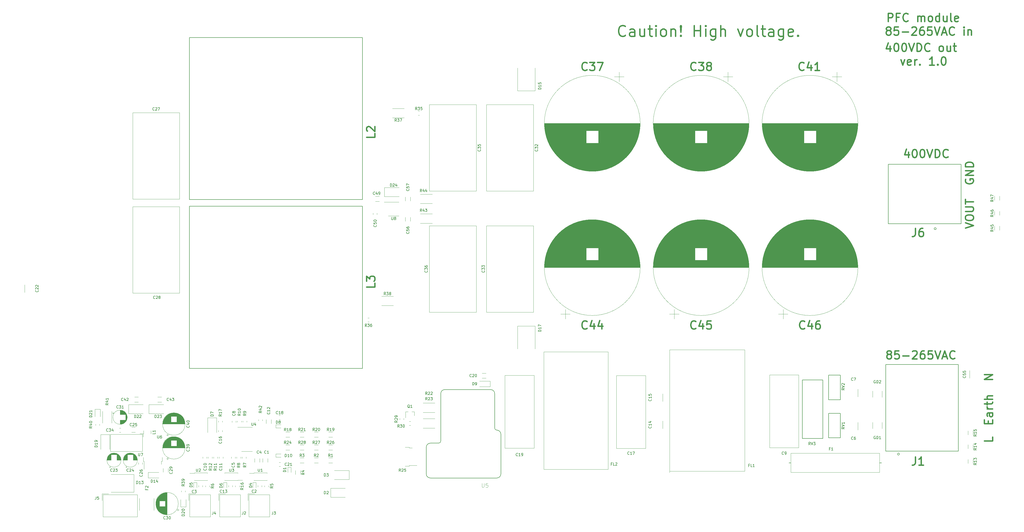
<source format=gto>
G04 #@! TF.GenerationSoftware,KiCad,Pcbnew,(5.1.7)-1*
G04 #@! TF.CreationDate,2021-03-09T01:47:10+02:00*
G04 #@! TF.ProjectId,CP_inverter,43505f69-6e76-4657-9274-65722e6b6963,rev?*
G04 #@! TF.SameCoordinates,Original*
G04 #@! TF.FileFunction,Legend,Top*
G04 #@! TF.FilePolarity,Positive*
%FSLAX46Y46*%
G04 Gerber Fmt 4.6, Leading zero omitted, Abs format (unit mm)*
G04 Created by KiCad (PCBNEW (5.1.7)-1) date 2021-03-09 01:47:10*
%MOMM*%
%LPD*%
G01*
G04 APERTURE LIST*
%ADD10C,0.500000*%
%ADD11C,0.152400*%
%ADD12C,0.120000*%
%ADD13C,0.150000*%
%ADD14C,0.200000*%
%ADD15C,0.127000*%
%ADD16C,0.015000*%
G04 APERTURE END LIST*
D10*
X354071428Y-182642857D02*
X353785714Y-182500000D01*
X353642857Y-182357142D01*
X353500000Y-182071428D01*
X353500000Y-181928571D01*
X353642857Y-181642857D01*
X353785714Y-181500000D01*
X354071428Y-181357142D01*
X354642857Y-181357142D01*
X354928571Y-181500000D01*
X355071428Y-181642857D01*
X355214285Y-181928571D01*
X355214285Y-182071428D01*
X355071428Y-182357142D01*
X354928571Y-182500000D01*
X354642857Y-182642857D01*
X354071428Y-182642857D01*
X353785714Y-182785714D01*
X353642857Y-182928571D01*
X353500000Y-183214285D01*
X353500000Y-183785714D01*
X353642857Y-184071428D01*
X353785714Y-184214285D01*
X354071428Y-184357142D01*
X354642857Y-184357142D01*
X354928571Y-184214285D01*
X355071428Y-184071428D01*
X355214285Y-183785714D01*
X355214285Y-183214285D01*
X355071428Y-182928571D01*
X354928571Y-182785714D01*
X354642857Y-182642857D01*
X357928571Y-181357142D02*
X356500000Y-181357142D01*
X356357142Y-182785714D01*
X356500000Y-182642857D01*
X356785714Y-182500000D01*
X357500000Y-182500000D01*
X357785714Y-182642857D01*
X357928571Y-182785714D01*
X358071428Y-183071428D01*
X358071428Y-183785714D01*
X357928571Y-184071428D01*
X357785714Y-184214285D01*
X357500000Y-184357142D01*
X356785714Y-184357142D01*
X356500000Y-184214285D01*
X356357142Y-184071428D01*
X359357142Y-183214285D02*
X361642857Y-183214285D01*
X362928571Y-181642857D02*
X363071428Y-181500000D01*
X363357142Y-181357142D01*
X364071428Y-181357142D01*
X364357142Y-181500000D01*
X364500000Y-181642857D01*
X364642857Y-181928571D01*
X364642857Y-182214285D01*
X364500000Y-182642857D01*
X362785714Y-184357142D01*
X364642857Y-184357142D01*
X367214285Y-181357142D02*
X366642857Y-181357142D01*
X366357142Y-181500000D01*
X366214285Y-181642857D01*
X365928571Y-182071428D01*
X365785714Y-182642857D01*
X365785714Y-183785714D01*
X365928571Y-184071428D01*
X366071428Y-184214285D01*
X366357142Y-184357142D01*
X366928571Y-184357142D01*
X367214285Y-184214285D01*
X367357142Y-184071428D01*
X367500000Y-183785714D01*
X367500000Y-183071428D01*
X367357142Y-182785714D01*
X367214285Y-182642857D01*
X366928571Y-182500000D01*
X366357142Y-182500000D01*
X366071428Y-182642857D01*
X365928571Y-182785714D01*
X365785714Y-183071428D01*
X370214285Y-181357142D02*
X368785714Y-181357142D01*
X368642857Y-182785714D01*
X368785714Y-182642857D01*
X369071428Y-182500000D01*
X369785714Y-182500000D01*
X370071428Y-182642857D01*
X370214285Y-182785714D01*
X370357142Y-183071428D01*
X370357142Y-183785714D01*
X370214285Y-184071428D01*
X370071428Y-184214285D01*
X369785714Y-184357142D01*
X369071428Y-184357142D01*
X368785714Y-184214285D01*
X368642857Y-184071428D01*
X371214285Y-181357142D02*
X372214285Y-184357142D01*
X373214285Y-181357142D01*
X374071428Y-183500000D02*
X375500000Y-183500000D01*
X373785714Y-184357142D02*
X374785714Y-181357142D01*
X375785714Y-184357142D01*
X378500000Y-184071428D02*
X378357142Y-184214285D01*
X377928571Y-184357142D01*
X377642857Y-184357142D01*
X377214285Y-184214285D01*
X376928571Y-183928571D01*
X376785714Y-183642857D01*
X376642857Y-183071428D01*
X376642857Y-182642857D01*
X376785714Y-182071428D01*
X376928571Y-181785714D01*
X377214285Y-181500000D01*
X377642857Y-181357142D01*
X377928571Y-181357142D01*
X378357142Y-181500000D01*
X378500000Y-181642857D01*
X361428571Y-108357142D02*
X361428571Y-110357142D01*
X360714285Y-107214285D02*
X360000000Y-109357142D01*
X361857142Y-109357142D01*
X363571428Y-107357142D02*
X363857142Y-107357142D01*
X364142857Y-107500000D01*
X364285714Y-107642857D01*
X364428571Y-107928571D01*
X364571428Y-108500000D01*
X364571428Y-109214285D01*
X364428571Y-109785714D01*
X364285714Y-110071428D01*
X364142857Y-110214285D01*
X363857142Y-110357142D01*
X363571428Y-110357142D01*
X363285714Y-110214285D01*
X363142857Y-110071428D01*
X363000000Y-109785714D01*
X362857142Y-109214285D01*
X362857142Y-108500000D01*
X363000000Y-107928571D01*
X363142857Y-107642857D01*
X363285714Y-107500000D01*
X363571428Y-107357142D01*
X366428571Y-107357142D02*
X366714285Y-107357142D01*
X367000000Y-107500000D01*
X367142857Y-107642857D01*
X367285714Y-107928571D01*
X367428571Y-108500000D01*
X367428571Y-109214285D01*
X367285714Y-109785714D01*
X367142857Y-110071428D01*
X367000000Y-110214285D01*
X366714285Y-110357142D01*
X366428571Y-110357142D01*
X366142857Y-110214285D01*
X366000000Y-110071428D01*
X365857142Y-109785714D01*
X365714285Y-109214285D01*
X365714285Y-108500000D01*
X365857142Y-107928571D01*
X366000000Y-107642857D01*
X366142857Y-107500000D01*
X366428571Y-107357142D01*
X368285714Y-107357142D02*
X369285714Y-110357142D01*
X370285714Y-107357142D01*
X371285714Y-110357142D02*
X371285714Y-107357142D01*
X372000000Y-107357142D01*
X372428571Y-107500000D01*
X372714285Y-107785714D01*
X372857142Y-108071428D01*
X373000000Y-108642857D01*
X373000000Y-109071428D01*
X372857142Y-109642857D01*
X372714285Y-109928571D01*
X372428571Y-110214285D01*
X372000000Y-110357142D01*
X371285714Y-110357142D01*
X376000000Y-110071428D02*
X375857142Y-110214285D01*
X375428571Y-110357142D01*
X375142857Y-110357142D01*
X374714285Y-110214285D01*
X374428571Y-109928571D01*
X374285714Y-109642857D01*
X374142857Y-109071428D01*
X374142857Y-108642857D01*
X374285714Y-108071428D01*
X374428571Y-107785714D01*
X374714285Y-107500000D01*
X375142857Y-107357142D01*
X375428571Y-107357142D01*
X375857142Y-107500000D01*
X376000000Y-107642857D01*
X358642857Y-74357142D02*
X359357142Y-76357142D01*
X360071428Y-74357142D01*
X362357142Y-76214285D02*
X362071428Y-76357142D01*
X361500000Y-76357142D01*
X361214285Y-76214285D01*
X361071428Y-75928571D01*
X361071428Y-74785714D01*
X361214285Y-74500000D01*
X361500000Y-74357142D01*
X362071428Y-74357142D01*
X362357142Y-74500000D01*
X362500000Y-74785714D01*
X362500000Y-75071428D01*
X361071428Y-75357142D01*
X363785714Y-76357142D02*
X363785714Y-74357142D01*
X363785714Y-74928571D02*
X363928571Y-74642857D01*
X364071428Y-74500000D01*
X364357142Y-74357142D01*
X364642857Y-74357142D01*
X365642857Y-76071428D02*
X365785714Y-76214285D01*
X365642857Y-76357142D01*
X365500000Y-76214285D01*
X365642857Y-76071428D01*
X365642857Y-76357142D01*
X370928571Y-76357142D02*
X369214285Y-76357142D01*
X370071428Y-76357142D02*
X370071428Y-73357142D01*
X369785714Y-73785714D01*
X369500000Y-74071428D01*
X369214285Y-74214285D01*
X372214285Y-76071428D02*
X372357142Y-76214285D01*
X372214285Y-76357142D01*
X372071428Y-76214285D01*
X372214285Y-76071428D01*
X372214285Y-76357142D01*
X374214285Y-73357142D02*
X374500000Y-73357142D01*
X374785714Y-73500000D01*
X374928571Y-73642857D01*
X375071428Y-73928571D01*
X375214285Y-74500000D01*
X375214285Y-75214285D01*
X375071428Y-75785714D01*
X374928571Y-76071428D01*
X374785714Y-76214285D01*
X374500000Y-76357142D01*
X374214285Y-76357142D01*
X373928571Y-76214285D01*
X373785714Y-76071428D01*
X373642857Y-75785714D01*
X373500000Y-75214285D01*
X373500000Y-74500000D01*
X373642857Y-73928571D01*
X373785714Y-73642857D01*
X373928571Y-73500000D01*
X374214285Y-73357142D01*
X354714285Y-69357142D02*
X354714285Y-71357142D01*
X354000000Y-68214285D02*
X353285714Y-70357142D01*
X355142857Y-70357142D01*
X356857142Y-68357142D02*
X357142857Y-68357142D01*
X357428571Y-68500000D01*
X357571428Y-68642857D01*
X357714285Y-68928571D01*
X357857142Y-69500000D01*
X357857142Y-70214285D01*
X357714285Y-70785714D01*
X357571428Y-71071428D01*
X357428571Y-71214285D01*
X357142857Y-71357142D01*
X356857142Y-71357142D01*
X356571428Y-71214285D01*
X356428571Y-71071428D01*
X356285714Y-70785714D01*
X356142857Y-70214285D01*
X356142857Y-69500000D01*
X356285714Y-68928571D01*
X356428571Y-68642857D01*
X356571428Y-68500000D01*
X356857142Y-68357142D01*
X359714285Y-68357142D02*
X360000000Y-68357142D01*
X360285714Y-68500000D01*
X360428571Y-68642857D01*
X360571428Y-68928571D01*
X360714285Y-69500000D01*
X360714285Y-70214285D01*
X360571428Y-70785714D01*
X360428571Y-71071428D01*
X360285714Y-71214285D01*
X360000000Y-71357142D01*
X359714285Y-71357142D01*
X359428571Y-71214285D01*
X359285714Y-71071428D01*
X359142857Y-70785714D01*
X359000000Y-70214285D01*
X359000000Y-69500000D01*
X359142857Y-68928571D01*
X359285714Y-68642857D01*
X359428571Y-68500000D01*
X359714285Y-68357142D01*
X361571428Y-68357142D02*
X362571428Y-71357142D01*
X363571428Y-68357142D01*
X364571428Y-71357142D02*
X364571428Y-68357142D01*
X365285714Y-68357142D01*
X365714285Y-68500000D01*
X366000000Y-68785714D01*
X366142857Y-69071428D01*
X366285714Y-69642857D01*
X366285714Y-70071428D01*
X366142857Y-70642857D01*
X366000000Y-70928571D01*
X365714285Y-71214285D01*
X365285714Y-71357142D01*
X364571428Y-71357142D01*
X369285714Y-71071428D02*
X369142857Y-71214285D01*
X368714285Y-71357142D01*
X368428571Y-71357142D01*
X368000000Y-71214285D01*
X367714285Y-70928571D01*
X367571428Y-70642857D01*
X367428571Y-70071428D01*
X367428571Y-69642857D01*
X367571428Y-69071428D01*
X367714285Y-68785714D01*
X368000000Y-68500000D01*
X368428571Y-68357142D01*
X368714285Y-68357142D01*
X369142857Y-68500000D01*
X369285714Y-68642857D01*
X373285714Y-71357142D02*
X373000000Y-71214285D01*
X372857142Y-71071428D01*
X372714285Y-70785714D01*
X372714285Y-69928571D01*
X372857142Y-69642857D01*
X373000000Y-69500000D01*
X373285714Y-69357142D01*
X373714285Y-69357142D01*
X374000000Y-69500000D01*
X374142857Y-69642857D01*
X374285714Y-69928571D01*
X374285714Y-70785714D01*
X374142857Y-71071428D01*
X374000000Y-71214285D01*
X373714285Y-71357142D01*
X373285714Y-71357142D01*
X376857142Y-69357142D02*
X376857142Y-71357142D01*
X375571428Y-69357142D02*
X375571428Y-70928571D01*
X375714285Y-71214285D01*
X376000000Y-71357142D01*
X376428571Y-71357142D01*
X376714285Y-71214285D01*
X376857142Y-71071428D01*
X377857142Y-69357142D02*
X379000000Y-69357142D01*
X378285714Y-68357142D02*
X378285714Y-70928571D01*
X378428571Y-71214285D01*
X378714285Y-71357142D01*
X379000000Y-71357142D01*
X353857142Y-63642857D02*
X353571428Y-63500000D01*
X353428571Y-63357142D01*
X353285714Y-63071428D01*
X353285714Y-62928571D01*
X353428571Y-62642857D01*
X353571428Y-62500000D01*
X353857142Y-62357142D01*
X354428571Y-62357142D01*
X354714285Y-62500000D01*
X354857142Y-62642857D01*
X355000000Y-62928571D01*
X355000000Y-63071428D01*
X354857142Y-63357142D01*
X354714285Y-63500000D01*
X354428571Y-63642857D01*
X353857142Y-63642857D01*
X353571428Y-63785714D01*
X353428571Y-63928571D01*
X353285714Y-64214285D01*
X353285714Y-64785714D01*
X353428571Y-65071428D01*
X353571428Y-65214285D01*
X353857142Y-65357142D01*
X354428571Y-65357142D01*
X354714285Y-65214285D01*
X354857142Y-65071428D01*
X355000000Y-64785714D01*
X355000000Y-64214285D01*
X354857142Y-63928571D01*
X354714285Y-63785714D01*
X354428571Y-63642857D01*
X357714285Y-62357142D02*
X356285714Y-62357142D01*
X356142857Y-63785714D01*
X356285714Y-63642857D01*
X356571428Y-63500000D01*
X357285714Y-63500000D01*
X357571428Y-63642857D01*
X357714285Y-63785714D01*
X357857142Y-64071428D01*
X357857142Y-64785714D01*
X357714285Y-65071428D01*
X357571428Y-65214285D01*
X357285714Y-65357142D01*
X356571428Y-65357142D01*
X356285714Y-65214285D01*
X356142857Y-65071428D01*
X359142857Y-64214285D02*
X361428571Y-64214285D01*
X362714285Y-62642857D02*
X362857142Y-62500000D01*
X363142857Y-62357142D01*
X363857142Y-62357142D01*
X364142857Y-62500000D01*
X364285714Y-62642857D01*
X364428571Y-62928571D01*
X364428571Y-63214285D01*
X364285714Y-63642857D01*
X362571428Y-65357142D01*
X364428571Y-65357142D01*
X367000000Y-62357142D02*
X366428571Y-62357142D01*
X366142857Y-62500000D01*
X366000000Y-62642857D01*
X365714285Y-63071428D01*
X365571428Y-63642857D01*
X365571428Y-64785714D01*
X365714285Y-65071428D01*
X365857142Y-65214285D01*
X366142857Y-65357142D01*
X366714285Y-65357142D01*
X367000000Y-65214285D01*
X367142857Y-65071428D01*
X367285714Y-64785714D01*
X367285714Y-64071428D01*
X367142857Y-63785714D01*
X367000000Y-63642857D01*
X366714285Y-63500000D01*
X366142857Y-63500000D01*
X365857142Y-63642857D01*
X365714285Y-63785714D01*
X365571428Y-64071428D01*
X370000000Y-62357142D02*
X368571428Y-62357142D01*
X368428571Y-63785714D01*
X368571428Y-63642857D01*
X368857142Y-63500000D01*
X369571428Y-63500000D01*
X369857142Y-63642857D01*
X370000000Y-63785714D01*
X370142857Y-64071428D01*
X370142857Y-64785714D01*
X370000000Y-65071428D01*
X369857142Y-65214285D01*
X369571428Y-65357142D01*
X368857142Y-65357142D01*
X368571428Y-65214285D01*
X368428571Y-65071428D01*
X371000000Y-62357142D02*
X372000000Y-65357142D01*
X373000000Y-62357142D01*
X373857142Y-64500000D02*
X375285714Y-64500000D01*
X373571428Y-65357142D02*
X374571428Y-62357142D01*
X375571428Y-65357142D01*
X378285714Y-65071428D02*
X378142857Y-65214285D01*
X377714285Y-65357142D01*
X377428571Y-65357142D01*
X377000000Y-65214285D01*
X376714285Y-64928571D01*
X376571428Y-64642857D01*
X376428571Y-64071428D01*
X376428571Y-63642857D01*
X376571428Y-63071428D01*
X376714285Y-62785714D01*
X377000000Y-62500000D01*
X377428571Y-62357142D01*
X377714285Y-62357142D01*
X378142857Y-62500000D01*
X378285714Y-62642857D01*
X381857142Y-65357142D02*
X381857142Y-63357142D01*
X381857142Y-62357142D02*
X381714285Y-62500000D01*
X381857142Y-62642857D01*
X382000000Y-62500000D01*
X381857142Y-62357142D01*
X381857142Y-62642857D01*
X383285714Y-63357142D02*
X383285714Y-65357142D01*
X383285714Y-63642857D02*
X383428571Y-63500000D01*
X383714285Y-63357142D01*
X384142857Y-63357142D01*
X384428571Y-63500000D01*
X384571428Y-63785714D01*
X384571428Y-65357142D01*
X354000000Y-60357142D02*
X354000000Y-57357142D01*
X355142857Y-57357142D01*
X355428571Y-57500000D01*
X355571428Y-57642857D01*
X355714285Y-57928571D01*
X355714285Y-58357142D01*
X355571428Y-58642857D01*
X355428571Y-58785714D01*
X355142857Y-58928571D01*
X354000000Y-58928571D01*
X358000000Y-58785714D02*
X357000000Y-58785714D01*
X357000000Y-60357142D02*
X357000000Y-57357142D01*
X358428571Y-57357142D01*
X361285714Y-60071428D02*
X361142857Y-60214285D01*
X360714285Y-60357142D01*
X360428571Y-60357142D01*
X360000000Y-60214285D01*
X359714285Y-59928571D01*
X359571428Y-59642857D01*
X359428571Y-59071428D01*
X359428571Y-58642857D01*
X359571428Y-58071428D01*
X359714285Y-57785714D01*
X360000000Y-57500000D01*
X360428571Y-57357142D01*
X360714285Y-57357142D01*
X361142857Y-57500000D01*
X361285714Y-57642857D01*
X364857142Y-60357142D02*
X364857142Y-58357142D01*
X364857142Y-58642857D02*
X365000000Y-58500000D01*
X365285714Y-58357142D01*
X365714285Y-58357142D01*
X366000000Y-58500000D01*
X366142857Y-58785714D01*
X366142857Y-60357142D01*
X366142857Y-58785714D02*
X366285714Y-58500000D01*
X366571428Y-58357142D01*
X367000000Y-58357142D01*
X367285714Y-58500000D01*
X367428571Y-58785714D01*
X367428571Y-60357142D01*
X369285714Y-60357142D02*
X369000000Y-60214285D01*
X368857142Y-60071428D01*
X368714285Y-59785714D01*
X368714285Y-58928571D01*
X368857142Y-58642857D01*
X369000000Y-58500000D01*
X369285714Y-58357142D01*
X369714285Y-58357142D01*
X370000000Y-58500000D01*
X370142857Y-58642857D01*
X370285714Y-58928571D01*
X370285714Y-59785714D01*
X370142857Y-60071428D01*
X370000000Y-60214285D01*
X369714285Y-60357142D01*
X369285714Y-60357142D01*
X372857142Y-60357142D02*
X372857142Y-57357142D01*
X372857142Y-60214285D02*
X372571428Y-60357142D01*
X372000000Y-60357142D01*
X371714285Y-60214285D01*
X371571428Y-60071428D01*
X371428571Y-59785714D01*
X371428571Y-58928571D01*
X371571428Y-58642857D01*
X371714285Y-58500000D01*
X372000000Y-58357142D01*
X372571428Y-58357142D01*
X372857142Y-58500000D01*
X375571428Y-58357142D02*
X375571428Y-60357142D01*
X374285714Y-58357142D02*
X374285714Y-59928571D01*
X374428571Y-60214285D01*
X374714285Y-60357142D01*
X375142857Y-60357142D01*
X375428571Y-60214285D01*
X375571428Y-60071428D01*
X377428571Y-60357142D02*
X377142857Y-60214285D01*
X377000000Y-59928571D01*
X377000000Y-57357142D01*
X379714285Y-60214285D02*
X379428571Y-60357142D01*
X378857142Y-60357142D01*
X378571428Y-60214285D01*
X378428571Y-59928571D01*
X378428571Y-58785714D01*
X378571428Y-58500000D01*
X378857142Y-58357142D01*
X379428571Y-58357142D01*
X379714285Y-58500000D01*
X379857142Y-58785714D01*
X379857142Y-59071428D01*
X378428571Y-59357142D01*
X257428571Y-65428571D02*
X257238095Y-65619047D01*
X256666666Y-65809523D01*
X256285714Y-65809523D01*
X255714285Y-65619047D01*
X255333333Y-65238095D01*
X255142857Y-64857142D01*
X254952380Y-64095238D01*
X254952380Y-63523809D01*
X255142857Y-62761904D01*
X255333333Y-62380952D01*
X255714285Y-62000000D01*
X256285714Y-61809523D01*
X256666666Y-61809523D01*
X257238095Y-62000000D01*
X257428571Y-62190476D01*
X260857142Y-65809523D02*
X260857142Y-63714285D01*
X260666666Y-63333333D01*
X260285714Y-63142857D01*
X259523809Y-63142857D01*
X259142857Y-63333333D01*
X260857142Y-65619047D02*
X260476190Y-65809523D01*
X259523809Y-65809523D01*
X259142857Y-65619047D01*
X258952380Y-65238095D01*
X258952380Y-64857142D01*
X259142857Y-64476190D01*
X259523809Y-64285714D01*
X260476190Y-64285714D01*
X260857142Y-64095238D01*
X264476190Y-63142857D02*
X264476190Y-65809523D01*
X262761904Y-63142857D02*
X262761904Y-65238095D01*
X262952380Y-65619047D01*
X263333333Y-65809523D01*
X263904761Y-65809523D01*
X264285714Y-65619047D01*
X264476190Y-65428571D01*
X265809523Y-63142857D02*
X267333333Y-63142857D01*
X266380952Y-61809523D02*
X266380952Y-65238095D01*
X266571428Y-65619047D01*
X266952380Y-65809523D01*
X267333333Y-65809523D01*
X268666666Y-65809523D02*
X268666666Y-63142857D01*
X268666666Y-61809523D02*
X268476190Y-62000000D01*
X268666666Y-62190476D01*
X268857142Y-62000000D01*
X268666666Y-61809523D01*
X268666666Y-62190476D01*
X271142857Y-65809523D02*
X270761904Y-65619047D01*
X270571428Y-65428571D01*
X270380952Y-65047619D01*
X270380952Y-63904761D01*
X270571428Y-63523809D01*
X270761904Y-63333333D01*
X271142857Y-63142857D01*
X271714285Y-63142857D01*
X272095238Y-63333333D01*
X272285714Y-63523809D01*
X272476190Y-63904761D01*
X272476190Y-65047619D01*
X272285714Y-65428571D01*
X272095238Y-65619047D01*
X271714285Y-65809523D01*
X271142857Y-65809523D01*
X274190476Y-63142857D02*
X274190476Y-65809523D01*
X274190476Y-63523809D02*
X274380952Y-63333333D01*
X274761904Y-63142857D01*
X275333333Y-63142857D01*
X275714285Y-63333333D01*
X275904761Y-63714285D01*
X275904761Y-65809523D01*
X277809523Y-65428571D02*
X278000000Y-65619047D01*
X277809523Y-65809523D01*
X277619047Y-65619047D01*
X277809523Y-65428571D01*
X277809523Y-65809523D01*
X277809523Y-64285714D02*
X277619047Y-62000000D01*
X277809523Y-61809523D01*
X278000000Y-62000000D01*
X277809523Y-64285714D01*
X277809523Y-61809523D01*
X282761904Y-65809523D02*
X282761904Y-61809523D01*
X282761904Y-63714285D02*
X285047619Y-63714285D01*
X285047619Y-65809523D02*
X285047619Y-61809523D01*
X286952380Y-65809523D02*
X286952380Y-63142857D01*
X286952380Y-61809523D02*
X286761904Y-62000000D01*
X286952380Y-62190476D01*
X287142857Y-62000000D01*
X286952380Y-61809523D01*
X286952380Y-62190476D01*
X290571428Y-63142857D02*
X290571428Y-66380952D01*
X290380952Y-66761904D01*
X290190476Y-66952380D01*
X289809523Y-67142857D01*
X289238095Y-67142857D01*
X288857142Y-66952380D01*
X290571428Y-65619047D02*
X290190476Y-65809523D01*
X289428571Y-65809523D01*
X289047619Y-65619047D01*
X288857142Y-65428571D01*
X288666666Y-65047619D01*
X288666666Y-63904761D01*
X288857142Y-63523809D01*
X289047619Y-63333333D01*
X289428571Y-63142857D01*
X290190476Y-63142857D01*
X290571428Y-63333333D01*
X292476190Y-65809523D02*
X292476190Y-61809523D01*
X294190476Y-65809523D02*
X294190476Y-63714285D01*
X294000000Y-63333333D01*
X293619047Y-63142857D01*
X293047619Y-63142857D01*
X292666666Y-63333333D01*
X292476190Y-63523809D01*
X298761904Y-63142857D02*
X299714285Y-65809523D01*
X300666666Y-63142857D01*
X302761904Y-65809523D02*
X302380952Y-65619047D01*
X302190476Y-65428571D01*
X302000000Y-65047619D01*
X302000000Y-63904761D01*
X302190476Y-63523809D01*
X302380952Y-63333333D01*
X302761904Y-63142857D01*
X303333333Y-63142857D01*
X303714285Y-63333333D01*
X303904761Y-63523809D01*
X304095238Y-63904761D01*
X304095238Y-65047619D01*
X303904761Y-65428571D01*
X303714285Y-65619047D01*
X303333333Y-65809523D01*
X302761904Y-65809523D01*
X306380952Y-65809523D02*
X306000000Y-65619047D01*
X305809523Y-65238095D01*
X305809523Y-61809523D01*
X307333333Y-63142857D02*
X308857142Y-63142857D01*
X307904761Y-61809523D02*
X307904761Y-65238095D01*
X308095238Y-65619047D01*
X308476190Y-65809523D01*
X308857142Y-65809523D01*
X311904761Y-65809523D02*
X311904761Y-63714285D01*
X311714285Y-63333333D01*
X311333333Y-63142857D01*
X310571428Y-63142857D01*
X310190476Y-63333333D01*
X311904761Y-65619047D02*
X311523809Y-65809523D01*
X310571428Y-65809523D01*
X310190476Y-65619047D01*
X310000000Y-65238095D01*
X310000000Y-64857142D01*
X310190476Y-64476190D01*
X310571428Y-64285714D01*
X311523809Y-64285714D01*
X311904761Y-64095238D01*
X315523809Y-63142857D02*
X315523809Y-66380952D01*
X315333333Y-66761904D01*
X315142857Y-66952380D01*
X314761904Y-67142857D01*
X314190476Y-67142857D01*
X313809523Y-66952380D01*
X315523809Y-65619047D02*
X315142857Y-65809523D01*
X314380952Y-65809523D01*
X314000000Y-65619047D01*
X313809523Y-65428571D01*
X313619047Y-65047619D01*
X313619047Y-63904761D01*
X313809523Y-63523809D01*
X314000000Y-63333333D01*
X314380952Y-63142857D01*
X315142857Y-63142857D01*
X315523809Y-63333333D01*
X318952380Y-65619047D02*
X318571428Y-65809523D01*
X317809523Y-65809523D01*
X317428571Y-65619047D01*
X317238095Y-65238095D01*
X317238095Y-63714285D01*
X317428571Y-63333333D01*
X317809523Y-63142857D01*
X318571428Y-63142857D01*
X318952380Y-63333333D01*
X319142857Y-63714285D01*
X319142857Y-64095238D01*
X317238095Y-64476190D01*
X320857142Y-65428571D02*
X321047619Y-65619047D01*
X320857142Y-65809523D01*
X320666666Y-65619047D01*
X320857142Y-65428571D01*
X320857142Y-65809523D01*
X390785714Y-208142857D02*
X390785714Y-207142857D01*
X392357142Y-206714285D02*
X392357142Y-208142857D01*
X389357142Y-208142857D01*
X389357142Y-206714285D01*
X392357142Y-204142857D02*
X390785714Y-204142857D01*
X390500000Y-204285714D01*
X390357142Y-204571428D01*
X390357142Y-205142857D01*
X390500000Y-205428571D01*
X392214285Y-204142857D02*
X392357142Y-204428571D01*
X392357142Y-205142857D01*
X392214285Y-205428571D01*
X391928571Y-205571428D01*
X391642857Y-205571428D01*
X391357142Y-205428571D01*
X391214285Y-205142857D01*
X391214285Y-204428571D01*
X391071428Y-204142857D01*
X392357142Y-202714285D02*
X390357142Y-202714285D01*
X390928571Y-202714285D02*
X390642857Y-202571428D01*
X390500000Y-202428571D01*
X390357142Y-202142857D01*
X390357142Y-201857142D01*
X390357142Y-201285714D02*
X390357142Y-200142857D01*
X389357142Y-200857142D02*
X391928571Y-200857142D01*
X392214285Y-200714285D01*
X392357142Y-200428571D01*
X392357142Y-200142857D01*
X392357142Y-199142857D02*
X389357142Y-199142857D01*
X392357142Y-197857142D02*
X390785714Y-197857142D01*
X390500000Y-198000000D01*
X390357142Y-198285714D01*
X390357142Y-198714285D01*
X390500000Y-199000000D01*
X390642857Y-199142857D01*
X392357142Y-191857142D02*
X389357142Y-191857142D01*
X392357142Y-190142857D01*
X389357142Y-190142857D01*
X392357142Y-213071428D02*
X392357142Y-214500000D01*
X389357142Y-214500000D01*
X382357142Y-136285714D02*
X385357142Y-135285714D01*
X382357142Y-134285714D01*
X382357142Y-132714285D02*
X382357142Y-132142857D01*
X382500000Y-131857142D01*
X382785714Y-131571428D01*
X383357142Y-131428571D01*
X384357142Y-131428571D01*
X384928571Y-131571428D01*
X385214285Y-131857142D01*
X385357142Y-132142857D01*
X385357142Y-132714285D01*
X385214285Y-133000000D01*
X384928571Y-133285714D01*
X384357142Y-133428571D01*
X383357142Y-133428571D01*
X382785714Y-133285714D01*
X382500000Y-133000000D01*
X382357142Y-132714285D01*
X382357142Y-130142857D02*
X384785714Y-130142857D01*
X385071428Y-130000000D01*
X385214285Y-129857142D01*
X385357142Y-129571428D01*
X385357142Y-129000000D01*
X385214285Y-128714285D01*
X385071428Y-128571428D01*
X384785714Y-128428571D01*
X382357142Y-128428571D01*
X382357142Y-127428571D02*
X382357142Y-125714285D01*
X385357142Y-126571428D02*
X382357142Y-126571428D01*
X382500000Y-118285714D02*
X382357142Y-118571428D01*
X382357142Y-119000000D01*
X382500000Y-119428571D01*
X382785714Y-119714285D01*
X383071428Y-119857142D01*
X383642857Y-120000000D01*
X384071428Y-120000000D01*
X384642857Y-119857142D01*
X384928571Y-119714285D01*
X385214285Y-119428571D01*
X385357142Y-119000000D01*
X385357142Y-118714285D01*
X385214285Y-118285714D01*
X385071428Y-118142857D01*
X384071428Y-118142857D01*
X384071428Y-118714285D01*
X385357142Y-116857142D02*
X382357142Y-116857142D01*
X385357142Y-115142857D01*
X382357142Y-115142857D01*
X385357142Y-113714285D02*
X382357142Y-113714285D01*
X382357142Y-113000000D01*
X382500000Y-112571428D01*
X382785714Y-112285714D01*
X383071428Y-112142857D01*
X383642857Y-112000000D01*
X384071428Y-112000000D01*
X384642857Y-112142857D01*
X384928571Y-112285714D01*
X385214285Y-112571428D01*
X385357142Y-113000000D01*
X385357142Y-113714285D01*
D11*
G04 #@! TO.C,J1*
X358131000Y-219300000D02*
G75*
G03*
X358131000Y-219300000I-381000J0D01*
G01*
X353076400Y-218211600D02*
X379771800Y-218211600D01*
X353076400Y-186385400D02*
X353076400Y-218211600D01*
X379771800Y-186385400D02*
X353076400Y-186385400D01*
X379771800Y-218211600D02*
X379771800Y-186385400D01*
D12*
G04 #@! TO.C,F1*
X350820000Y-219000000D02*
X318180000Y-219000000D01*
X318180000Y-219000000D02*
X318180000Y-226000000D01*
X350820000Y-226000000D02*
X350820000Y-219000000D01*
X350820000Y-226000000D02*
X318180000Y-226000000D01*
D13*
X351600000Y-222500000D02*
X350820000Y-222500000D01*
X318180000Y-222500000D02*
X317500000Y-222500000D01*
D12*
G04 #@! TO.C,C33*
X206380000Y-167120000D02*
X206380000Y-135380000D01*
X223620000Y-167120000D02*
X223620000Y-135380000D01*
X206380000Y-167120000D02*
X223620000Y-167120000D01*
X206380000Y-135380000D02*
X223620000Y-135380000D01*
G04 #@! TO.C,D2*
X149100000Y-231850000D02*
X149100000Y-235150000D01*
X149100000Y-235150000D02*
X154500000Y-235150000D01*
X149100000Y-231850000D02*
X154500000Y-231850000D01*
G04 #@! TO.C,R17*
X107865000Y-207577064D02*
X107865000Y-207122936D01*
X109335000Y-207577064D02*
X109335000Y-207122936D01*
G04 #@! TO.C,D10*
X130800000Y-220450000D02*
X128950000Y-220450000D01*
X130800000Y-219250000D02*
X128950000Y-219250000D01*
X128950000Y-219250000D02*
X128950000Y-220450000D01*
G04 #@! TO.C,C1*
X126010000Y-220888748D02*
X126010000Y-222311252D01*
X124190000Y-220888748D02*
X124190000Y-222311252D01*
G04 #@! TO.C,C2*
X122365000Y-230838748D02*
X122365000Y-231361252D01*
X123835000Y-230838748D02*
X123835000Y-231361252D01*
G04 #@! TO.C,C3*
X102085000Y-230838748D02*
X102085000Y-231361252D01*
X100615000Y-230838748D02*
X100615000Y-231361252D01*
G04 #@! TO.C,C4*
X123010000Y-220888748D02*
X123010000Y-222311252D01*
X121190000Y-220888748D02*
X121190000Y-222311252D01*
G04 #@! TO.C,C5*
X114085000Y-220338748D02*
X114085000Y-220861252D01*
X112615000Y-220338748D02*
X112615000Y-220861252D01*
G04 #@! TO.C,C6*
X342850000Y-210400000D02*
X342850000Y-207600000D01*
G04 #@! TO.C,C7*
X342850000Y-198200000D02*
X342850000Y-195400000D01*
G04 #@! TO.C,C8*
X114335000Y-207611252D02*
X114335000Y-207088748D01*
X112865000Y-207611252D02*
X112865000Y-207088748D01*
G04 #@! TO.C,C9*
X310380000Y-216920000D02*
X310380000Y-190180000D01*
X321120000Y-216920000D02*
X321120000Y-190180000D01*
X310380000Y-216920000D02*
X321120000Y-216920000D01*
X310380000Y-190180000D02*
X321120000Y-190180000D01*
G04 #@! TO.C,C10*
X103585000Y-220338748D02*
X103585000Y-220861252D01*
X102115000Y-220338748D02*
X102115000Y-220861252D01*
G04 #@! TO.C,C11*
X108115000Y-220861252D02*
X108115000Y-220338748D01*
X109585000Y-220861252D02*
X109585000Y-220338748D01*
G04 #@! TO.C,C12*
X127260000Y-206638748D02*
X127260000Y-208061252D01*
X125440000Y-206638748D02*
X125440000Y-208061252D01*
G04 #@! TO.C,C13*
X113085000Y-230838748D02*
X113085000Y-231361252D01*
X111615000Y-230838748D02*
X111615000Y-231361252D01*
G04 #@! TO.C,C14*
X271100000Y-209900000D02*
X271100000Y-207100000D01*
G04 #@! TO.C,C15*
X271100000Y-199900000D02*
X271100000Y-197100000D01*
G04 #@! TO.C,C16*
X109335000Y-211111252D02*
X109335000Y-210588748D01*
X107865000Y-211111252D02*
X107865000Y-210588748D01*
G04 #@! TO.C,C17*
X254130000Y-217170000D02*
X254130000Y-190430000D01*
X264870000Y-217170000D02*
X264870000Y-190430000D01*
X254130000Y-217170000D02*
X264870000Y-217170000D01*
X254130000Y-190430000D02*
X264870000Y-190430000D01*
G04 #@! TO.C,C18*
X130088748Y-206585000D02*
X130611252Y-206585000D01*
X130088748Y-205115000D02*
X130611252Y-205115000D01*
G04 #@! TO.C,C19*
X213130000Y-190380000D02*
X223870000Y-190380000D01*
X213130000Y-217120000D02*
X223870000Y-217120000D01*
X223870000Y-217120000D02*
X223870000Y-190380000D01*
X213130000Y-217120000D02*
X213130000Y-190380000D01*
G04 #@! TO.C,C20*
X206211252Y-189590000D02*
X204788748Y-189590000D01*
X206211252Y-191410000D02*
X204788748Y-191410000D01*
G04 #@! TO.C,C21*
X130138748Y-223835000D02*
X130661252Y-223835000D01*
X130138748Y-222365000D02*
X130661252Y-222365000D01*
G04 #@! TO.C,C22*
X36650000Y-157050000D02*
X36650000Y-159850000D01*
G04 #@! TO.C,C23*
X72120000Y-221500000D02*
G75*
G03*
X72120000Y-221500000I-2620000J0D01*
G01*
X70540000Y-221500000D02*
X72080000Y-221500000D01*
X66920000Y-221500000D02*
X68460000Y-221500000D01*
X70540000Y-221460000D02*
X72080000Y-221460000D01*
X66920000Y-221460000D02*
X68460000Y-221460000D01*
X66921000Y-221420000D02*
X68460000Y-221420000D01*
X70540000Y-221420000D02*
X72079000Y-221420000D01*
X66922000Y-221380000D02*
X68460000Y-221380000D01*
X70540000Y-221380000D02*
X72078000Y-221380000D01*
X66924000Y-221340000D02*
X68460000Y-221340000D01*
X70540000Y-221340000D02*
X72076000Y-221340000D01*
X66927000Y-221300000D02*
X68460000Y-221300000D01*
X70540000Y-221300000D02*
X72073000Y-221300000D01*
X66931000Y-221260000D02*
X68460000Y-221260000D01*
X70540000Y-221260000D02*
X72069000Y-221260000D01*
X66935000Y-221220000D02*
X68460000Y-221220000D01*
X70540000Y-221220000D02*
X72065000Y-221220000D01*
X66939000Y-221180000D02*
X68460000Y-221180000D01*
X70540000Y-221180000D02*
X72061000Y-221180000D01*
X66944000Y-221140000D02*
X68460000Y-221140000D01*
X70540000Y-221140000D02*
X72056000Y-221140000D01*
X66950000Y-221100000D02*
X68460000Y-221100000D01*
X70540000Y-221100000D02*
X72050000Y-221100000D01*
X66957000Y-221060000D02*
X68460000Y-221060000D01*
X70540000Y-221060000D02*
X72043000Y-221060000D01*
X66964000Y-221020000D02*
X68460000Y-221020000D01*
X70540000Y-221020000D02*
X72036000Y-221020000D01*
X66972000Y-220980000D02*
X68460000Y-220980000D01*
X70540000Y-220980000D02*
X72028000Y-220980000D01*
X66980000Y-220940000D02*
X68460000Y-220940000D01*
X70540000Y-220940000D02*
X72020000Y-220940000D01*
X66989000Y-220900000D02*
X68460000Y-220900000D01*
X70540000Y-220900000D02*
X72011000Y-220900000D01*
X66999000Y-220860000D02*
X68460000Y-220860000D01*
X70540000Y-220860000D02*
X72001000Y-220860000D01*
X67009000Y-220820000D02*
X68460000Y-220820000D01*
X70540000Y-220820000D02*
X71991000Y-220820000D01*
X67020000Y-220779000D02*
X68460000Y-220779000D01*
X70540000Y-220779000D02*
X71980000Y-220779000D01*
X67032000Y-220739000D02*
X68460000Y-220739000D01*
X70540000Y-220739000D02*
X71968000Y-220739000D01*
X67045000Y-220699000D02*
X68460000Y-220699000D01*
X70540000Y-220699000D02*
X71955000Y-220699000D01*
X67058000Y-220659000D02*
X68460000Y-220659000D01*
X70540000Y-220659000D02*
X71942000Y-220659000D01*
X67072000Y-220619000D02*
X68460000Y-220619000D01*
X70540000Y-220619000D02*
X71928000Y-220619000D01*
X67086000Y-220579000D02*
X68460000Y-220579000D01*
X70540000Y-220579000D02*
X71914000Y-220579000D01*
X67102000Y-220539000D02*
X68460000Y-220539000D01*
X70540000Y-220539000D02*
X71898000Y-220539000D01*
X67118000Y-220499000D02*
X68460000Y-220499000D01*
X70540000Y-220499000D02*
X71882000Y-220499000D01*
X67135000Y-220459000D02*
X68460000Y-220459000D01*
X70540000Y-220459000D02*
X71865000Y-220459000D01*
X67152000Y-220419000D02*
X68460000Y-220419000D01*
X70540000Y-220419000D02*
X71848000Y-220419000D01*
X67171000Y-220379000D02*
X68460000Y-220379000D01*
X70540000Y-220379000D02*
X71829000Y-220379000D01*
X67190000Y-220339000D02*
X68460000Y-220339000D01*
X70540000Y-220339000D02*
X71810000Y-220339000D01*
X67210000Y-220299000D02*
X68460000Y-220299000D01*
X70540000Y-220299000D02*
X71790000Y-220299000D01*
X67232000Y-220259000D02*
X68460000Y-220259000D01*
X70540000Y-220259000D02*
X71768000Y-220259000D01*
X67253000Y-220219000D02*
X68460000Y-220219000D01*
X70540000Y-220219000D02*
X71747000Y-220219000D01*
X67276000Y-220179000D02*
X68460000Y-220179000D01*
X70540000Y-220179000D02*
X71724000Y-220179000D01*
X67300000Y-220139000D02*
X68460000Y-220139000D01*
X70540000Y-220139000D02*
X71700000Y-220139000D01*
X67325000Y-220099000D02*
X68460000Y-220099000D01*
X70540000Y-220099000D02*
X71675000Y-220099000D01*
X67351000Y-220059000D02*
X68460000Y-220059000D01*
X70540000Y-220059000D02*
X71649000Y-220059000D01*
X67378000Y-220019000D02*
X68460000Y-220019000D01*
X70540000Y-220019000D02*
X71622000Y-220019000D01*
X67405000Y-219979000D02*
X68460000Y-219979000D01*
X70540000Y-219979000D02*
X71595000Y-219979000D01*
X67435000Y-219939000D02*
X68460000Y-219939000D01*
X70540000Y-219939000D02*
X71565000Y-219939000D01*
X67465000Y-219899000D02*
X68460000Y-219899000D01*
X70540000Y-219899000D02*
X71535000Y-219899000D01*
X67496000Y-219859000D02*
X68460000Y-219859000D01*
X70540000Y-219859000D02*
X71504000Y-219859000D01*
X67529000Y-219819000D02*
X68460000Y-219819000D01*
X70540000Y-219819000D02*
X71471000Y-219819000D01*
X67563000Y-219779000D02*
X68460000Y-219779000D01*
X70540000Y-219779000D02*
X71437000Y-219779000D01*
X67599000Y-219739000D02*
X68460000Y-219739000D01*
X70540000Y-219739000D02*
X71401000Y-219739000D01*
X67636000Y-219699000D02*
X68460000Y-219699000D01*
X70540000Y-219699000D02*
X71364000Y-219699000D01*
X67674000Y-219659000D02*
X68460000Y-219659000D01*
X70540000Y-219659000D02*
X71326000Y-219659000D01*
X67715000Y-219619000D02*
X68460000Y-219619000D01*
X70540000Y-219619000D02*
X71285000Y-219619000D01*
X67757000Y-219579000D02*
X68460000Y-219579000D01*
X70540000Y-219579000D02*
X71243000Y-219579000D01*
X67801000Y-219539000D02*
X68460000Y-219539000D01*
X70540000Y-219539000D02*
X71199000Y-219539000D01*
X67847000Y-219499000D02*
X68460000Y-219499000D01*
X70540000Y-219499000D02*
X71153000Y-219499000D01*
X67895000Y-219459000D02*
X71105000Y-219459000D01*
X67946000Y-219419000D02*
X71054000Y-219419000D01*
X68000000Y-219379000D02*
X71000000Y-219379000D01*
X68057000Y-219339000D02*
X70943000Y-219339000D01*
X68117000Y-219299000D02*
X70883000Y-219299000D01*
X68181000Y-219259000D02*
X70819000Y-219259000D01*
X68249000Y-219219000D02*
X70751000Y-219219000D01*
X68322000Y-219179000D02*
X70678000Y-219179000D01*
X68402000Y-219139000D02*
X70598000Y-219139000D01*
X68489000Y-219099000D02*
X70511000Y-219099000D01*
X68585000Y-219059000D02*
X70415000Y-219059000D01*
X68695000Y-219019000D02*
X70305000Y-219019000D01*
X68823000Y-218979000D02*
X70177000Y-218979000D01*
X68982000Y-218939000D02*
X70018000Y-218939000D01*
X69216000Y-218899000D02*
X69784000Y-218899000D01*
X68025000Y-224304775D02*
X68025000Y-223804775D01*
X67775000Y-224054775D02*
X68275000Y-224054775D01*
G04 #@! TO.C,C24*
X78120000Y-221500000D02*
G75*
G03*
X78120000Y-221500000I-2620000J0D01*
G01*
X76540000Y-221500000D02*
X78080000Y-221500000D01*
X72920000Y-221500000D02*
X74460000Y-221500000D01*
X76540000Y-221460000D02*
X78080000Y-221460000D01*
X72920000Y-221460000D02*
X74460000Y-221460000D01*
X72921000Y-221420000D02*
X74460000Y-221420000D01*
X76540000Y-221420000D02*
X78079000Y-221420000D01*
X72922000Y-221380000D02*
X74460000Y-221380000D01*
X76540000Y-221380000D02*
X78078000Y-221380000D01*
X72924000Y-221340000D02*
X74460000Y-221340000D01*
X76540000Y-221340000D02*
X78076000Y-221340000D01*
X72927000Y-221300000D02*
X74460000Y-221300000D01*
X76540000Y-221300000D02*
X78073000Y-221300000D01*
X72931000Y-221260000D02*
X74460000Y-221260000D01*
X76540000Y-221260000D02*
X78069000Y-221260000D01*
X72935000Y-221220000D02*
X74460000Y-221220000D01*
X76540000Y-221220000D02*
X78065000Y-221220000D01*
X72939000Y-221180000D02*
X74460000Y-221180000D01*
X76540000Y-221180000D02*
X78061000Y-221180000D01*
X72944000Y-221140000D02*
X74460000Y-221140000D01*
X76540000Y-221140000D02*
X78056000Y-221140000D01*
X72950000Y-221100000D02*
X74460000Y-221100000D01*
X76540000Y-221100000D02*
X78050000Y-221100000D01*
X72957000Y-221060000D02*
X74460000Y-221060000D01*
X76540000Y-221060000D02*
X78043000Y-221060000D01*
X72964000Y-221020000D02*
X74460000Y-221020000D01*
X76540000Y-221020000D02*
X78036000Y-221020000D01*
X72972000Y-220980000D02*
X74460000Y-220980000D01*
X76540000Y-220980000D02*
X78028000Y-220980000D01*
X72980000Y-220940000D02*
X74460000Y-220940000D01*
X76540000Y-220940000D02*
X78020000Y-220940000D01*
X72989000Y-220900000D02*
X74460000Y-220900000D01*
X76540000Y-220900000D02*
X78011000Y-220900000D01*
X72999000Y-220860000D02*
X74460000Y-220860000D01*
X76540000Y-220860000D02*
X78001000Y-220860000D01*
X73009000Y-220820000D02*
X74460000Y-220820000D01*
X76540000Y-220820000D02*
X77991000Y-220820000D01*
X73020000Y-220779000D02*
X74460000Y-220779000D01*
X76540000Y-220779000D02*
X77980000Y-220779000D01*
X73032000Y-220739000D02*
X74460000Y-220739000D01*
X76540000Y-220739000D02*
X77968000Y-220739000D01*
X73045000Y-220699000D02*
X74460000Y-220699000D01*
X76540000Y-220699000D02*
X77955000Y-220699000D01*
X73058000Y-220659000D02*
X74460000Y-220659000D01*
X76540000Y-220659000D02*
X77942000Y-220659000D01*
X73072000Y-220619000D02*
X74460000Y-220619000D01*
X76540000Y-220619000D02*
X77928000Y-220619000D01*
X73086000Y-220579000D02*
X74460000Y-220579000D01*
X76540000Y-220579000D02*
X77914000Y-220579000D01*
X73102000Y-220539000D02*
X74460000Y-220539000D01*
X76540000Y-220539000D02*
X77898000Y-220539000D01*
X73118000Y-220499000D02*
X74460000Y-220499000D01*
X76540000Y-220499000D02*
X77882000Y-220499000D01*
X73135000Y-220459000D02*
X74460000Y-220459000D01*
X76540000Y-220459000D02*
X77865000Y-220459000D01*
X73152000Y-220419000D02*
X74460000Y-220419000D01*
X76540000Y-220419000D02*
X77848000Y-220419000D01*
X73171000Y-220379000D02*
X74460000Y-220379000D01*
X76540000Y-220379000D02*
X77829000Y-220379000D01*
X73190000Y-220339000D02*
X74460000Y-220339000D01*
X76540000Y-220339000D02*
X77810000Y-220339000D01*
X73210000Y-220299000D02*
X74460000Y-220299000D01*
X76540000Y-220299000D02*
X77790000Y-220299000D01*
X73232000Y-220259000D02*
X74460000Y-220259000D01*
X76540000Y-220259000D02*
X77768000Y-220259000D01*
X73253000Y-220219000D02*
X74460000Y-220219000D01*
X76540000Y-220219000D02*
X77747000Y-220219000D01*
X73276000Y-220179000D02*
X74460000Y-220179000D01*
X76540000Y-220179000D02*
X77724000Y-220179000D01*
X73300000Y-220139000D02*
X74460000Y-220139000D01*
X76540000Y-220139000D02*
X77700000Y-220139000D01*
X73325000Y-220099000D02*
X74460000Y-220099000D01*
X76540000Y-220099000D02*
X77675000Y-220099000D01*
X73351000Y-220059000D02*
X74460000Y-220059000D01*
X76540000Y-220059000D02*
X77649000Y-220059000D01*
X73378000Y-220019000D02*
X74460000Y-220019000D01*
X76540000Y-220019000D02*
X77622000Y-220019000D01*
X73405000Y-219979000D02*
X74460000Y-219979000D01*
X76540000Y-219979000D02*
X77595000Y-219979000D01*
X73435000Y-219939000D02*
X74460000Y-219939000D01*
X76540000Y-219939000D02*
X77565000Y-219939000D01*
X73465000Y-219899000D02*
X74460000Y-219899000D01*
X76540000Y-219899000D02*
X77535000Y-219899000D01*
X73496000Y-219859000D02*
X74460000Y-219859000D01*
X76540000Y-219859000D02*
X77504000Y-219859000D01*
X73529000Y-219819000D02*
X74460000Y-219819000D01*
X76540000Y-219819000D02*
X77471000Y-219819000D01*
X73563000Y-219779000D02*
X74460000Y-219779000D01*
X76540000Y-219779000D02*
X77437000Y-219779000D01*
X73599000Y-219739000D02*
X74460000Y-219739000D01*
X76540000Y-219739000D02*
X77401000Y-219739000D01*
X73636000Y-219699000D02*
X74460000Y-219699000D01*
X76540000Y-219699000D02*
X77364000Y-219699000D01*
X73674000Y-219659000D02*
X74460000Y-219659000D01*
X76540000Y-219659000D02*
X77326000Y-219659000D01*
X73715000Y-219619000D02*
X74460000Y-219619000D01*
X76540000Y-219619000D02*
X77285000Y-219619000D01*
X73757000Y-219579000D02*
X74460000Y-219579000D01*
X76540000Y-219579000D02*
X77243000Y-219579000D01*
X73801000Y-219539000D02*
X74460000Y-219539000D01*
X76540000Y-219539000D02*
X77199000Y-219539000D01*
X73847000Y-219499000D02*
X74460000Y-219499000D01*
X76540000Y-219499000D02*
X77153000Y-219499000D01*
X73895000Y-219459000D02*
X77105000Y-219459000D01*
X73946000Y-219419000D02*
X77054000Y-219419000D01*
X74000000Y-219379000D02*
X77000000Y-219379000D01*
X74057000Y-219339000D02*
X76943000Y-219339000D01*
X74117000Y-219299000D02*
X76883000Y-219299000D01*
X74181000Y-219259000D02*
X76819000Y-219259000D01*
X74249000Y-219219000D02*
X76751000Y-219219000D01*
X74322000Y-219179000D02*
X76678000Y-219179000D01*
X74402000Y-219139000D02*
X76598000Y-219139000D01*
X74489000Y-219099000D02*
X76511000Y-219099000D01*
X74585000Y-219059000D02*
X76415000Y-219059000D01*
X74695000Y-219019000D02*
X76305000Y-219019000D01*
X74823000Y-218979000D02*
X76177000Y-218979000D01*
X74982000Y-218939000D02*
X76018000Y-218939000D01*
X75216000Y-218899000D02*
X75784000Y-218899000D01*
X74025000Y-224304775D02*
X74025000Y-223804775D01*
X73775000Y-224054775D02*
X74275000Y-224054775D01*
G04 #@! TO.C,C25*
X75938748Y-211260000D02*
X77361252Y-211260000D01*
X75938748Y-209440000D02*
X77361252Y-209440000D01*
G04 #@! TO.C,C26*
X78515000Y-223011252D02*
X78515000Y-222488748D01*
X79985000Y-223011252D02*
X79985000Y-222488748D01*
G04 #@! TO.C,C27*
X93620000Y-93880000D02*
X93620000Y-125620000D01*
X76380000Y-93880000D02*
X76380000Y-125620000D01*
X93620000Y-93880000D02*
X76380000Y-93880000D01*
X93620000Y-125620000D02*
X76380000Y-125620000D01*
G04 #@! TO.C,C28*
X76380000Y-160120000D02*
X76380000Y-128380000D01*
X93620000Y-160120000D02*
X93620000Y-128380000D01*
X76380000Y-160120000D02*
X93620000Y-160120000D01*
X76380000Y-128380000D02*
X93620000Y-128380000D01*
G04 #@! TO.C,C29*
X89410000Y-224538748D02*
X89410000Y-225961252D01*
X87590000Y-224538748D02*
X87590000Y-225961252D01*
G04 #@! TO.C,C30*
X93120000Y-237500000D02*
G75*
G03*
X93120000Y-237500000I-4120000J0D01*
G01*
X89000000Y-241580000D02*
X89000000Y-233420000D01*
X88960000Y-241580000D02*
X88960000Y-233420000D01*
X88920000Y-241580000D02*
X88920000Y-233420000D01*
X88880000Y-241579000D02*
X88880000Y-233421000D01*
X88840000Y-241577000D02*
X88840000Y-233423000D01*
X88800000Y-241576000D02*
X88800000Y-233424000D01*
X88760000Y-241574000D02*
X88760000Y-233426000D01*
X88720000Y-241571000D02*
X88720000Y-233429000D01*
X88680000Y-241568000D02*
X88680000Y-233432000D01*
X88640000Y-241565000D02*
X88640000Y-233435000D01*
X88600000Y-241561000D02*
X88600000Y-233439000D01*
X88560000Y-241557000D02*
X88560000Y-233443000D01*
X88520000Y-241552000D02*
X88520000Y-233448000D01*
X88480000Y-241548000D02*
X88480000Y-233452000D01*
X88440000Y-241542000D02*
X88440000Y-233458000D01*
X88400000Y-241537000D02*
X88400000Y-233463000D01*
X88360000Y-241530000D02*
X88360000Y-233470000D01*
X88320000Y-241524000D02*
X88320000Y-233476000D01*
X88279000Y-241517000D02*
X88279000Y-238540000D01*
X88279000Y-236460000D02*
X88279000Y-233483000D01*
X88239000Y-241510000D02*
X88239000Y-238540000D01*
X88239000Y-236460000D02*
X88239000Y-233490000D01*
X88199000Y-241502000D02*
X88199000Y-238540000D01*
X88199000Y-236460000D02*
X88199000Y-233498000D01*
X88159000Y-241494000D02*
X88159000Y-238540000D01*
X88159000Y-236460000D02*
X88159000Y-233506000D01*
X88119000Y-241485000D02*
X88119000Y-238540000D01*
X88119000Y-236460000D02*
X88119000Y-233515000D01*
X88079000Y-241476000D02*
X88079000Y-238540000D01*
X88079000Y-236460000D02*
X88079000Y-233524000D01*
X88039000Y-241467000D02*
X88039000Y-238540000D01*
X88039000Y-236460000D02*
X88039000Y-233533000D01*
X87999000Y-241457000D02*
X87999000Y-238540000D01*
X87999000Y-236460000D02*
X87999000Y-233543000D01*
X87959000Y-241447000D02*
X87959000Y-238540000D01*
X87959000Y-236460000D02*
X87959000Y-233553000D01*
X87919000Y-241436000D02*
X87919000Y-238540000D01*
X87919000Y-236460000D02*
X87919000Y-233564000D01*
X87879000Y-241425000D02*
X87879000Y-238540000D01*
X87879000Y-236460000D02*
X87879000Y-233575000D01*
X87839000Y-241414000D02*
X87839000Y-238540000D01*
X87839000Y-236460000D02*
X87839000Y-233586000D01*
X87799000Y-241402000D02*
X87799000Y-238540000D01*
X87799000Y-236460000D02*
X87799000Y-233598000D01*
X87759000Y-241389000D02*
X87759000Y-238540000D01*
X87759000Y-236460000D02*
X87759000Y-233611000D01*
X87719000Y-241377000D02*
X87719000Y-238540000D01*
X87719000Y-236460000D02*
X87719000Y-233623000D01*
X87679000Y-241363000D02*
X87679000Y-238540000D01*
X87679000Y-236460000D02*
X87679000Y-233637000D01*
X87639000Y-241350000D02*
X87639000Y-238540000D01*
X87639000Y-236460000D02*
X87639000Y-233650000D01*
X87599000Y-241335000D02*
X87599000Y-238540000D01*
X87599000Y-236460000D02*
X87599000Y-233665000D01*
X87559000Y-241321000D02*
X87559000Y-238540000D01*
X87559000Y-236460000D02*
X87559000Y-233679000D01*
X87519000Y-241305000D02*
X87519000Y-238540000D01*
X87519000Y-236460000D02*
X87519000Y-233695000D01*
X87479000Y-241290000D02*
X87479000Y-238540000D01*
X87479000Y-236460000D02*
X87479000Y-233710000D01*
X87439000Y-241274000D02*
X87439000Y-238540000D01*
X87439000Y-236460000D02*
X87439000Y-233726000D01*
X87399000Y-241257000D02*
X87399000Y-238540000D01*
X87399000Y-236460000D02*
X87399000Y-233743000D01*
X87359000Y-241240000D02*
X87359000Y-238540000D01*
X87359000Y-236460000D02*
X87359000Y-233760000D01*
X87319000Y-241222000D02*
X87319000Y-238540000D01*
X87319000Y-236460000D02*
X87319000Y-233778000D01*
X87279000Y-241204000D02*
X87279000Y-238540000D01*
X87279000Y-236460000D02*
X87279000Y-233796000D01*
X87239000Y-241186000D02*
X87239000Y-238540000D01*
X87239000Y-236460000D02*
X87239000Y-233814000D01*
X87199000Y-241166000D02*
X87199000Y-238540000D01*
X87199000Y-236460000D02*
X87199000Y-233834000D01*
X87159000Y-241147000D02*
X87159000Y-238540000D01*
X87159000Y-236460000D02*
X87159000Y-233853000D01*
X87119000Y-241127000D02*
X87119000Y-238540000D01*
X87119000Y-236460000D02*
X87119000Y-233873000D01*
X87079000Y-241106000D02*
X87079000Y-238540000D01*
X87079000Y-236460000D02*
X87079000Y-233894000D01*
X87039000Y-241084000D02*
X87039000Y-238540000D01*
X87039000Y-236460000D02*
X87039000Y-233916000D01*
X86999000Y-241062000D02*
X86999000Y-238540000D01*
X86999000Y-236460000D02*
X86999000Y-233938000D01*
X86959000Y-241040000D02*
X86959000Y-238540000D01*
X86959000Y-236460000D02*
X86959000Y-233960000D01*
X86919000Y-241017000D02*
X86919000Y-238540000D01*
X86919000Y-236460000D02*
X86919000Y-233983000D01*
X86879000Y-240993000D02*
X86879000Y-238540000D01*
X86879000Y-236460000D02*
X86879000Y-234007000D01*
X86839000Y-240969000D02*
X86839000Y-238540000D01*
X86839000Y-236460000D02*
X86839000Y-234031000D01*
X86799000Y-240944000D02*
X86799000Y-238540000D01*
X86799000Y-236460000D02*
X86799000Y-234056000D01*
X86759000Y-240918000D02*
X86759000Y-238540000D01*
X86759000Y-236460000D02*
X86759000Y-234082000D01*
X86719000Y-240892000D02*
X86719000Y-238540000D01*
X86719000Y-236460000D02*
X86719000Y-234108000D01*
X86679000Y-240865000D02*
X86679000Y-238540000D01*
X86679000Y-236460000D02*
X86679000Y-234135000D01*
X86639000Y-240838000D02*
X86639000Y-238540000D01*
X86639000Y-236460000D02*
X86639000Y-234162000D01*
X86599000Y-240809000D02*
X86599000Y-238540000D01*
X86599000Y-236460000D02*
X86599000Y-234191000D01*
X86559000Y-240780000D02*
X86559000Y-238540000D01*
X86559000Y-236460000D02*
X86559000Y-234220000D01*
X86519000Y-240750000D02*
X86519000Y-238540000D01*
X86519000Y-236460000D02*
X86519000Y-234250000D01*
X86479000Y-240720000D02*
X86479000Y-238540000D01*
X86479000Y-236460000D02*
X86479000Y-234280000D01*
X86439000Y-240689000D02*
X86439000Y-238540000D01*
X86439000Y-236460000D02*
X86439000Y-234311000D01*
X86399000Y-240656000D02*
X86399000Y-238540000D01*
X86399000Y-236460000D02*
X86399000Y-234344000D01*
X86359000Y-240624000D02*
X86359000Y-238540000D01*
X86359000Y-236460000D02*
X86359000Y-234376000D01*
X86319000Y-240590000D02*
X86319000Y-238540000D01*
X86319000Y-236460000D02*
X86319000Y-234410000D01*
X86279000Y-240555000D02*
X86279000Y-238540000D01*
X86279000Y-236460000D02*
X86279000Y-234445000D01*
X86239000Y-240519000D02*
X86239000Y-238540000D01*
X86239000Y-236460000D02*
X86239000Y-234481000D01*
X86199000Y-240483000D02*
X86199000Y-234517000D01*
X86159000Y-240445000D02*
X86159000Y-234555000D01*
X86119000Y-240407000D02*
X86119000Y-234593000D01*
X86079000Y-240367000D02*
X86079000Y-234633000D01*
X86039000Y-240326000D02*
X86039000Y-234674000D01*
X85999000Y-240284000D02*
X85999000Y-234716000D01*
X85959000Y-240241000D02*
X85959000Y-234759000D01*
X85919000Y-240197000D02*
X85919000Y-234803000D01*
X85879000Y-240151000D02*
X85879000Y-234849000D01*
X85839000Y-240104000D02*
X85839000Y-234896000D01*
X85799000Y-240056000D02*
X85799000Y-234944000D01*
X85759000Y-240005000D02*
X85759000Y-234995000D01*
X85719000Y-239954000D02*
X85719000Y-235046000D01*
X85679000Y-239900000D02*
X85679000Y-235100000D01*
X85639000Y-239845000D02*
X85639000Y-235155000D01*
X85599000Y-239787000D02*
X85599000Y-235213000D01*
X85559000Y-239728000D02*
X85559000Y-235272000D01*
X85519000Y-239666000D02*
X85519000Y-235334000D01*
X85479000Y-239602000D02*
X85479000Y-235398000D01*
X85439000Y-239534000D02*
X85439000Y-235466000D01*
X85399000Y-239464000D02*
X85399000Y-235536000D01*
X85359000Y-239390000D02*
X85359000Y-235610000D01*
X85319000Y-239313000D02*
X85319000Y-235687000D01*
X85279000Y-239231000D02*
X85279000Y-235769000D01*
X85239000Y-239145000D02*
X85239000Y-235855000D01*
X85199000Y-239052000D02*
X85199000Y-235948000D01*
X85159000Y-238953000D02*
X85159000Y-236047000D01*
X85119000Y-238846000D02*
X85119000Y-236154000D01*
X85079000Y-238729000D02*
X85079000Y-236271000D01*
X85039000Y-238598000D02*
X85039000Y-236402000D01*
X84999000Y-238448000D02*
X84999000Y-236552000D01*
X84959000Y-238268000D02*
X84959000Y-236732000D01*
X84919000Y-238033000D02*
X84919000Y-236967000D01*
X93409698Y-239815000D02*
X92609698Y-239815000D01*
X93009698Y-240215000D02*
X93009698Y-239415000D01*
G04 #@! TO.C,C31*
X69195225Y-204025000D02*
X69195225Y-204525000D01*
X68945225Y-204275000D02*
X69445225Y-204275000D01*
X74351000Y-205466000D02*
X74351000Y-206034000D01*
X74311000Y-205232000D02*
X74311000Y-206268000D01*
X74271000Y-205073000D02*
X74271000Y-206427000D01*
X74231000Y-204945000D02*
X74231000Y-206555000D01*
X74191000Y-204835000D02*
X74191000Y-206665000D01*
X74151000Y-204739000D02*
X74151000Y-206761000D01*
X74111000Y-204652000D02*
X74111000Y-206848000D01*
X74071000Y-204572000D02*
X74071000Y-206928000D01*
X74031000Y-204499000D02*
X74031000Y-207001000D01*
X73991000Y-204431000D02*
X73991000Y-207069000D01*
X73951000Y-204367000D02*
X73951000Y-207133000D01*
X73911000Y-204307000D02*
X73911000Y-207193000D01*
X73871000Y-204250000D02*
X73871000Y-207250000D01*
X73831000Y-204196000D02*
X73831000Y-207304000D01*
X73791000Y-204145000D02*
X73791000Y-207355000D01*
X73751000Y-206790000D02*
X73751000Y-207403000D01*
X73751000Y-204097000D02*
X73751000Y-204710000D01*
X73711000Y-206790000D02*
X73711000Y-207449000D01*
X73711000Y-204051000D02*
X73711000Y-204710000D01*
X73671000Y-206790000D02*
X73671000Y-207493000D01*
X73671000Y-204007000D02*
X73671000Y-204710000D01*
X73631000Y-206790000D02*
X73631000Y-207535000D01*
X73631000Y-203965000D02*
X73631000Y-204710000D01*
X73591000Y-206790000D02*
X73591000Y-207576000D01*
X73591000Y-203924000D02*
X73591000Y-204710000D01*
X73551000Y-206790000D02*
X73551000Y-207614000D01*
X73551000Y-203886000D02*
X73551000Y-204710000D01*
X73511000Y-206790000D02*
X73511000Y-207651000D01*
X73511000Y-203849000D02*
X73511000Y-204710000D01*
X73471000Y-206790000D02*
X73471000Y-207687000D01*
X73471000Y-203813000D02*
X73471000Y-204710000D01*
X73431000Y-206790000D02*
X73431000Y-207721000D01*
X73431000Y-203779000D02*
X73431000Y-204710000D01*
X73391000Y-206790000D02*
X73391000Y-207754000D01*
X73391000Y-203746000D02*
X73391000Y-204710000D01*
X73351000Y-206790000D02*
X73351000Y-207785000D01*
X73351000Y-203715000D02*
X73351000Y-204710000D01*
X73311000Y-206790000D02*
X73311000Y-207815000D01*
X73311000Y-203685000D02*
X73311000Y-204710000D01*
X73271000Y-206790000D02*
X73271000Y-207845000D01*
X73271000Y-203655000D02*
X73271000Y-204710000D01*
X73231000Y-206790000D02*
X73231000Y-207872000D01*
X73231000Y-203628000D02*
X73231000Y-204710000D01*
X73191000Y-206790000D02*
X73191000Y-207899000D01*
X73191000Y-203601000D02*
X73191000Y-204710000D01*
X73151000Y-206790000D02*
X73151000Y-207925000D01*
X73151000Y-203575000D02*
X73151000Y-204710000D01*
X73111000Y-206790000D02*
X73111000Y-207950000D01*
X73111000Y-203550000D02*
X73111000Y-204710000D01*
X73071000Y-206790000D02*
X73071000Y-207974000D01*
X73071000Y-203526000D02*
X73071000Y-204710000D01*
X73031000Y-206790000D02*
X73031000Y-207997000D01*
X73031000Y-203503000D02*
X73031000Y-204710000D01*
X72991000Y-206790000D02*
X72991000Y-208018000D01*
X72991000Y-203482000D02*
X72991000Y-204710000D01*
X72951000Y-206790000D02*
X72951000Y-208040000D01*
X72951000Y-203460000D02*
X72951000Y-204710000D01*
X72911000Y-206790000D02*
X72911000Y-208060000D01*
X72911000Y-203440000D02*
X72911000Y-204710000D01*
X72871000Y-206790000D02*
X72871000Y-208079000D01*
X72871000Y-203421000D02*
X72871000Y-204710000D01*
X72831000Y-206790000D02*
X72831000Y-208098000D01*
X72831000Y-203402000D02*
X72831000Y-204710000D01*
X72791000Y-206790000D02*
X72791000Y-208115000D01*
X72791000Y-203385000D02*
X72791000Y-204710000D01*
X72751000Y-206790000D02*
X72751000Y-208132000D01*
X72751000Y-203368000D02*
X72751000Y-204710000D01*
X72711000Y-206790000D02*
X72711000Y-208148000D01*
X72711000Y-203352000D02*
X72711000Y-204710000D01*
X72671000Y-206790000D02*
X72671000Y-208164000D01*
X72671000Y-203336000D02*
X72671000Y-204710000D01*
X72631000Y-206790000D02*
X72631000Y-208178000D01*
X72631000Y-203322000D02*
X72631000Y-204710000D01*
X72591000Y-206790000D02*
X72591000Y-208192000D01*
X72591000Y-203308000D02*
X72591000Y-204710000D01*
X72551000Y-206790000D02*
X72551000Y-208205000D01*
X72551000Y-203295000D02*
X72551000Y-204710000D01*
X72511000Y-206790000D02*
X72511000Y-208218000D01*
X72511000Y-203282000D02*
X72511000Y-204710000D01*
X72471000Y-206790000D02*
X72471000Y-208230000D01*
X72471000Y-203270000D02*
X72471000Y-204710000D01*
X72430000Y-206790000D02*
X72430000Y-208241000D01*
X72430000Y-203259000D02*
X72430000Y-204710000D01*
X72390000Y-206790000D02*
X72390000Y-208251000D01*
X72390000Y-203249000D02*
X72390000Y-204710000D01*
X72350000Y-206790000D02*
X72350000Y-208261000D01*
X72350000Y-203239000D02*
X72350000Y-204710000D01*
X72310000Y-206790000D02*
X72310000Y-208270000D01*
X72310000Y-203230000D02*
X72310000Y-204710000D01*
X72270000Y-206790000D02*
X72270000Y-208278000D01*
X72270000Y-203222000D02*
X72270000Y-204710000D01*
X72230000Y-206790000D02*
X72230000Y-208286000D01*
X72230000Y-203214000D02*
X72230000Y-204710000D01*
X72190000Y-206790000D02*
X72190000Y-208293000D01*
X72190000Y-203207000D02*
X72190000Y-204710000D01*
X72150000Y-206790000D02*
X72150000Y-208300000D01*
X72150000Y-203200000D02*
X72150000Y-204710000D01*
X72110000Y-206790000D02*
X72110000Y-208306000D01*
X72110000Y-203194000D02*
X72110000Y-204710000D01*
X72070000Y-206790000D02*
X72070000Y-208311000D01*
X72070000Y-203189000D02*
X72070000Y-204710000D01*
X72030000Y-206790000D02*
X72030000Y-208315000D01*
X72030000Y-203185000D02*
X72030000Y-204710000D01*
X71990000Y-206790000D02*
X71990000Y-208319000D01*
X71990000Y-203181000D02*
X71990000Y-204710000D01*
X71950000Y-206790000D02*
X71950000Y-208323000D01*
X71950000Y-203177000D02*
X71950000Y-204710000D01*
X71910000Y-206790000D02*
X71910000Y-208326000D01*
X71910000Y-203174000D02*
X71910000Y-204710000D01*
X71870000Y-206790000D02*
X71870000Y-208328000D01*
X71870000Y-203172000D02*
X71870000Y-204710000D01*
X71830000Y-206790000D02*
X71830000Y-208329000D01*
X71830000Y-203171000D02*
X71830000Y-204710000D01*
X71790000Y-203170000D02*
X71790000Y-204710000D01*
X71790000Y-206790000D02*
X71790000Y-208330000D01*
X71750000Y-203170000D02*
X71750000Y-204710000D01*
X71750000Y-206790000D02*
X71750000Y-208330000D01*
X74370000Y-205750000D02*
G75*
G03*
X74370000Y-205750000I-2620000J0D01*
G01*
G04 #@! TO.C,C32*
X223620000Y-122620000D02*
X206380000Y-122620000D01*
X223620000Y-90880000D02*
X206380000Y-90880000D01*
X206380000Y-90880000D02*
X206380000Y-122620000D01*
X223620000Y-90880000D02*
X223620000Y-122620000D01*
G04 #@! TO.C,C34*
X71488748Y-211235000D02*
X72011252Y-211235000D01*
X71488748Y-209765000D02*
X72011252Y-209765000D01*
G04 #@! TO.C,C35*
X202620000Y-122620000D02*
X185380000Y-122620000D01*
X202620000Y-90880000D02*
X185380000Y-90880000D01*
X185380000Y-90880000D02*
X185380000Y-122620000D01*
X202620000Y-90880000D02*
X202620000Y-122620000D01*
G04 #@! TO.C,C36*
X185380000Y-135380000D02*
X202620000Y-135380000D01*
X185380000Y-167120000D02*
X202620000Y-167120000D01*
X202620000Y-167120000D02*
X202620000Y-135380000D01*
X185380000Y-167120000D02*
X185380000Y-135380000D01*
G04 #@! TO.C,C37*
X256875000Y-80645998D02*
X253375000Y-80645998D01*
X255125000Y-78895998D02*
X255125000Y-82395998D01*
X246050000Y-115350000D02*
X244450000Y-115350000D01*
X246663000Y-115310000D02*
X243837000Y-115310000D01*
X247085000Y-115270000D02*
X243415000Y-115270000D01*
X247427000Y-115230000D02*
X243073000Y-115230000D01*
X247723000Y-115190000D02*
X242777000Y-115190000D01*
X247986000Y-115150000D02*
X242514000Y-115150000D01*
X248226000Y-115110000D02*
X242274000Y-115110000D01*
X248448000Y-115070000D02*
X242052000Y-115070000D01*
X248655000Y-115030000D02*
X241845000Y-115030000D01*
X248850000Y-114990000D02*
X241650000Y-114990000D01*
X249035000Y-114950000D02*
X241465000Y-114950000D01*
X249210000Y-114910000D02*
X241290000Y-114910000D01*
X249378000Y-114870000D02*
X241122000Y-114870000D01*
X249539000Y-114830000D02*
X240961000Y-114830000D01*
X249694000Y-114790000D02*
X240806000Y-114790000D01*
X249843000Y-114750000D02*
X240657000Y-114750000D01*
X249988000Y-114710000D02*
X240512000Y-114710000D01*
X250128000Y-114670000D02*
X240372000Y-114670000D01*
X250263000Y-114630000D02*
X240237000Y-114630000D01*
X250395000Y-114590000D02*
X240105000Y-114590000D01*
X250523000Y-114550000D02*
X239977000Y-114550000D01*
X250648000Y-114510000D02*
X239852000Y-114510000D01*
X250770000Y-114470000D02*
X239730000Y-114470000D01*
X250889000Y-114430000D02*
X239611000Y-114430000D01*
X251005000Y-114390000D02*
X239495000Y-114390000D01*
X251118000Y-114350000D02*
X239382000Y-114350000D01*
X251230000Y-114310000D02*
X239270000Y-114310000D01*
X251339000Y-114270000D02*
X239161000Y-114270000D01*
X251445000Y-114230000D02*
X239055000Y-114230000D01*
X251550000Y-114190000D02*
X238950000Y-114190000D01*
X251653000Y-114150000D02*
X238847000Y-114150000D01*
X251754000Y-114110000D02*
X238746000Y-114110000D01*
X251853000Y-114070000D02*
X238647000Y-114070000D01*
X251950000Y-114030000D02*
X238550000Y-114030000D01*
X252046000Y-113990000D02*
X238454000Y-113990000D01*
X252140000Y-113950000D02*
X238360000Y-113950000D01*
X252233000Y-113910000D02*
X238267000Y-113910000D01*
X252325000Y-113870000D02*
X238175000Y-113870000D01*
X252415000Y-113830000D02*
X238085000Y-113830000D01*
X252503000Y-113790000D02*
X237997000Y-113790000D01*
X252591000Y-113750000D02*
X237909000Y-113750000D01*
X252677000Y-113710000D02*
X237823000Y-113710000D01*
X252762000Y-113670000D02*
X237738000Y-113670000D01*
X252845000Y-113630000D02*
X237655000Y-113630000D01*
X252928000Y-113590000D02*
X237572000Y-113590000D01*
X253009000Y-113550000D02*
X237491000Y-113550000D01*
X253090000Y-113510000D02*
X237410000Y-113510000D01*
X253170000Y-113470000D02*
X237330000Y-113470000D01*
X253248000Y-113430000D02*
X237252000Y-113430000D01*
X253326000Y-113390000D02*
X237174000Y-113390000D01*
X253402000Y-113350000D02*
X237098000Y-113350000D01*
X253478000Y-113310000D02*
X237022000Y-113310000D01*
X253553000Y-113270000D02*
X236947000Y-113270000D01*
X253627000Y-113230000D02*
X236873000Y-113230000D01*
X253700000Y-113190000D02*
X236800000Y-113190000D01*
X253772000Y-113150000D02*
X236728000Y-113150000D01*
X253844000Y-113110000D02*
X236656000Y-113110000D01*
X253915000Y-113070000D02*
X236585000Y-113070000D01*
X253985000Y-113030000D02*
X236515000Y-113030000D01*
X254054000Y-112990000D02*
X236446000Y-112990000D01*
X254123000Y-112950000D02*
X236377000Y-112950000D01*
X254190000Y-112910000D02*
X236310000Y-112910000D01*
X254258000Y-112870000D02*
X236242000Y-112870000D01*
X254324000Y-112830000D02*
X236176000Y-112830000D01*
X254390000Y-112790000D02*
X236110000Y-112790000D01*
X254455000Y-112750000D02*
X236045000Y-112750000D01*
X254520000Y-112710000D02*
X235980000Y-112710000D01*
X254584000Y-112670000D02*
X235916000Y-112670000D01*
X254647000Y-112630000D02*
X235853000Y-112630000D01*
X254710000Y-112590000D02*
X235790000Y-112590000D01*
X254772000Y-112550000D02*
X235728000Y-112550000D01*
X254834000Y-112510000D02*
X235666000Y-112510000D01*
X254895000Y-112470000D02*
X235605000Y-112470000D01*
X254955000Y-112430000D02*
X235545000Y-112430000D01*
X255015000Y-112390000D02*
X235485000Y-112390000D01*
X255075000Y-112350000D02*
X235425000Y-112350000D01*
X255134000Y-112310000D02*
X235366000Y-112310000D01*
X255192000Y-112270000D02*
X235308000Y-112270000D01*
X255250000Y-112230000D02*
X235250000Y-112230000D01*
X255308000Y-112190000D02*
X235192000Y-112190000D01*
X255365000Y-112150000D02*
X235135000Y-112150000D01*
X255421000Y-112110000D02*
X235079000Y-112110000D01*
X255477000Y-112070000D02*
X235023000Y-112070000D01*
X255533000Y-112030000D02*
X234967000Y-112030000D01*
X255588000Y-111990000D02*
X234912000Y-111990000D01*
X255642000Y-111950000D02*
X234858000Y-111950000D01*
X255697000Y-111910000D02*
X234803000Y-111910000D01*
X255750000Y-111870000D02*
X234750000Y-111870000D01*
X255804000Y-111830000D02*
X234696000Y-111830000D01*
X255857000Y-111790000D02*
X234643000Y-111790000D01*
X255909000Y-111750000D02*
X234591000Y-111750000D01*
X255961000Y-111710000D02*
X234539000Y-111710000D01*
X256013000Y-111670000D02*
X234487000Y-111670000D01*
X256065000Y-111630000D02*
X234435000Y-111630000D01*
X256115000Y-111590000D02*
X234385000Y-111590000D01*
X256166000Y-111550000D02*
X234334000Y-111550000D01*
X256216000Y-111510000D02*
X234284000Y-111510000D01*
X256266000Y-111470000D02*
X234234000Y-111470000D01*
X256316000Y-111430000D02*
X234184000Y-111430000D01*
X256365000Y-111390000D02*
X234135000Y-111390000D01*
X256413000Y-111350000D02*
X234087000Y-111350000D01*
X256462000Y-111310000D02*
X234038000Y-111310000D01*
X256510000Y-111270000D02*
X233990000Y-111270000D01*
X256557000Y-111230000D02*
X233943000Y-111230000D01*
X256605000Y-111190000D02*
X233895000Y-111190000D01*
X256652000Y-111150000D02*
X233848000Y-111150000D01*
X256699000Y-111110000D02*
X233801000Y-111110000D01*
X256745000Y-111070000D02*
X233755000Y-111070000D01*
X256791000Y-111030000D02*
X233709000Y-111030000D01*
X256837000Y-110990000D02*
X233663000Y-110990000D01*
X256882000Y-110950000D02*
X233618000Y-110950000D01*
X256927000Y-110910000D02*
X233573000Y-110910000D01*
X256972000Y-110870000D02*
X233528000Y-110870000D01*
X257016000Y-110830000D02*
X233484000Y-110830000D01*
X257061000Y-110790000D02*
X233439000Y-110790000D01*
X257104000Y-110750000D02*
X233396000Y-110750000D01*
X257148000Y-110710000D02*
X233352000Y-110710000D01*
X257191000Y-110670000D02*
X233309000Y-110670000D01*
X257234000Y-110630000D02*
X233266000Y-110630000D01*
X257277000Y-110590000D02*
X233223000Y-110590000D01*
X257319000Y-110550000D02*
X233181000Y-110550000D01*
X257361000Y-110510000D02*
X233139000Y-110510000D01*
X257403000Y-110470000D02*
X233097000Y-110470000D01*
X257445000Y-110430000D02*
X233055000Y-110430000D01*
X257486000Y-110390000D02*
X233014000Y-110390000D01*
X257527000Y-110350000D02*
X232973000Y-110350000D01*
X257568000Y-110310000D02*
X232932000Y-110310000D01*
X257609000Y-110270000D02*
X232891000Y-110270000D01*
X257649000Y-110230000D02*
X232851000Y-110230000D01*
X257689000Y-110190000D02*
X232811000Y-110190000D01*
X257729000Y-110150000D02*
X232771000Y-110150000D01*
X257768000Y-110110000D02*
X232732000Y-110110000D01*
X257807000Y-110070000D02*
X232693000Y-110070000D01*
X257846000Y-110030000D02*
X232654000Y-110030000D01*
X257885000Y-109990000D02*
X232615000Y-109990000D01*
X257924000Y-109950000D02*
X232576000Y-109950000D01*
X257962000Y-109910000D02*
X232538000Y-109910000D01*
X258000000Y-109870000D02*
X232500000Y-109870000D01*
X258038000Y-109830000D02*
X232462000Y-109830000D01*
X258075000Y-109790000D02*
X232425000Y-109790000D01*
X258113000Y-109750000D02*
X232387000Y-109750000D01*
X258150000Y-109710000D02*
X232350000Y-109710000D01*
X258187000Y-109670000D02*
X232313000Y-109670000D01*
X258223000Y-109630000D02*
X232277000Y-109630000D01*
X258260000Y-109590000D02*
X232240000Y-109590000D01*
X258296000Y-109550000D02*
X232204000Y-109550000D01*
X258332000Y-109510000D02*
X232168000Y-109510000D01*
X258367000Y-109470000D02*
X232133000Y-109470000D01*
X258403000Y-109430000D02*
X232097000Y-109430000D01*
X258438000Y-109390000D02*
X232062000Y-109390000D01*
X258473000Y-109350000D02*
X232027000Y-109350000D01*
X258508000Y-109310000D02*
X231992000Y-109310000D01*
X258543000Y-109270000D02*
X231957000Y-109270000D01*
X258577000Y-109230000D02*
X231923000Y-109230000D01*
X258612000Y-109190000D02*
X231888000Y-109190000D01*
X258646000Y-109150000D02*
X231854000Y-109150000D01*
X258680000Y-109110000D02*
X231820000Y-109110000D01*
X258713000Y-109070000D02*
X231787000Y-109070000D01*
X258747000Y-109030000D02*
X231753000Y-109030000D01*
X258780000Y-108990000D02*
X231720000Y-108990000D01*
X258813000Y-108950000D02*
X231687000Y-108950000D01*
X258846000Y-108910000D02*
X231654000Y-108910000D01*
X258878000Y-108870000D02*
X231622000Y-108870000D01*
X258911000Y-108830000D02*
X231589000Y-108830000D01*
X258943000Y-108790000D02*
X231557000Y-108790000D01*
X258975000Y-108750000D02*
X231525000Y-108750000D01*
X259007000Y-108710000D02*
X231493000Y-108710000D01*
X259039000Y-108670000D02*
X231461000Y-108670000D01*
X259070000Y-108630000D02*
X231430000Y-108630000D01*
X259101000Y-108590000D02*
X231399000Y-108590000D01*
X259133000Y-108550000D02*
X231367000Y-108550000D01*
X259164000Y-108510000D02*
X231336000Y-108510000D01*
X259194000Y-108470000D02*
X231306000Y-108470000D01*
X259225000Y-108430000D02*
X231275000Y-108430000D01*
X259255000Y-108390000D02*
X231245000Y-108390000D01*
X259285000Y-108350000D02*
X231215000Y-108350000D01*
X259315000Y-108310000D02*
X231185000Y-108310000D01*
X259345000Y-108270000D02*
X231155000Y-108270000D01*
X259375000Y-108230000D02*
X231125000Y-108230000D01*
X259405000Y-108190000D02*
X231095000Y-108190000D01*
X259434000Y-108150000D02*
X231066000Y-108150000D01*
X259463000Y-108110000D02*
X231037000Y-108110000D01*
X259492000Y-108070000D02*
X231008000Y-108070000D01*
X259521000Y-108030000D02*
X230979000Y-108030000D01*
X259549000Y-107990000D02*
X230951000Y-107990000D01*
X259578000Y-107950000D02*
X230922000Y-107950000D01*
X259606000Y-107910000D02*
X230894000Y-107910000D01*
X259634000Y-107870000D02*
X230866000Y-107870000D01*
X259662000Y-107830000D02*
X230838000Y-107830000D01*
X259690000Y-107790000D02*
X230810000Y-107790000D01*
X259718000Y-107750000D02*
X230782000Y-107750000D01*
X259745000Y-107710000D02*
X230755000Y-107710000D01*
X259773000Y-107670000D02*
X230727000Y-107670000D01*
X259800000Y-107630000D02*
X230700000Y-107630000D01*
X259827000Y-107590000D02*
X230673000Y-107590000D01*
X259854000Y-107550000D02*
X230646000Y-107550000D01*
X259880000Y-107510000D02*
X230620000Y-107510000D01*
X259907000Y-107470000D02*
X230593000Y-107470000D01*
X259933000Y-107430000D02*
X230567000Y-107430000D01*
X259960000Y-107390000D02*
X230540000Y-107390000D01*
X259986000Y-107350000D02*
X230514000Y-107350000D01*
X260012000Y-107310000D02*
X230488000Y-107310000D01*
X260037000Y-107270000D02*
X230463000Y-107270000D01*
X260063000Y-107230000D02*
X230437000Y-107230000D01*
X260088000Y-107190000D02*
X230412000Y-107190000D01*
X260114000Y-107150000D02*
X230386000Y-107150000D01*
X260139000Y-107110000D02*
X230361000Y-107110000D01*
X260164000Y-107070000D02*
X230336000Y-107070000D01*
X260189000Y-107030000D02*
X230311000Y-107030000D01*
X260213000Y-106990000D02*
X230287000Y-106990000D01*
X260238000Y-106950000D02*
X230262000Y-106950000D01*
X260262000Y-106910000D02*
X230238000Y-106910000D01*
X260287000Y-106870000D02*
X230213000Y-106870000D01*
X260311000Y-106830000D02*
X230189000Y-106830000D01*
X260335000Y-106790000D02*
X230165000Y-106790000D01*
X260359000Y-106750000D02*
X230141000Y-106750000D01*
X260382000Y-106710000D02*
X230118000Y-106710000D01*
X260406000Y-106670000D02*
X230094000Y-106670000D01*
X260429000Y-106630000D02*
X230071000Y-106630000D01*
X260453000Y-106590000D02*
X230047000Y-106590000D01*
X260476000Y-106550000D02*
X230024000Y-106550000D01*
X260499000Y-106510000D02*
X230001000Y-106510000D01*
X260521000Y-106470000D02*
X229979000Y-106470000D01*
X260544000Y-106430000D02*
X229956000Y-106430000D01*
X260567000Y-106390000D02*
X229933000Y-106390000D01*
X260589000Y-106350000D02*
X229911000Y-106350000D01*
X260611000Y-106310000D02*
X229889000Y-106310000D01*
X260634000Y-106270000D02*
X229866000Y-106270000D01*
X260656000Y-106230000D02*
X229844000Y-106230000D01*
X260678000Y-106190000D02*
X229822000Y-106190000D01*
X260699000Y-106150000D02*
X229801000Y-106150000D01*
X260721000Y-106110000D02*
X229779000Y-106110000D01*
X260742000Y-106070000D02*
X229758000Y-106070000D01*
X260764000Y-106030000D02*
X229736000Y-106030000D01*
X260785000Y-105990000D02*
X229715000Y-105990000D01*
X260806000Y-105950000D02*
X229694000Y-105950000D01*
X260827000Y-105911000D02*
X229673000Y-105911000D01*
X260848000Y-105871000D02*
X229652000Y-105871000D01*
X260869000Y-105831000D02*
X229631000Y-105831000D01*
X260889000Y-105791000D02*
X229611000Y-105791000D01*
X260910000Y-105751000D02*
X229590000Y-105751000D01*
X260930000Y-105711000D02*
X229570000Y-105711000D01*
X260950000Y-105671000D02*
X229550000Y-105671000D01*
X260970000Y-105631000D02*
X229530000Y-105631000D01*
X260990000Y-105591000D02*
X229510000Y-105591000D01*
X261010000Y-105551000D02*
X229490000Y-105551000D01*
X261030000Y-105511000D02*
X229470000Y-105511000D01*
X261049000Y-105471000D02*
X229451000Y-105471000D01*
X261069000Y-105431000D02*
X229431000Y-105431000D01*
X261088000Y-105391000D02*
X229412000Y-105391000D01*
X261107000Y-105351000D02*
X229393000Y-105351000D01*
X261126000Y-105311000D02*
X229374000Y-105311000D01*
X261145000Y-105271000D02*
X229355000Y-105271000D01*
X261164000Y-105231000D02*
X229336000Y-105231000D01*
X261183000Y-105191000D02*
X229317000Y-105191000D01*
X261201000Y-105151000D02*
X229299000Y-105151000D01*
X261220000Y-105111000D02*
X229280000Y-105111000D01*
X261238000Y-105071000D02*
X229262000Y-105071000D01*
X261256000Y-105031000D02*
X229244000Y-105031000D01*
X261274000Y-104991000D02*
X229226000Y-104991000D01*
X243010000Y-104951000D02*
X229208000Y-104951000D01*
X261292000Y-104951000D02*
X247490000Y-104951000D01*
X243010000Y-104911000D02*
X229190000Y-104911000D01*
X261310000Y-104911000D02*
X247490000Y-104911000D01*
X243010000Y-104871000D02*
X229172000Y-104871000D01*
X261328000Y-104871000D02*
X247490000Y-104871000D01*
X243010000Y-104831000D02*
X229155000Y-104831000D01*
X261345000Y-104831000D02*
X247490000Y-104831000D01*
X243010000Y-104791000D02*
X229137000Y-104791000D01*
X261363000Y-104791000D02*
X247490000Y-104791000D01*
X243010000Y-104751000D02*
X229120000Y-104751000D01*
X261380000Y-104751000D02*
X247490000Y-104751000D01*
X243010000Y-104711000D02*
X229102000Y-104711000D01*
X261398000Y-104711000D02*
X247490000Y-104711000D01*
X243010000Y-104671000D02*
X229085000Y-104671000D01*
X261415000Y-104671000D02*
X247490000Y-104671000D01*
X243010000Y-104631000D02*
X229068000Y-104631000D01*
X261432000Y-104631000D02*
X247490000Y-104631000D01*
X243010000Y-104591000D02*
X229051000Y-104591000D01*
X261449000Y-104591000D02*
X247490000Y-104591000D01*
X243010000Y-104551000D02*
X229035000Y-104551000D01*
X261465000Y-104551000D02*
X247490000Y-104551000D01*
X243010000Y-104511000D02*
X229018000Y-104511000D01*
X261482000Y-104511000D02*
X247490000Y-104511000D01*
X243010000Y-104471000D02*
X229001000Y-104471000D01*
X261499000Y-104471000D02*
X247490000Y-104471000D01*
X243010000Y-104431000D02*
X228985000Y-104431000D01*
X261515000Y-104431000D02*
X247490000Y-104431000D01*
X243010000Y-104391000D02*
X228969000Y-104391000D01*
X261531000Y-104391000D02*
X247490000Y-104391000D01*
X243010000Y-104351000D02*
X228952000Y-104351000D01*
X261548000Y-104351000D02*
X247490000Y-104351000D01*
X243010000Y-104311000D02*
X228936000Y-104311000D01*
X261564000Y-104311000D02*
X247490000Y-104311000D01*
X243010000Y-104271000D02*
X228920000Y-104271000D01*
X261580000Y-104271000D02*
X247490000Y-104271000D01*
X243010000Y-104231000D02*
X228904000Y-104231000D01*
X261596000Y-104231000D02*
X247490000Y-104231000D01*
X243010000Y-104191000D02*
X228889000Y-104191000D01*
X261611000Y-104191000D02*
X247490000Y-104191000D01*
X243010000Y-104151000D02*
X228873000Y-104151000D01*
X261627000Y-104151000D02*
X247490000Y-104151000D01*
X243010000Y-104111000D02*
X228857000Y-104111000D01*
X261643000Y-104111000D02*
X247490000Y-104111000D01*
X243010000Y-104071000D02*
X228842000Y-104071000D01*
X261658000Y-104071000D02*
X247490000Y-104071000D01*
X243010000Y-104031000D02*
X228827000Y-104031000D01*
X261673000Y-104031000D02*
X247490000Y-104031000D01*
X243010000Y-103991000D02*
X228811000Y-103991000D01*
X261689000Y-103991000D02*
X247490000Y-103991000D01*
X243010000Y-103951000D02*
X228796000Y-103951000D01*
X261704000Y-103951000D02*
X247490000Y-103951000D01*
X243010000Y-103911000D02*
X228781000Y-103911000D01*
X261719000Y-103911000D02*
X247490000Y-103911000D01*
X243010000Y-103871000D02*
X228766000Y-103871000D01*
X261734000Y-103871000D02*
X247490000Y-103871000D01*
X243010000Y-103831000D02*
X228752000Y-103831000D01*
X261748000Y-103831000D02*
X247490000Y-103831000D01*
X243010000Y-103791000D02*
X228737000Y-103791000D01*
X261763000Y-103791000D02*
X247490000Y-103791000D01*
X243010000Y-103751000D02*
X228723000Y-103751000D01*
X261777000Y-103751000D02*
X247490000Y-103751000D01*
X243010000Y-103711000D02*
X228708000Y-103711000D01*
X261792000Y-103711000D02*
X247490000Y-103711000D01*
X243010000Y-103671000D02*
X228694000Y-103671000D01*
X261806000Y-103671000D02*
X247490000Y-103671000D01*
X243010000Y-103631000D02*
X228680000Y-103631000D01*
X261820000Y-103631000D02*
X247490000Y-103631000D01*
X243010000Y-103591000D02*
X228665000Y-103591000D01*
X261835000Y-103591000D02*
X247490000Y-103591000D01*
X243010000Y-103551000D02*
X228651000Y-103551000D01*
X261849000Y-103551000D02*
X247490000Y-103551000D01*
X243010000Y-103511000D02*
X228638000Y-103511000D01*
X261862000Y-103511000D02*
X247490000Y-103511000D01*
X243010000Y-103471000D02*
X228624000Y-103471000D01*
X261876000Y-103471000D02*
X247490000Y-103471000D01*
X243010000Y-103431000D02*
X228610000Y-103431000D01*
X261890000Y-103431000D02*
X247490000Y-103431000D01*
X243010000Y-103391000D02*
X228597000Y-103391000D01*
X261903000Y-103391000D02*
X247490000Y-103391000D01*
X243010000Y-103351000D02*
X228583000Y-103351000D01*
X261917000Y-103351000D02*
X247490000Y-103351000D01*
X243010000Y-103311000D02*
X228570000Y-103311000D01*
X261930000Y-103311000D02*
X247490000Y-103311000D01*
X243010000Y-103271000D02*
X228556000Y-103271000D01*
X261944000Y-103271000D02*
X247490000Y-103271000D01*
X243010000Y-103231000D02*
X228543000Y-103231000D01*
X261957000Y-103231000D02*
X247490000Y-103231000D01*
X243010000Y-103191000D02*
X228530000Y-103191000D01*
X261970000Y-103191000D02*
X247490000Y-103191000D01*
X243010000Y-103151000D02*
X228517000Y-103151000D01*
X261983000Y-103151000D02*
X247490000Y-103151000D01*
X243010000Y-103111000D02*
X228505000Y-103111000D01*
X261995000Y-103111000D02*
X247490000Y-103111000D01*
X243010000Y-103071000D02*
X228492000Y-103071000D01*
X262008000Y-103071000D02*
X247490000Y-103071000D01*
X243010000Y-103031000D02*
X228479000Y-103031000D01*
X262021000Y-103031000D02*
X247490000Y-103031000D01*
X243010000Y-102991000D02*
X228467000Y-102991000D01*
X262033000Y-102991000D02*
X247490000Y-102991000D01*
X243010000Y-102951000D02*
X228454000Y-102951000D01*
X262046000Y-102951000D02*
X247490000Y-102951000D01*
X243010000Y-102911000D02*
X228442000Y-102911000D01*
X262058000Y-102911000D02*
X247490000Y-102911000D01*
X243010000Y-102871000D02*
X228430000Y-102871000D01*
X262070000Y-102871000D02*
X247490000Y-102871000D01*
X243010000Y-102831000D02*
X228418000Y-102831000D01*
X262082000Y-102831000D02*
X247490000Y-102831000D01*
X243010000Y-102791000D02*
X228406000Y-102791000D01*
X262094000Y-102791000D02*
X247490000Y-102791000D01*
X243010000Y-102751000D02*
X228394000Y-102751000D01*
X262106000Y-102751000D02*
X247490000Y-102751000D01*
X243010000Y-102711000D02*
X228382000Y-102711000D01*
X262118000Y-102711000D02*
X247490000Y-102711000D01*
X243010000Y-102671000D02*
X228370000Y-102671000D01*
X262130000Y-102671000D02*
X247490000Y-102671000D01*
X243010000Y-102631000D02*
X228359000Y-102631000D01*
X262141000Y-102631000D02*
X247490000Y-102631000D01*
X243010000Y-102591000D02*
X228347000Y-102591000D01*
X262153000Y-102591000D02*
X247490000Y-102591000D01*
X243010000Y-102551000D02*
X228336000Y-102551000D01*
X262164000Y-102551000D02*
X247490000Y-102551000D01*
X243010000Y-102511000D02*
X228325000Y-102511000D01*
X262175000Y-102511000D02*
X247490000Y-102511000D01*
X243010000Y-102471000D02*
X228313000Y-102471000D01*
X262187000Y-102471000D02*
X247490000Y-102471000D01*
X243010000Y-102431000D02*
X228302000Y-102431000D01*
X262198000Y-102431000D02*
X247490000Y-102431000D01*
X243010000Y-102391000D02*
X228291000Y-102391000D01*
X262209000Y-102391000D02*
X247490000Y-102391000D01*
X243010000Y-102351000D02*
X228281000Y-102351000D01*
X262219000Y-102351000D02*
X247490000Y-102351000D01*
X243010000Y-102311000D02*
X228270000Y-102311000D01*
X262230000Y-102311000D02*
X247490000Y-102311000D01*
X243010000Y-102271000D02*
X228259000Y-102271000D01*
X262241000Y-102271000D02*
X247490000Y-102271000D01*
X243010000Y-102231000D02*
X228249000Y-102231000D01*
X262251000Y-102231000D02*
X247490000Y-102231000D01*
X243010000Y-102191000D02*
X228238000Y-102191000D01*
X262262000Y-102191000D02*
X247490000Y-102191000D01*
X243010000Y-102151000D02*
X228228000Y-102151000D01*
X262272000Y-102151000D02*
X247490000Y-102151000D01*
X243010000Y-102111000D02*
X228217000Y-102111000D01*
X262283000Y-102111000D02*
X247490000Y-102111000D01*
X243010000Y-102071000D02*
X228207000Y-102071000D01*
X262293000Y-102071000D02*
X247490000Y-102071000D01*
X243010000Y-102031000D02*
X228197000Y-102031000D01*
X262303000Y-102031000D02*
X247490000Y-102031000D01*
X243010000Y-101991000D02*
X228187000Y-101991000D01*
X262313000Y-101991000D02*
X247490000Y-101991000D01*
X243010000Y-101951000D02*
X228177000Y-101951000D01*
X262323000Y-101951000D02*
X247490000Y-101951000D01*
X243010000Y-101911000D02*
X228168000Y-101911000D01*
X262332000Y-101911000D02*
X247490000Y-101911000D01*
X243010000Y-101871000D02*
X228158000Y-101871000D01*
X262342000Y-101871000D02*
X247490000Y-101871000D01*
X243010000Y-101831000D02*
X228148000Y-101831000D01*
X262352000Y-101831000D02*
X247490000Y-101831000D01*
X243010000Y-101791000D02*
X228139000Y-101791000D01*
X262361000Y-101791000D02*
X247490000Y-101791000D01*
X243010000Y-101751000D02*
X228130000Y-101751000D01*
X262370000Y-101751000D02*
X247490000Y-101751000D01*
X243010000Y-101711000D02*
X228120000Y-101711000D01*
X262380000Y-101711000D02*
X247490000Y-101711000D01*
X243010000Y-101671000D02*
X228111000Y-101671000D01*
X262389000Y-101671000D02*
X247490000Y-101671000D01*
X243010000Y-101631000D02*
X228102000Y-101631000D01*
X262398000Y-101631000D02*
X247490000Y-101631000D01*
X243010000Y-101591000D02*
X228093000Y-101591000D01*
X262407000Y-101591000D02*
X247490000Y-101591000D01*
X243010000Y-101551000D02*
X228084000Y-101551000D01*
X262416000Y-101551000D02*
X247490000Y-101551000D01*
X243010000Y-101511000D02*
X228075000Y-101511000D01*
X262425000Y-101511000D02*
X247490000Y-101511000D01*
X243010000Y-101471000D02*
X228067000Y-101471000D01*
X262433000Y-101471000D02*
X247490000Y-101471000D01*
X243010000Y-101431000D02*
X228058000Y-101431000D01*
X262442000Y-101431000D02*
X247490000Y-101431000D01*
X243010000Y-101391000D02*
X228050000Y-101391000D01*
X262450000Y-101391000D02*
X247490000Y-101391000D01*
X243010000Y-101351000D02*
X228041000Y-101351000D01*
X262459000Y-101351000D02*
X247490000Y-101351000D01*
X243010000Y-101311000D02*
X228033000Y-101311000D01*
X262467000Y-101311000D02*
X247490000Y-101311000D01*
X243010000Y-101271000D02*
X228025000Y-101271000D01*
X262475000Y-101271000D02*
X247490000Y-101271000D01*
X243010000Y-101231000D02*
X228017000Y-101231000D01*
X262483000Y-101231000D02*
X247490000Y-101231000D01*
X243010000Y-101191000D02*
X228009000Y-101191000D01*
X262491000Y-101191000D02*
X247490000Y-101191000D01*
X243010000Y-101151000D02*
X228001000Y-101151000D01*
X262499000Y-101151000D02*
X247490000Y-101151000D01*
X243010000Y-101111000D02*
X227993000Y-101111000D01*
X262507000Y-101111000D02*
X247490000Y-101111000D01*
X243010000Y-101071000D02*
X227985000Y-101071000D01*
X262515000Y-101071000D02*
X247490000Y-101071000D01*
X243010000Y-101031000D02*
X227977000Y-101031000D01*
X262523000Y-101031000D02*
X247490000Y-101031000D01*
X243010000Y-100991000D02*
X227970000Y-100991000D01*
X262530000Y-100991000D02*
X247490000Y-100991000D01*
X243010000Y-100951000D02*
X227963000Y-100951000D01*
X262537000Y-100951000D02*
X247490000Y-100951000D01*
X243010000Y-100911000D02*
X227955000Y-100911000D01*
X262545000Y-100911000D02*
X247490000Y-100911000D01*
X243010000Y-100871000D02*
X227948000Y-100871000D01*
X262552000Y-100871000D02*
X247490000Y-100871000D01*
X243010000Y-100831000D02*
X227941000Y-100831000D01*
X262559000Y-100831000D02*
X247490000Y-100831000D01*
X243010000Y-100791000D02*
X227934000Y-100791000D01*
X262566000Y-100791000D02*
X247490000Y-100791000D01*
X243010000Y-100751000D02*
X227927000Y-100751000D01*
X262573000Y-100751000D02*
X247490000Y-100751000D01*
X243010000Y-100711000D02*
X227920000Y-100711000D01*
X262580000Y-100711000D02*
X247490000Y-100711000D01*
X243010000Y-100671000D02*
X227913000Y-100671000D01*
X262587000Y-100671000D02*
X247490000Y-100671000D01*
X243010000Y-100631000D02*
X227906000Y-100631000D01*
X262594000Y-100631000D02*
X247490000Y-100631000D01*
X243010000Y-100591000D02*
X227900000Y-100591000D01*
X262600000Y-100591000D02*
X247490000Y-100591000D01*
X243010000Y-100551000D02*
X227893000Y-100551000D01*
X262607000Y-100551000D02*
X247490000Y-100551000D01*
X243010000Y-100511000D02*
X227887000Y-100511000D01*
X262613000Y-100511000D02*
X247490000Y-100511000D01*
X262619000Y-100471000D02*
X227881000Y-100471000D01*
X262625000Y-100431000D02*
X227875000Y-100431000D01*
X262632000Y-100391000D02*
X227868000Y-100391000D01*
X262638000Y-100351000D02*
X227862000Y-100351000D01*
X262644000Y-100311000D02*
X227856000Y-100311000D01*
X262649000Y-100271000D02*
X227851000Y-100271000D01*
X262655000Y-100231000D02*
X227845000Y-100231000D01*
X262661000Y-100191000D02*
X227839000Y-100191000D01*
X262666000Y-100151000D02*
X227834000Y-100151000D01*
X262672000Y-100111000D02*
X227828000Y-100111000D01*
X262677000Y-100071000D02*
X227823000Y-100071000D01*
X262682000Y-100031000D02*
X227818000Y-100031000D01*
X262688000Y-99991000D02*
X227812000Y-99991000D01*
X262693000Y-99951000D02*
X227807000Y-99951000D01*
X262698000Y-99911000D02*
X227802000Y-99911000D01*
X262702000Y-99871000D02*
X227798000Y-99871000D01*
X262707000Y-99831000D02*
X227793000Y-99831000D01*
X262712000Y-99791000D02*
X227788000Y-99791000D01*
X262717000Y-99751000D02*
X227783000Y-99751000D01*
X262721000Y-99711000D02*
X227779000Y-99711000D01*
X262726000Y-99671000D02*
X227774000Y-99671000D01*
X262730000Y-99631000D02*
X227770000Y-99631000D01*
X262734000Y-99591000D02*
X227766000Y-99591000D01*
X262738000Y-99551000D02*
X227762000Y-99551000D01*
X262742000Y-99511000D02*
X227758000Y-99511000D01*
X262746000Y-99471000D02*
X227754000Y-99471000D01*
X262750000Y-99431000D02*
X227750000Y-99431000D01*
X262754000Y-99391000D02*
X227746000Y-99391000D01*
X262758000Y-99351000D02*
X227742000Y-99351000D01*
X262761000Y-99311000D02*
X227739000Y-99311000D01*
X262765000Y-99271000D02*
X227735000Y-99271000D01*
X262768000Y-99231000D02*
X227732000Y-99231000D01*
X262772000Y-99191000D02*
X227728000Y-99191000D01*
X262775000Y-99151000D02*
X227725000Y-99151000D01*
X262778000Y-99111000D02*
X227722000Y-99111000D01*
X262781000Y-99071000D02*
X227719000Y-99071000D01*
X262784000Y-99031000D02*
X227716000Y-99031000D01*
X262787000Y-98991000D02*
X227713000Y-98991000D01*
X262790000Y-98951000D02*
X227710000Y-98951000D01*
X262792000Y-98911000D02*
X227708000Y-98911000D01*
X262795000Y-98871000D02*
X227705000Y-98871000D01*
X262797000Y-98831000D02*
X227703000Y-98831000D01*
X262800000Y-98791000D02*
X227700000Y-98791000D01*
X262802000Y-98751000D02*
X227698000Y-98751000D01*
X262804000Y-98711000D02*
X227696000Y-98711000D01*
X262806000Y-98671000D02*
X227694000Y-98671000D01*
X262809000Y-98631000D02*
X227691000Y-98631000D01*
X262810000Y-98591000D02*
X227690000Y-98591000D01*
X262812000Y-98551000D02*
X227688000Y-98551000D01*
X262814000Y-98511000D02*
X227686000Y-98511000D01*
X262816000Y-98471000D02*
X227684000Y-98471000D01*
X262817000Y-98430000D02*
X227683000Y-98430000D01*
X262819000Y-98390000D02*
X227681000Y-98390000D01*
X262820000Y-98350000D02*
X227680000Y-98350000D01*
X262822000Y-98310000D02*
X227678000Y-98310000D01*
X262823000Y-98270000D02*
X227677000Y-98270000D01*
X262824000Y-98230000D02*
X227676000Y-98230000D01*
X262825000Y-98190000D02*
X227675000Y-98190000D01*
X262826000Y-98150000D02*
X227674000Y-98150000D01*
X262827000Y-98110000D02*
X227673000Y-98110000D01*
X262828000Y-98070000D02*
X227672000Y-98070000D01*
X262828000Y-98030000D02*
X227672000Y-98030000D01*
X262829000Y-97990000D02*
X227671000Y-97990000D01*
X262829000Y-97950000D02*
X227671000Y-97950000D01*
X262830000Y-97910000D02*
X227670000Y-97910000D01*
X262830000Y-97870000D02*
X227670000Y-97870000D01*
X262830000Y-97830000D02*
X227670000Y-97830000D01*
X262830000Y-97790000D02*
X227670000Y-97790000D01*
X262830000Y-97750000D02*
X227670000Y-97750000D01*
X262870000Y-97750000D02*
G75*
G03*
X262870000Y-97750000I-17620000J0D01*
G01*
G04 #@! TO.C,C38*
X302870000Y-97750000D02*
G75*
G03*
X302870000Y-97750000I-17620000J0D01*
G01*
X302830000Y-97750000D02*
X267670000Y-97750000D01*
X302830000Y-97790000D02*
X267670000Y-97790000D01*
X302830000Y-97830000D02*
X267670000Y-97830000D01*
X302830000Y-97870000D02*
X267670000Y-97870000D01*
X302830000Y-97910000D02*
X267670000Y-97910000D01*
X302829000Y-97950000D02*
X267671000Y-97950000D01*
X302829000Y-97990000D02*
X267671000Y-97990000D01*
X302828000Y-98030000D02*
X267672000Y-98030000D01*
X302828000Y-98070000D02*
X267672000Y-98070000D01*
X302827000Y-98110000D02*
X267673000Y-98110000D01*
X302826000Y-98150000D02*
X267674000Y-98150000D01*
X302825000Y-98190000D02*
X267675000Y-98190000D01*
X302824000Y-98230000D02*
X267676000Y-98230000D01*
X302823000Y-98270000D02*
X267677000Y-98270000D01*
X302822000Y-98310000D02*
X267678000Y-98310000D01*
X302820000Y-98350000D02*
X267680000Y-98350000D01*
X302819000Y-98390000D02*
X267681000Y-98390000D01*
X302817000Y-98430000D02*
X267683000Y-98430000D01*
X302816000Y-98471000D02*
X267684000Y-98471000D01*
X302814000Y-98511000D02*
X267686000Y-98511000D01*
X302812000Y-98551000D02*
X267688000Y-98551000D01*
X302810000Y-98591000D02*
X267690000Y-98591000D01*
X302809000Y-98631000D02*
X267691000Y-98631000D01*
X302806000Y-98671000D02*
X267694000Y-98671000D01*
X302804000Y-98711000D02*
X267696000Y-98711000D01*
X302802000Y-98751000D02*
X267698000Y-98751000D01*
X302800000Y-98791000D02*
X267700000Y-98791000D01*
X302797000Y-98831000D02*
X267703000Y-98831000D01*
X302795000Y-98871000D02*
X267705000Y-98871000D01*
X302792000Y-98911000D02*
X267708000Y-98911000D01*
X302790000Y-98951000D02*
X267710000Y-98951000D01*
X302787000Y-98991000D02*
X267713000Y-98991000D01*
X302784000Y-99031000D02*
X267716000Y-99031000D01*
X302781000Y-99071000D02*
X267719000Y-99071000D01*
X302778000Y-99111000D02*
X267722000Y-99111000D01*
X302775000Y-99151000D02*
X267725000Y-99151000D01*
X302772000Y-99191000D02*
X267728000Y-99191000D01*
X302768000Y-99231000D02*
X267732000Y-99231000D01*
X302765000Y-99271000D02*
X267735000Y-99271000D01*
X302761000Y-99311000D02*
X267739000Y-99311000D01*
X302758000Y-99351000D02*
X267742000Y-99351000D01*
X302754000Y-99391000D02*
X267746000Y-99391000D01*
X302750000Y-99431000D02*
X267750000Y-99431000D01*
X302746000Y-99471000D02*
X267754000Y-99471000D01*
X302742000Y-99511000D02*
X267758000Y-99511000D01*
X302738000Y-99551000D02*
X267762000Y-99551000D01*
X302734000Y-99591000D02*
X267766000Y-99591000D01*
X302730000Y-99631000D02*
X267770000Y-99631000D01*
X302726000Y-99671000D02*
X267774000Y-99671000D01*
X302721000Y-99711000D02*
X267779000Y-99711000D01*
X302717000Y-99751000D02*
X267783000Y-99751000D01*
X302712000Y-99791000D02*
X267788000Y-99791000D01*
X302707000Y-99831000D02*
X267793000Y-99831000D01*
X302702000Y-99871000D02*
X267798000Y-99871000D01*
X302698000Y-99911000D02*
X267802000Y-99911000D01*
X302693000Y-99951000D02*
X267807000Y-99951000D01*
X302688000Y-99991000D02*
X267812000Y-99991000D01*
X302682000Y-100031000D02*
X267818000Y-100031000D01*
X302677000Y-100071000D02*
X267823000Y-100071000D01*
X302672000Y-100111000D02*
X267828000Y-100111000D01*
X302666000Y-100151000D02*
X267834000Y-100151000D01*
X302661000Y-100191000D02*
X267839000Y-100191000D01*
X302655000Y-100231000D02*
X267845000Y-100231000D01*
X302649000Y-100271000D02*
X267851000Y-100271000D01*
X302644000Y-100311000D02*
X267856000Y-100311000D01*
X302638000Y-100351000D02*
X267862000Y-100351000D01*
X302632000Y-100391000D02*
X267868000Y-100391000D01*
X302625000Y-100431000D02*
X267875000Y-100431000D01*
X302619000Y-100471000D02*
X267881000Y-100471000D01*
X302613000Y-100511000D02*
X287490000Y-100511000D01*
X283010000Y-100511000D02*
X267887000Y-100511000D01*
X302607000Y-100551000D02*
X287490000Y-100551000D01*
X283010000Y-100551000D02*
X267893000Y-100551000D01*
X302600000Y-100591000D02*
X287490000Y-100591000D01*
X283010000Y-100591000D02*
X267900000Y-100591000D01*
X302594000Y-100631000D02*
X287490000Y-100631000D01*
X283010000Y-100631000D02*
X267906000Y-100631000D01*
X302587000Y-100671000D02*
X287490000Y-100671000D01*
X283010000Y-100671000D02*
X267913000Y-100671000D01*
X302580000Y-100711000D02*
X287490000Y-100711000D01*
X283010000Y-100711000D02*
X267920000Y-100711000D01*
X302573000Y-100751000D02*
X287490000Y-100751000D01*
X283010000Y-100751000D02*
X267927000Y-100751000D01*
X302566000Y-100791000D02*
X287490000Y-100791000D01*
X283010000Y-100791000D02*
X267934000Y-100791000D01*
X302559000Y-100831000D02*
X287490000Y-100831000D01*
X283010000Y-100831000D02*
X267941000Y-100831000D01*
X302552000Y-100871000D02*
X287490000Y-100871000D01*
X283010000Y-100871000D02*
X267948000Y-100871000D01*
X302545000Y-100911000D02*
X287490000Y-100911000D01*
X283010000Y-100911000D02*
X267955000Y-100911000D01*
X302537000Y-100951000D02*
X287490000Y-100951000D01*
X283010000Y-100951000D02*
X267963000Y-100951000D01*
X302530000Y-100991000D02*
X287490000Y-100991000D01*
X283010000Y-100991000D02*
X267970000Y-100991000D01*
X302523000Y-101031000D02*
X287490000Y-101031000D01*
X283010000Y-101031000D02*
X267977000Y-101031000D01*
X302515000Y-101071000D02*
X287490000Y-101071000D01*
X283010000Y-101071000D02*
X267985000Y-101071000D01*
X302507000Y-101111000D02*
X287490000Y-101111000D01*
X283010000Y-101111000D02*
X267993000Y-101111000D01*
X302499000Y-101151000D02*
X287490000Y-101151000D01*
X283010000Y-101151000D02*
X268001000Y-101151000D01*
X302491000Y-101191000D02*
X287490000Y-101191000D01*
X283010000Y-101191000D02*
X268009000Y-101191000D01*
X302483000Y-101231000D02*
X287490000Y-101231000D01*
X283010000Y-101231000D02*
X268017000Y-101231000D01*
X302475000Y-101271000D02*
X287490000Y-101271000D01*
X283010000Y-101271000D02*
X268025000Y-101271000D01*
X302467000Y-101311000D02*
X287490000Y-101311000D01*
X283010000Y-101311000D02*
X268033000Y-101311000D01*
X302459000Y-101351000D02*
X287490000Y-101351000D01*
X283010000Y-101351000D02*
X268041000Y-101351000D01*
X302450000Y-101391000D02*
X287490000Y-101391000D01*
X283010000Y-101391000D02*
X268050000Y-101391000D01*
X302442000Y-101431000D02*
X287490000Y-101431000D01*
X283010000Y-101431000D02*
X268058000Y-101431000D01*
X302433000Y-101471000D02*
X287490000Y-101471000D01*
X283010000Y-101471000D02*
X268067000Y-101471000D01*
X302425000Y-101511000D02*
X287490000Y-101511000D01*
X283010000Y-101511000D02*
X268075000Y-101511000D01*
X302416000Y-101551000D02*
X287490000Y-101551000D01*
X283010000Y-101551000D02*
X268084000Y-101551000D01*
X302407000Y-101591000D02*
X287490000Y-101591000D01*
X283010000Y-101591000D02*
X268093000Y-101591000D01*
X302398000Y-101631000D02*
X287490000Y-101631000D01*
X283010000Y-101631000D02*
X268102000Y-101631000D01*
X302389000Y-101671000D02*
X287490000Y-101671000D01*
X283010000Y-101671000D02*
X268111000Y-101671000D01*
X302380000Y-101711000D02*
X287490000Y-101711000D01*
X283010000Y-101711000D02*
X268120000Y-101711000D01*
X302370000Y-101751000D02*
X287490000Y-101751000D01*
X283010000Y-101751000D02*
X268130000Y-101751000D01*
X302361000Y-101791000D02*
X287490000Y-101791000D01*
X283010000Y-101791000D02*
X268139000Y-101791000D01*
X302352000Y-101831000D02*
X287490000Y-101831000D01*
X283010000Y-101831000D02*
X268148000Y-101831000D01*
X302342000Y-101871000D02*
X287490000Y-101871000D01*
X283010000Y-101871000D02*
X268158000Y-101871000D01*
X302332000Y-101911000D02*
X287490000Y-101911000D01*
X283010000Y-101911000D02*
X268168000Y-101911000D01*
X302323000Y-101951000D02*
X287490000Y-101951000D01*
X283010000Y-101951000D02*
X268177000Y-101951000D01*
X302313000Y-101991000D02*
X287490000Y-101991000D01*
X283010000Y-101991000D02*
X268187000Y-101991000D01*
X302303000Y-102031000D02*
X287490000Y-102031000D01*
X283010000Y-102031000D02*
X268197000Y-102031000D01*
X302293000Y-102071000D02*
X287490000Y-102071000D01*
X283010000Y-102071000D02*
X268207000Y-102071000D01*
X302283000Y-102111000D02*
X287490000Y-102111000D01*
X283010000Y-102111000D02*
X268217000Y-102111000D01*
X302272000Y-102151000D02*
X287490000Y-102151000D01*
X283010000Y-102151000D02*
X268228000Y-102151000D01*
X302262000Y-102191000D02*
X287490000Y-102191000D01*
X283010000Y-102191000D02*
X268238000Y-102191000D01*
X302251000Y-102231000D02*
X287490000Y-102231000D01*
X283010000Y-102231000D02*
X268249000Y-102231000D01*
X302241000Y-102271000D02*
X287490000Y-102271000D01*
X283010000Y-102271000D02*
X268259000Y-102271000D01*
X302230000Y-102311000D02*
X287490000Y-102311000D01*
X283010000Y-102311000D02*
X268270000Y-102311000D01*
X302219000Y-102351000D02*
X287490000Y-102351000D01*
X283010000Y-102351000D02*
X268281000Y-102351000D01*
X302209000Y-102391000D02*
X287490000Y-102391000D01*
X283010000Y-102391000D02*
X268291000Y-102391000D01*
X302198000Y-102431000D02*
X287490000Y-102431000D01*
X283010000Y-102431000D02*
X268302000Y-102431000D01*
X302187000Y-102471000D02*
X287490000Y-102471000D01*
X283010000Y-102471000D02*
X268313000Y-102471000D01*
X302175000Y-102511000D02*
X287490000Y-102511000D01*
X283010000Y-102511000D02*
X268325000Y-102511000D01*
X302164000Y-102551000D02*
X287490000Y-102551000D01*
X283010000Y-102551000D02*
X268336000Y-102551000D01*
X302153000Y-102591000D02*
X287490000Y-102591000D01*
X283010000Y-102591000D02*
X268347000Y-102591000D01*
X302141000Y-102631000D02*
X287490000Y-102631000D01*
X283010000Y-102631000D02*
X268359000Y-102631000D01*
X302130000Y-102671000D02*
X287490000Y-102671000D01*
X283010000Y-102671000D02*
X268370000Y-102671000D01*
X302118000Y-102711000D02*
X287490000Y-102711000D01*
X283010000Y-102711000D02*
X268382000Y-102711000D01*
X302106000Y-102751000D02*
X287490000Y-102751000D01*
X283010000Y-102751000D02*
X268394000Y-102751000D01*
X302094000Y-102791000D02*
X287490000Y-102791000D01*
X283010000Y-102791000D02*
X268406000Y-102791000D01*
X302082000Y-102831000D02*
X287490000Y-102831000D01*
X283010000Y-102831000D02*
X268418000Y-102831000D01*
X302070000Y-102871000D02*
X287490000Y-102871000D01*
X283010000Y-102871000D02*
X268430000Y-102871000D01*
X302058000Y-102911000D02*
X287490000Y-102911000D01*
X283010000Y-102911000D02*
X268442000Y-102911000D01*
X302046000Y-102951000D02*
X287490000Y-102951000D01*
X283010000Y-102951000D02*
X268454000Y-102951000D01*
X302033000Y-102991000D02*
X287490000Y-102991000D01*
X283010000Y-102991000D02*
X268467000Y-102991000D01*
X302021000Y-103031000D02*
X287490000Y-103031000D01*
X283010000Y-103031000D02*
X268479000Y-103031000D01*
X302008000Y-103071000D02*
X287490000Y-103071000D01*
X283010000Y-103071000D02*
X268492000Y-103071000D01*
X301995000Y-103111000D02*
X287490000Y-103111000D01*
X283010000Y-103111000D02*
X268505000Y-103111000D01*
X301983000Y-103151000D02*
X287490000Y-103151000D01*
X283010000Y-103151000D02*
X268517000Y-103151000D01*
X301970000Y-103191000D02*
X287490000Y-103191000D01*
X283010000Y-103191000D02*
X268530000Y-103191000D01*
X301957000Y-103231000D02*
X287490000Y-103231000D01*
X283010000Y-103231000D02*
X268543000Y-103231000D01*
X301944000Y-103271000D02*
X287490000Y-103271000D01*
X283010000Y-103271000D02*
X268556000Y-103271000D01*
X301930000Y-103311000D02*
X287490000Y-103311000D01*
X283010000Y-103311000D02*
X268570000Y-103311000D01*
X301917000Y-103351000D02*
X287490000Y-103351000D01*
X283010000Y-103351000D02*
X268583000Y-103351000D01*
X301903000Y-103391000D02*
X287490000Y-103391000D01*
X283010000Y-103391000D02*
X268597000Y-103391000D01*
X301890000Y-103431000D02*
X287490000Y-103431000D01*
X283010000Y-103431000D02*
X268610000Y-103431000D01*
X301876000Y-103471000D02*
X287490000Y-103471000D01*
X283010000Y-103471000D02*
X268624000Y-103471000D01*
X301862000Y-103511000D02*
X287490000Y-103511000D01*
X283010000Y-103511000D02*
X268638000Y-103511000D01*
X301849000Y-103551000D02*
X287490000Y-103551000D01*
X283010000Y-103551000D02*
X268651000Y-103551000D01*
X301835000Y-103591000D02*
X287490000Y-103591000D01*
X283010000Y-103591000D02*
X268665000Y-103591000D01*
X301820000Y-103631000D02*
X287490000Y-103631000D01*
X283010000Y-103631000D02*
X268680000Y-103631000D01*
X301806000Y-103671000D02*
X287490000Y-103671000D01*
X283010000Y-103671000D02*
X268694000Y-103671000D01*
X301792000Y-103711000D02*
X287490000Y-103711000D01*
X283010000Y-103711000D02*
X268708000Y-103711000D01*
X301777000Y-103751000D02*
X287490000Y-103751000D01*
X283010000Y-103751000D02*
X268723000Y-103751000D01*
X301763000Y-103791000D02*
X287490000Y-103791000D01*
X283010000Y-103791000D02*
X268737000Y-103791000D01*
X301748000Y-103831000D02*
X287490000Y-103831000D01*
X283010000Y-103831000D02*
X268752000Y-103831000D01*
X301734000Y-103871000D02*
X287490000Y-103871000D01*
X283010000Y-103871000D02*
X268766000Y-103871000D01*
X301719000Y-103911000D02*
X287490000Y-103911000D01*
X283010000Y-103911000D02*
X268781000Y-103911000D01*
X301704000Y-103951000D02*
X287490000Y-103951000D01*
X283010000Y-103951000D02*
X268796000Y-103951000D01*
X301689000Y-103991000D02*
X287490000Y-103991000D01*
X283010000Y-103991000D02*
X268811000Y-103991000D01*
X301673000Y-104031000D02*
X287490000Y-104031000D01*
X283010000Y-104031000D02*
X268827000Y-104031000D01*
X301658000Y-104071000D02*
X287490000Y-104071000D01*
X283010000Y-104071000D02*
X268842000Y-104071000D01*
X301643000Y-104111000D02*
X287490000Y-104111000D01*
X283010000Y-104111000D02*
X268857000Y-104111000D01*
X301627000Y-104151000D02*
X287490000Y-104151000D01*
X283010000Y-104151000D02*
X268873000Y-104151000D01*
X301611000Y-104191000D02*
X287490000Y-104191000D01*
X283010000Y-104191000D02*
X268889000Y-104191000D01*
X301596000Y-104231000D02*
X287490000Y-104231000D01*
X283010000Y-104231000D02*
X268904000Y-104231000D01*
X301580000Y-104271000D02*
X287490000Y-104271000D01*
X283010000Y-104271000D02*
X268920000Y-104271000D01*
X301564000Y-104311000D02*
X287490000Y-104311000D01*
X283010000Y-104311000D02*
X268936000Y-104311000D01*
X301548000Y-104351000D02*
X287490000Y-104351000D01*
X283010000Y-104351000D02*
X268952000Y-104351000D01*
X301531000Y-104391000D02*
X287490000Y-104391000D01*
X283010000Y-104391000D02*
X268969000Y-104391000D01*
X301515000Y-104431000D02*
X287490000Y-104431000D01*
X283010000Y-104431000D02*
X268985000Y-104431000D01*
X301499000Y-104471000D02*
X287490000Y-104471000D01*
X283010000Y-104471000D02*
X269001000Y-104471000D01*
X301482000Y-104511000D02*
X287490000Y-104511000D01*
X283010000Y-104511000D02*
X269018000Y-104511000D01*
X301465000Y-104551000D02*
X287490000Y-104551000D01*
X283010000Y-104551000D02*
X269035000Y-104551000D01*
X301449000Y-104591000D02*
X287490000Y-104591000D01*
X283010000Y-104591000D02*
X269051000Y-104591000D01*
X301432000Y-104631000D02*
X287490000Y-104631000D01*
X283010000Y-104631000D02*
X269068000Y-104631000D01*
X301415000Y-104671000D02*
X287490000Y-104671000D01*
X283010000Y-104671000D02*
X269085000Y-104671000D01*
X301398000Y-104711000D02*
X287490000Y-104711000D01*
X283010000Y-104711000D02*
X269102000Y-104711000D01*
X301380000Y-104751000D02*
X287490000Y-104751000D01*
X283010000Y-104751000D02*
X269120000Y-104751000D01*
X301363000Y-104791000D02*
X287490000Y-104791000D01*
X283010000Y-104791000D02*
X269137000Y-104791000D01*
X301345000Y-104831000D02*
X287490000Y-104831000D01*
X283010000Y-104831000D02*
X269155000Y-104831000D01*
X301328000Y-104871000D02*
X287490000Y-104871000D01*
X283010000Y-104871000D02*
X269172000Y-104871000D01*
X301310000Y-104911000D02*
X287490000Y-104911000D01*
X283010000Y-104911000D02*
X269190000Y-104911000D01*
X301292000Y-104951000D02*
X287490000Y-104951000D01*
X283010000Y-104951000D02*
X269208000Y-104951000D01*
X301274000Y-104991000D02*
X269226000Y-104991000D01*
X301256000Y-105031000D02*
X269244000Y-105031000D01*
X301238000Y-105071000D02*
X269262000Y-105071000D01*
X301220000Y-105111000D02*
X269280000Y-105111000D01*
X301201000Y-105151000D02*
X269299000Y-105151000D01*
X301183000Y-105191000D02*
X269317000Y-105191000D01*
X301164000Y-105231000D02*
X269336000Y-105231000D01*
X301145000Y-105271000D02*
X269355000Y-105271000D01*
X301126000Y-105311000D02*
X269374000Y-105311000D01*
X301107000Y-105351000D02*
X269393000Y-105351000D01*
X301088000Y-105391000D02*
X269412000Y-105391000D01*
X301069000Y-105431000D02*
X269431000Y-105431000D01*
X301049000Y-105471000D02*
X269451000Y-105471000D01*
X301030000Y-105511000D02*
X269470000Y-105511000D01*
X301010000Y-105551000D02*
X269490000Y-105551000D01*
X300990000Y-105591000D02*
X269510000Y-105591000D01*
X300970000Y-105631000D02*
X269530000Y-105631000D01*
X300950000Y-105671000D02*
X269550000Y-105671000D01*
X300930000Y-105711000D02*
X269570000Y-105711000D01*
X300910000Y-105751000D02*
X269590000Y-105751000D01*
X300889000Y-105791000D02*
X269611000Y-105791000D01*
X300869000Y-105831000D02*
X269631000Y-105831000D01*
X300848000Y-105871000D02*
X269652000Y-105871000D01*
X300827000Y-105911000D02*
X269673000Y-105911000D01*
X300806000Y-105950000D02*
X269694000Y-105950000D01*
X300785000Y-105990000D02*
X269715000Y-105990000D01*
X300764000Y-106030000D02*
X269736000Y-106030000D01*
X300742000Y-106070000D02*
X269758000Y-106070000D01*
X300721000Y-106110000D02*
X269779000Y-106110000D01*
X300699000Y-106150000D02*
X269801000Y-106150000D01*
X300678000Y-106190000D02*
X269822000Y-106190000D01*
X300656000Y-106230000D02*
X269844000Y-106230000D01*
X300634000Y-106270000D02*
X269866000Y-106270000D01*
X300611000Y-106310000D02*
X269889000Y-106310000D01*
X300589000Y-106350000D02*
X269911000Y-106350000D01*
X300567000Y-106390000D02*
X269933000Y-106390000D01*
X300544000Y-106430000D02*
X269956000Y-106430000D01*
X300521000Y-106470000D02*
X269979000Y-106470000D01*
X300499000Y-106510000D02*
X270001000Y-106510000D01*
X300476000Y-106550000D02*
X270024000Y-106550000D01*
X300453000Y-106590000D02*
X270047000Y-106590000D01*
X300429000Y-106630000D02*
X270071000Y-106630000D01*
X300406000Y-106670000D02*
X270094000Y-106670000D01*
X300382000Y-106710000D02*
X270118000Y-106710000D01*
X300359000Y-106750000D02*
X270141000Y-106750000D01*
X300335000Y-106790000D02*
X270165000Y-106790000D01*
X300311000Y-106830000D02*
X270189000Y-106830000D01*
X300287000Y-106870000D02*
X270213000Y-106870000D01*
X300262000Y-106910000D02*
X270238000Y-106910000D01*
X300238000Y-106950000D02*
X270262000Y-106950000D01*
X300213000Y-106990000D02*
X270287000Y-106990000D01*
X300189000Y-107030000D02*
X270311000Y-107030000D01*
X300164000Y-107070000D02*
X270336000Y-107070000D01*
X300139000Y-107110000D02*
X270361000Y-107110000D01*
X300114000Y-107150000D02*
X270386000Y-107150000D01*
X300088000Y-107190000D02*
X270412000Y-107190000D01*
X300063000Y-107230000D02*
X270437000Y-107230000D01*
X300037000Y-107270000D02*
X270463000Y-107270000D01*
X300012000Y-107310000D02*
X270488000Y-107310000D01*
X299986000Y-107350000D02*
X270514000Y-107350000D01*
X299960000Y-107390000D02*
X270540000Y-107390000D01*
X299933000Y-107430000D02*
X270567000Y-107430000D01*
X299907000Y-107470000D02*
X270593000Y-107470000D01*
X299880000Y-107510000D02*
X270620000Y-107510000D01*
X299854000Y-107550000D02*
X270646000Y-107550000D01*
X299827000Y-107590000D02*
X270673000Y-107590000D01*
X299800000Y-107630000D02*
X270700000Y-107630000D01*
X299773000Y-107670000D02*
X270727000Y-107670000D01*
X299745000Y-107710000D02*
X270755000Y-107710000D01*
X299718000Y-107750000D02*
X270782000Y-107750000D01*
X299690000Y-107790000D02*
X270810000Y-107790000D01*
X299662000Y-107830000D02*
X270838000Y-107830000D01*
X299634000Y-107870000D02*
X270866000Y-107870000D01*
X299606000Y-107910000D02*
X270894000Y-107910000D01*
X299578000Y-107950000D02*
X270922000Y-107950000D01*
X299549000Y-107990000D02*
X270951000Y-107990000D01*
X299521000Y-108030000D02*
X270979000Y-108030000D01*
X299492000Y-108070000D02*
X271008000Y-108070000D01*
X299463000Y-108110000D02*
X271037000Y-108110000D01*
X299434000Y-108150000D02*
X271066000Y-108150000D01*
X299405000Y-108190000D02*
X271095000Y-108190000D01*
X299375000Y-108230000D02*
X271125000Y-108230000D01*
X299345000Y-108270000D02*
X271155000Y-108270000D01*
X299315000Y-108310000D02*
X271185000Y-108310000D01*
X299285000Y-108350000D02*
X271215000Y-108350000D01*
X299255000Y-108390000D02*
X271245000Y-108390000D01*
X299225000Y-108430000D02*
X271275000Y-108430000D01*
X299194000Y-108470000D02*
X271306000Y-108470000D01*
X299164000Y-108510000D02*
X271336000Y-108510000D01*
X299133000Y-108550000D02*
X271367000Y-108550000D01*
X299101000Y-108590000D02*
X271399000Y-108590000D01*
X299070000Y-108630000D02*
X271430000Y-108630000D01*
X299039000Y-108670000D02*
X271461000Y-108670000D01*
X299007000Y-108710000D02*
X271493000Y-108710000D01*
X298975000Y-108750000D02*
X271525000Y-108750000D01*
X298943000Y-108790000D02*
X271557000Y-108790000D01*
X298911000Y-108830000D02*
X271589000Y-108830000D01*
X298878000Y-108870000D02*
X271622000Y-108870000D01*
X298846000Y-108910000D02*
X271654000Y-108910000D01*
X298813000Y-108950000D02*
X271687000Y-108950000D01*
X298780000Y-108990000D02*
X271720000Y-108990000D01*
X298747000Y-109030000D02*
X271753000Y-109030000D01*
X298713000Y-109070000D02*
X271787000Y-109070000D01*
X298680000Y-109110000D02*
X271820000Y-109110000D01*
X298646000Y-109150000D02*
X271854000Y-109150000D01*
X298612000Y-109190000D02*
X271888000Y-109190000D01*
X298577000Y-109230000D02*
X271923000Y-109230000D01*
X298543000Y-109270000D02*
X271957000Y-109270000D01*
X298508000Y-109310000D02*
X271992000Y-109310000D01*
X298473000Y-109350000D02*
X272027000Y-109350000D01*
X298438000Y-109390000D02*
X272062000Y-109390000D01*
X298403000Y-109430000D02*
X272097000Y-109430000D01*
X298367000Y-109470000D02*
X272133000Y-109470000D01*
X298332000Y-109510000D02*
X272168000Y-109510000D01*
X298296000Y-109550000D02*
X272204000Y-109550000D01*
X298260000Y-109590000D02*
X272240000Y-109590000D01*
X298223000Y-109630000D02*
X272277000Y-109630000D01*
X298187000Y-109670000D02*
X272313000Y-109670000D01*
X298150000Y-109710000D02*
X272350000Y-109710000D01*
X298113000Y-109750000D02*
X272387000Y-109750000D01*
X298075000Y-109790000D02*
X272425000Y-109790000D01*
X298038000Y-109830000D02*
X272462000Y-109830000D01*
X298000000Y-109870000D02*
X272500000Y-109870000D01*
X297962000Y-109910000D02*
X272538000Y-109910000D01*
X297924000Y-109950000D02*
X272576000Y-109950000D01*
X297885000Y-109990000D02*
X272615000Y-109990000D01*
X297846000Y-110030000D02*
X272654000Y-110030000D01*
X297807000Y-110070000D02*
X272693000Y-110070000D01*
X297768000Y-110110000D02*
X272732000Y-110110000D01*
X297729000Y-110150000D02*
X272771000Y-110150000D01*
X297689000Y-110190000D02*
X272811000Y-110190000D01*
X297649000Y-110230000D02*
X272851000Y-110230000D01*
X297609000Y-110270000D02*
X272891000Y-110270000D01*
X297568000Y-110310000D02*
X272932000Y-110310000D01*
X297527000Y-110350000D02*
X272973000Y-110350000D01*
X297486000Y-110390000D02*
X273014000Y-110390000D01*
X297445000Y-110430000D02*
X273055000Y-110430000D01*
X297403000Y-110470000D02*
X273097000Y-110470000D01*
X297361000Y-110510000D02*
X273139000Y-110510000D01*
X297319000Y-110550000D02*
X273181000Y-110550000D01*
X297277000Y-110590000D02*
X273223000Y-110590000D01*
X297234000Y-110630000D02*
X273266000Y-110630000D01*
X297191000Y-110670000D02*
X273309000Y-110670000D01*
X297148000Y-110710000D02*
X273352000Y-110710000D01*
X297104000Y-110750000D02*
X273396000Y-110750000D01*
X297061000Y-110790000D02*
X273439000Y-110790000D01*
X297016000Y-110830000D02*
X273484000Y-110830000D01*
X296972000Y-110870000D02*
X273528000Y-110870000D01*
X296927000Y-110910000D02*
X273573000Y-110910000D01*
X296882000Y-110950000D02*
X273618000Y-110950000D01*
X296837000Y-110990000D02*
X273663000Y-110990000D01*
X296791000Y-111030000D02*
X273709000Y-111030000D01*
X296745000Y-111070000D02*
X273755000Y-111070000D01*
X296699000Y-111110000D02*
X273801000Y-111110000D01*
X296652000Y-111150000D02*
X273848000Y-111150000D01*
X296605000Y-111190000D02*
X273895000Y-111190000D01*
X296557000Y-111230000D02*
X273943000Y-111230000D01*
X296510000Y-111270000D02*
X273990000Y-111270000D01*
X296462000Y-111310000D02*
X274038000Y-111310000D01*
X296413000Y-111350000D02*
X274087000Y-111350000D01*
X296365000Y-111390000D02*
X274135000Y-111390000D01*
X296316000Y-111430000D02*
X274184000Y-111430000D01*
X296266000Y-111470000D02*
X274234000Y-111470000D01*
X296216000Y-111510000D02*
X274284000Y-111510000D01*
X296166000Y-111550000D02*
X274334000Y-111550000D01*
X296115000Y-111590000D02*
X274385000Y-111590000D01*
X296065000Y-111630000D02*
X274435000Y-111630000D01*
X296013000Y-111670000D02*
X274487000Y-111670000D01*
X295961000Y-111710000D02*
X274539000Y-111710000D01*
X295909000Y-111750000D02*
X274591000Y-111750000D01*
X295857000Y-111790000D02*
X274643000Y-111790000D01*
X295804000Y-111830000D02*
X274696000Y-111830000D01*
X295750000Y-111870000D02*
X274750000Y-111870000D01*
X295697000Y-111910000D02*
X274803000Y-111910000D01*
X295642000Y-111950000D02*
X274858000Y-111950000D01*
X295588000Y-111990000D02*
X274912000Y-111990000D01*
X295533000Y-112030000D02*
X274967000Y-112030000D01*
X295477000Y-112070000D02*
X275023000Y-112070000D01*
X295421000Y-112110000D02*
X275079000Y-112110000D01*
X295365000Y-112150000D02*
X275135000Y-112150000D01*
X295308000Y-112190000D02*
X275192000Y-112190000D01*
X295250000Y-112230000D02*
X275250000Y-112230000D01*
X295192000Y-112270000D02*
X275308000Y-112270000D01*
X295134000Y-112310000D02*
X275366000Y-112310000D01*
X295075000Y-112350000D02*
X275425000Y-112350000D01*
X295015000Y-112390000D02*
X275485000Y-112390000D01*
X294955000Y-112430000D02*
X275545000Y-112430000D01*
X294895000Y-112470000D02*
X275605000Y-112470000D01*
X294834000Y-112510000D02*
X275666000Y-112510000D01*
X294772000Y-112550000D02*
X275728000Y-112550000D01*
X294710000Y-112590000D02*
X275790000Y-112590000D01*
X294647000Y-112630000D02*
X275853000Y-112630000D01*
X294584000Y-112670000D02*
X275916000Y-112670000D01*
X294520000Y-112710000D02*
X275980000Y-112710000D01*
X294455000Y-112750000D02*
X276045000Y-112750000D01*
X294390000Y-112790000D02*
X276110000Y-112790000D01*
X294324000Y-112830000D02*
X276176000Y-112830000D01*
X294258000Y-112870000D02*
X276242000Y-112870000D01*
X294190000Y-112910000D02*
X276310000Y-112910000D01*
X294123000Y-112950000D02*
X276377000Y-112950000D01*
X294054000Y-112990000D02*
X276446000Y-112990000D01*
X293985000Y-113030000D02*
X276515000Y-113030000D01*
X293915000Y-113070000D02*
X276585000Y-113070000D01*
X293844000Y-113110000D02*
X276656000Y-113110000D01*
X293772000Y-113150000D02*
X276728000Y-113150000D01*
X293700000Y-113190000D02*
X276800000Y-113190000D01*
X293627000Y-113230000D02*
X276873000Y-113230000D01*
X293553000Y-113270000D02*
X276947000Y-113270000D01*
X293478000Y-113310000D02*
X277022000Y-113310000D01*
X293402000Y-113350000D02*
X277098000Y-113350000D01*
X293326000Y-113390000D02*
X277174000Y-113390000D01*
X293248000Y-113430000D02*
X277252000Y-113430000D01*
X293170000Y-113470000D02*
X277330000Y-113470000D01*
X293090000Y-113510000D02*
X277410000Y-113510000D01*
X293009000Y-113550000D02*
X277491000Y-113550000D01*
X292928000Y-113590000D02*
X277572000Y-113590000D01*
X292845000Y-113630000D02*
X277655000Y-113630000D01*
X292762000Y-113670000D02*
X277738000Y-113670000D01*
X292677000Y-113710000D02*
X277823000Y-113710000D01*
X292591000Y-113750000D02*
X277909000Y-113750000D01*
X292503000Y-113790000D02*
X277997000Y-113790000D01*
X292415000Y-113830000D02*
X278085000Y-113830000D01*
X292325000Y-113870000D02*
X278175000Y-113870000D01*
X292233000Y-113910000D02*
X278267000Y-113910000D01*
X292140000Y-113950000D02*
X278360000Y-113950000D01*
X292046000Y-113990000D02*
X278454000Y-113990000D01*
X291950000Y-114030000D02*
X278550000Y-114030000D01*
X291853000Y-114070000D02*
X278647000Y-114070000D01*
X291754000Y-114110000D02*
X278746000Y-114110000D01*
X291653000Y-114150000D02*
X278847000Y-114150000D01*
X291550000Y-114190000D02*
X278950000Y-114190000D01*
X291445000Y-114230000D02*
X279055000Y-114230000D01*
X291339000Y-114270000D02*
X279161000Y-114270000D01*
X291230000Y-114310000D02*
X279270000Y-114310000D01*
X291118000Y-114350000D02*
X279382000Y-114350000D01*
X291005000Y-114390000D02*
X279495000Y-114390000D01*
X290889000Y-114430000D02*
X279611000Y-114430000D01*
X290770000Y-114470000D02*
X279730000Y-114470000D01*
X290648000Y-114510000D02*
X279852000Y-114510000D01*
X290523000Y-114550000D02*
X279977000Y-114550000D01*
X290395000Y-114590000D02*
X280105000Y-114590000D01*
X290263000Y-114630000D02*
X280237000Y-114630000D01*
X290128000Y-114670000D02*
X280372000Y-114670000D01*
X289988000Y-114710000D02*
X280512000Y-114710000D01*
X289843000Y-114750000D02*
X280657000Y-114750000D01*
X289694000Y-114790000D02*
X280806000Y-114790000D01*
X289539000Y-114830000D02*
X280961000Y-114830000D01*
X289378000Y-114870000D02*
X281122000Y-114870000D01*
X289210000Y-114910000D02*
X281290000Y-114910000D01*
X289035000Y-114950000D02*
X281465000Y-114950000D01*
X288850000Y-114990000D02*
X281650000Y-114990000D01*
X288655000Y-115030000D02*
X281845000Y-115030000D01*
X288448000Y-115070000D02*
X282052000Y-115070000D01*
X288226000Y-115110000D02*
X282274000Y-115110000D01*
X287986000Y-115150000D02*
X282514000Y-115150000D01*
X287723000Y-115190000D02*
X282777000Y-115190000D01*
X287427000Y-115230000D02*
X283073000Y-115230000D01*
X287085000Y-115270000D02*
X283415000Y-115270000D01*
X286663000Y-115310000D02*
X283837000Y-115310000D01*
X286050000Y-115350000D02*
X284450000Y-115350000D01*
X295125000Y-78895998D02*
X295125000Y-82395998D01*
X296875000Y-80645998D02*
X293375000Y-80645998D01*
G04 #@! TO.C,C39*
X95620000Y-217000000D02*
G75*
G03*
X95620000Y-217000000I-4120000J0D01*
G01*
X87420000Y-217000000D02*
X95580000Y-217000000D01*
X87420000Y-216960000D02*
X95580000Y-216960000D01*
X87420000Y-216920000D02*
X95580000Y-216920000D01*
X87421000Y-216880000D02*
X95579000Y-216880000D01*
X87423000Y-216840000D02*
X95577000Y-216840000D01*
X87424000Y-216800000D02*
X95576000Y-216800000D01*
X87426000Y-216760000D02*
X95574000Y-216760000D01*
X87429000Y-216720000D02*
X95571000Y-216720000D01*
X87432000Y-216680000D02*
X95568000Y-216680000D01*
X87435000Y-216640000D02*
X95565000Y-216640000D01*
X87439000Y-216600000D02*
X95561000Y-216600000D01*
X87443000Y-216560000D02*
X95557000Y-216560000D01*
X87448000Y-216520000D02*
X95552000Y-216520000D01*
X87452000Y-216480000D02*
X95548000Y-216480000D01*
X87458000Y-216440000D02*
X95542000Y-216440000D01*
X87463000Y-216400000D02*
X95537000Y-216400000D01*
X87470000Y-216360000D02*
X95530000Y-216360000D01*
X87476000Y-216320000D02*
X95524000Y-216320000D01*
X87483000Y-216279000D02*
X90460000Y-216279000D01*
X92540000Y-216279000D02*
X95517000Y-216279000D01*
X87490000Y-216239000D02*
X90460000Y-216239000D01*
X92540000Y-216239000D02*
X95510000Y-216239000D01*
X87498000Y-216199000D02*
X90460000Y-216199000D01*
X92540000Y-216199000D02*
X95502000Y-216199000D01*
X87506000Y-216159000D02*
X90460000Y-216159000D01*
X92540000Y-216159000D02*
X95494000Y-216159000D01*
X87515000Y-216119000D02*
X90460000Y-216119000D01*
X92540000Y-216119000D02*
X95485000Y-216119000D01*
X87524000Y-216079000D02*
X90460000Y-216079000D01*
X92540000Y-216079000D02*
X95476000Y-216079000D01*
X87533000Y-216039000D02*
X90460000Y-216039000D01*
X92540000Y-216039000D02*
X95467000Y-216039000D01*
X87543000Y-215999000D02*
X90460000Y-215999000D01*
X92540000Y-215999000D02*
X95457000Y-215999000D01*
X87553000Y-215959000D02*
X90460000Y-215959000D01*
X92540000Y-215959000D02*
X95447000Y-215959000D01*
X87564000Y-215919000D02*
X90460000Y-215919000D01*
X92540000Y-215919000D02*
X95436000Y-215919000D01*
X87575000Y-215879000D02*
X90460000Y-215879000D01*
X92540000Y-215879000D02*
X95425000Y-215879000D01*
X87586000Y-215839000D02*
X90460000Y-215839000D01*
X92540000Y-215839000D02*
X95414000Y-215839000D01*
X87598000Y-215799000D02*
X90460000Y-215799000D01*
X92540000Y-215799000D02*
X95402000Y-215799000D01*
X87611000Y-215759000D02*
X90460000Y-215759000D01*
X92540000Y-215759000D02*
X95389000Y-215759000D01*
X87623000Y-215719000D02*
X90460000Y-215719000D01*
X92540000Y-215719000D02*
X95377000Y-215719000D01*
X87637000Y-215679000D02*
X90460000Y-215679000D01*
X92540000Y-215679000D02*
X95363000Y-215679000D01*
X87650000Y-215639000D02*
X90460000Y-215639000D01*
X92540000Y-215639000D02*
X95350000Y-215639000D01*
X87665000Y-215599000D02*
X90460000Y-215599000D01*
X92540000Y-215599000D02*
X95335000Y-215599000D01*
X87679000Y-215559000D02*
X90460000Y-215559000D01*
X92540000Y-215559000D02*
X95321000Y-215559000D01*
X87695000Y-215519000D02*
X90460000Y-215519000D01*
X92540000Y-215519000D02*
X95305000Y-215519000D01*
X87710000Y-215479000D02*
X90460000Y-215479000D01*
X92540000Y-215479000D02*
X95290000Y-215479000D01*
X87726000Y-215439000D02*
X90460000Y-215439000D01*
X92540000Y-215439000D02*
X95274000Y-215439000D01*
X87743000Y-215399000D02*
X90460000Y-215399000D01*
X92540000Y-215399000D02*
X95257000Y-215399000D01*
X87760000Y-215359000D02*
X90460000Y-215359000D01*
X92540000Y-215359000D02*
X95240000Y-215359000D01*
X87778000Y-215319000D02*
X90460000Y-215319000D01*
X92540000Y-215319000D02*
X95222000Y-215319000D01*
X87796000Y-215279000D02*
X90460000Y-215279000D01*
X92540000Y-215279000D02*
X95204000Y-215279000D01*
X87814000Y-215239000D02*
X90460000Y-215239000D01*
X92540000Y-215239000D02*
X95186000Y-215239000D01*
X87834000Y-215199000D02*
X90460000Y-215199000D01*
X92540000Y-215199000D02*
X95166000Y-215199000D01*
X87853000Y-215159000D02*
X90460000Y-215159000D01*
X92540000Y-215159000D02*
X95147000Y-215159000D01*
X87873000Y-215119000D02*
X90460000Y-215119000D01*
X92540000Y-215119000D02*
X95127000Y-215119000D01*
X87894000Y-215079000D02*
X90460000Y-215079000D01*
X92540000Y-215079000D02*
X95106000Y-215079000D01*
X87916000Y-215039000D02*
X90460000Y-215039000D01*
X92540000Y-215039000D02*
X95084000Y-215039000D01*
X87938000Y-214999000D02*
X90460000Y-214999000D01*
X92540000Y-214999000D02*
X95062000Y-214999000D01*
X87960000Y-214959000D02*
X90460000Y-214959000D01*
X92540000Y-214959000D02*
X95040000Y-214959000D01*
X87983000Y-214919000D02*
X90460000Y-214919000D01*
X92540000Y-214919000D02*
X95017000Y-214919000D01*
X88007000Y-214879000D02*
X90460000Y-214879000D01*
X92540000Y-214879000D02*
X94993000Y-214879000D01*
X88031000Y-214839000D02*
X90460000Y-214839000D01*
X92540000Y-214839000D02*
X94969000Y-214839000D01*
X88056000Y-214799000D02*
X90460000Y-214799000D01*
X92540000Y-214799000D02*
X94944000Y-214799000D01*
X88082000Y-214759000D02*
X90460000Y-214759000D01*
X92540000Y-214759000D02*
X94918000Y-214759000D01*
X88108000Y-214719000D02*
X90460000Y-214719000D01*
X92540000Y-214719000D02*
X94892000Y-214719000D01*
X88135000Y-214679000D02*
X90460000Y-214679000D01*
X92540000Y-214679000D02*
X94865000Y-214679000D01*
X88162000Y-214639000D02*
X90460000Y-214639000D01*
X92540000Y-214639000D02*
X94838000Y-214639000D01*
X88191000Y-214599000D02*
X90460000Y-214599000D01*
X92540000Y-214599000D02*
X94809000Y-214599000D01*
X88220000Y-214559000D02*
X90460000Y-214559000D01*
X92540000Y-214559000D02*
X94780000Y-214559000D01*
X88250000Y-214519000D02*
X90460000Y-214519000D01*
X92540000Y-214519000D02*
X94750000Y-214519000D01*
X88280000Y-214479000D02*
X90460000Y-214479000D01*
X92540000Y-214479000D02*
X94720000Y-214479000D01*
X88311000Y-214439000D02*
X90460000Y-214439000D01*
X92540000Y-214439000D02*
X94689000Y-214439000D01*
X88344000Y-214399000D02*
X90460000Y-214399000D01*
X92540000Y-214399000D02*
X94656000Y-214399000D01*
X88376000Y-214359000D02*
X90460000Y-214359000D01*
X92540000Y-214359000D02*
X94624000Y-214359000D01*
X88410000Y-214319000D02*
X90460000Y-214319000D01*
X92540000Y-214319000D02*
X94590000Y-214319000D01*
X88445000Y-214279000D02*
X90460000Y-214279000D01*
X92540000Y-214279000D02*
X94555000Y-214279000D01*
X88481000Y-214239000D02*
X90460000Y-214239000D01*
X92540000Y-214239000D02*
X94519000Y-214239000D01*
X88517000Y-214199000D02*
X94483000Y-214199000D01*
X88555000Y-214159000D02*
X94445000Y-214159000D01*
X88593000Y-214119000D02*
X94407000Y-214119000D01*
X88633000Y-214079000D02*
X94367000Y-214079000D01*
X88674000Y-214039000D02*
X94326000Y-214039000D01*
X88716000Y-213999000D02*
X94284000Y-213999000D01*
X88759000Y-213959000D02*
X94241000Y-213959000D01*
X88803000Y-213919000D02*
X94197000Y-213919000D01*
X88849000Y-213879000D02*
X94151000Y-213879000D01*
X88896000Y-213839000D02*
X94104000Y-213839000D01*
X88944000Y-213799000D02*
X94056000Y-213799000D01*
X88995000Y-213759000D02*
X94005000Y-213759000D01*
X89046000Y-213719000D02*
X93954000Y-213719000D01*
X89100000Y-213679000D02*
X93900000Y-213679000D01*
X89155000Y-213639000D02*
X93845000Y-213639000D01*
X89213000Y-213599000D02*
X93787000Y-213599000D01*
X89272000Y-213559000D02*
X93728000Y-213559000D01*
X89334000Y-213519000D02*
X93666000Y-213519000D01*
X89398000Y-213479000D02*
X93602000Y-213479000D01*
X89466000Y-213439000D02*
X93534000Y-213439000D01*
X89536000Y-213399000D02*
X93464000Y-213399000D01*
X89610000Y-213359000D02*
X93390000Y-213359000D01*
X89687000Y-213319000D02*
X93313000Y-213319000D01*
X89769000Y-213279000D02*
X93231000Y-213279000D01*
X89855000Y-213239000D02*
X93145000Y-213239000D01*
X89948000Y-213199000D02*
X93052000Y-213199000D01*
X90047000Y-213159000D02*
X92953000Y-213159000D01*
X90154000Y-213119000D02*
X92846000Y-213119000D01*
X90271000Y-213079000D02*
X92729000Y-213079000D01*
X90402000Y-213039000D02*
X92598000Y-213039000D01*
X90552000Y-212999000D02*
X92448000Y-212999000D01*
X90732000Y-212959000D02*
X92268000Y-212959000D01*
X90967000Y-212919000D02*
X92033000Y-212919000D01*
X89185000Y-221409698D02*
X89185000Y-220609698D01*
X88785000Y-221009698D02*
X89585000Y-221009698D01*
G04 #@! TO.C,C40*
X88785000Y-212259698D02*
X89585000Y-212259698D01*
X89185000Y-212659698D02*
X89185000Y-211859698D01*
X90967000Y-204169000D02*
X92033000Y-204169000D01*
X90732000Y-204209000D02*
X92268000Y-204209000D01*
X90552000Y-204249000D02*
X92448000Y-204249000D01*
X90402000Y-204289000D02*
X92598000Y-204289000D01*
X90271000Y-204329000D02*
X92729000Y-204329000D01*
X90154000Y-204369000D02*
X92846000Y-204369000D01*
X90047000Y-204409000D02*
X92953000Y-204409000D01*
X89948000Y-204449000D02*
X93052000Y-204449000D01*
X89855000Y-204489000D02*
X93145000Y-204489000D01*
X89769000Y-204529000D02*
X93231000Y-204529000D01*
X89687000Y-204569000D02*
X93313000Y-204569000D01*
X89610000Y-204609000D02*
X93390000Y-204609000D01*
X89536000Y-204649000D02*
X93464000Y-204649000D01*
X89466000Y-204689000D02*
X93534000Y-204689000D01*
X89398000Y-204729000D02*
X93602000Y-204729000D01*
X89334000Y-204769000D02*
X93666000Y-204769000D01*
X89272000Y-204809000D02*
X93728000Y-204809000D01*
X89213000Y-204849000D02*
X93787000Y-204849000D01*
X89155000Y-204889000D02*
X93845000Y-204889000D01*
X89100000Y-204929000D02*
X93900000Y-204929000D01*
X89046000Y-204969000D02*
X93954000Y-204969000D01*
X88995000Y-205009000D02*
X94005000Y-205009000D01*
X88944000Y-205049000D02*
X94056000Y-205049000D01*
X88896000Y-205089000D02*
X94104000Y-205089000D01*
X88849000Y-205129000D02*
X94151000Y-205129000D01*
X88803000Y-205169000D02*
X94197000Y-205169000D01*
X88759000Y-205209000D02*
X94241000Y-205209000D01*
X88716000Y-205249000D02*
X94284000Y-205249000D01*
X88674000Y-205289000D02*
X94326000Y-205289000D01*
X88633000Y-205329000D02*
X94367000Y-205329000D01*
X88593000Y-205369000D02*
X94407000Y-205369000D01*
X88555000Y-205409000D02*
X94445000Y-205409000D01*
X88517000Y-205449000D02*
X94483000Y-205449000D01*
X92540000Y-205489000D02*
X94519000Y-205489000D01*
X88481000Y-205489000D02*
X90460000Y-205489000D01*
X92540000Y-205529000D02*
X94555000Y-205529000D01*
X88445000Y-205529000D02*
X90460000Y-205529000D01*
X92540000Y-205569000D02*
X94590000Y-205569000D01*
X88410000Y-205569000D02*
X90460000Y-205569000D01*
X92540000Y-205609000D02*
X94624000Y-205609000D01*
X88376000Y-205609000D02*
X90460000Y-205609000D01*
X92540000Y-205649000D02*
X94656000Y-205649000D01*
X88344000Y-205649000D02*
X90460000Y-205649000D01*
X92540000Y-205689000D02*
X94689000Y-205689000D01*
X88311000Y-205689000D02*
X90460000Y-205689000D01*
X92540000Y-205729000D02*
X94720000Y-205729000D01*
X88280000Y-205729000D02*
X90460000Y-205729000D01*
X92540000Y-205769000D02*
X94750000Y-205769000D01*
X88250000Y-205769000D02*
X90460000Y-205769000D01*
X92540000Y-205809000D02*
X94780000Y-205809000D01*
X88220000Y-205809000D02*
X90460000Y-205809000D01*
X92540000Y-205849000D02*
X94809000Y-205849000D01*
X88191000Y-205849000D02*
X90460000Y-205849000D01*
X92540000Y-205889000D02*
X94838000Y-205889000D01*
X88162000Y-205889000D02*
X90460000Y-205889000D01*
X92540000Y-205929000D02*
X94865000Y-205929000D01*
X88135000Y-205929000D02*
X90460000Y-205929000D01*
X92540000Y-205969000D02*
X94892000Y-205969000D01*
X88108000Y-205969000D02*
X90460000Y-205969000D01*
X92540000Y-206009000D02*
X94918000Y-206009000D01*
X88082000Y-206009000D02*
X90460000Y-206009000D01*
X92540000Y-206049000D02*
X94944000Y-206049000D01*
X88056000Y-206049000D02*
X90460000Y-206049000D01*
X92540000Y-206089000D02*
X94969000Y-206089000D01*
X88031000Y-206089000D02*
X90460000Y-206089000D01*
X92540000Y-206129000D02*
X94993000Y-206129000D01*
X88007000Y-206129000D02*
X90460000Y-206129000D01*
X92540000Y-206169000D02*
X95017000Y-206169000D01*
X87983000Y-206169000D02*
X90460000Y-206169000D01*
X92540000Y-206209000D02*
X95040000Y-206209000D01*
X87960000Y-206209000D02*
X90460000Y-206209000D01*
X92540000Y-206249000D02*
X95062000Y-206249000D01*
X87938000Y-206249000D02*
X90460000Y-206249000D01*
X92540000Y-206289000D02*
X95084000Y-206289000D01*
X87916000Y-206289000D02*
X90460000Y-206289000D01*
X92540000Y-206329000D02*
X95106000Y-206329000D01*
X87894000Y-206329000D02*
X90460000Y-206329000D01*
X92540000Y-206369000D02*
X95127000Y-206369000D01*
X87873000Y-206369000D02*
X90460000Y-206369000D01*
X92540000Y-206409000D02*
X95147000Y-206409000D01*
X87853000Y-206409000D02*
X90460000Y-206409000D01*
X92540000Y-206449000D02*
X95166000Y-206449000D01*
X87834000Y-206449000D02*
X90460000Y-206449000D01*
X92540000Y-206489000D02*
X95186000Y-206489000D01*
X87814000Y-206489000D02*
X90460000Y-206489000D01*
X92540000Y-206529000D02*
X95204000Y-206529000D01*
X87796000Y-206529000D02*
X90460000Y-206529000D01*
X92540000Y-206569000D02*
X95222000Y-206569000D01*
X87778000Y-206569000D02*
X90460000Y-206569000D01*
X92540000Y-206609000D02*
X95240000Y-206609000D01*
X87760000Y-206609000D02*
X90460000Y-206609000D01*
X92540000Y-206649000D02*
X95257000Y-206649000D01*
X87743000Y-206649000D02*
X90460000Y-206649000D01*
X92540000Y-206689000D02*
X95274000Y-206689000D01*
X87726000Y-206689000D02*
X90460000Y-206689000D01*
X92540000Y-206729000D02*
X95290000Y-206729000D01*
X87710000Y-206729000D02*
X90460000Y-206729000D01*
X92540000Y-206769000D02*
X95305000Y-206769000D01*
X87695000Y-206769000D02*
X90460000Y-206769000D01*
X92540000Y-206809000D02*
X95321000Y-206809000D01*
X87679000Y-206809000D02*
X90460000Y-206809000D01*
X92540000Y-206849000D02*
X95335000Y-206849000D01*
X87665000Y-206849000D02*
X90460000Y-206849000D01*
X92540000Y-206889000D02*
X95350000Y-206889000D01*
X87650000Y-206889000D02*
X90460000Y-206889000D01*
X92540000Y-206929000D02*
X95363000Y-206929000D01*
X87637000Y-206929000D02*
X90460000Y-206929000D01*
X92540000Y-206969000D02*
X95377000Y-206969000D01*
X87623000Y-206969000D02*
X90460000Y-206969000D01*
X92540000Y-207009000D02*
X95389000Y-207009000D01*
X87611000Y-207009000D02*
X90460000Y-207009000D01*
X92540000Y-207049000D02*
X95402000Y-207049000D01*
X87598000Y-207049000D02*
X90460000Y-207049000D01*
X92540000Y-207089000D02*
X95414000Y-207089000D01*
X87586000Y-207089000D02*
X90460000Y-207089000D01*
X92540000Y-207129000D02*
X95425000Y-207129000D01*
X87575000Y-207129000D02*
X90460000Y-207129000D01*
X92540000Y-207169000D02*
X95436000Y-207169000D01*
X87564000Y-207169000D02*
X90460000Y-207169000D01*
X92540000Y-207209000D02*
X95447000Y-207209000D01*
X87553000Y-207209000D02*
X90460000Y-207209000D01*
X92540000Y-207249000D02*
X95457000Y-207249000D01*
X87543000Y-207249000D02*
X90460000Y-207249000D01*
X92540000Y-207289000D02*
X95467000Y-207289000D01*
X87533000Y-207289000D02*
X90460000Y-207289000D01*
X92540000Y-207329000D02*
X95476000Y-207329000D01*
X87524000Y-207329000D02*
X90460000Y-207329000D01*
X92540000Y-207369000D02*
X95485000Y-207369000D01*
X87515000Y-207369000D02*
X90460000Y-207369000D01*
X92540000Y-207409000D02*
X95494000Y-207409000D01*
X87506000Y-207409000D02*
X90460000Y-207409000D01*
X92540000Y-207449000D02*
X95502000Y-207449000D01*
X87498000Y-207449000D02*
X90460000Y-207449000D01*
X92540000Y-207489000D02*
X95510000Y-207489000D01*
X87490000Y-207489000D02*
X90460000Y-207489000D01*
X92540000Y-207529000D02*
X95517000Y-207529000D01*
X87483000Y-207529000D02*
X90460000Y-207529000D01*
X87476000Y-207570000D02*
X95524000Y-207570000D01*
X87470000Y-207610000D02*
X95530000Y-207610000D01*
X87463000Y-207650000D02*
X95537000Y-207650000D01*
X87458000Y-207690000D02*
X95542000Y-207690000D01*
X87452000Y-207730000D02*
X95548000Y-207730000D01*
X87448000Y-207770000D02*
X95552000Y-207770000D01*
X87443000Y-207810000D02*
X95557000Y-207810000D01*
X87439000Y-207850000D02*
X95561000Y-207850000D01*
X87435000Y-207890000D02*
X95565000Y-207890000D01*
X87432000Y-207930000D02*
X95568000Y-207930000D01*
X87429000Y-207970000D02*
X95571000Y-207970000D01*
X87426000Y-208010000D02*
X95574000Y-208010000D01*
X87424000Y-208050000D02*
X95576000Y-208050000D01*
X87423000Y-208090000D02*
X95577000Y-208090000D01*
X87421000Y-208130000D02*
X95579000Y-208130000D01*
X87420000Y-208170000D02*
X95580000Y-208170000D01*
X87420000Y-208210000D02*
X95580000Y-208210000D01*
X87420000Y-208250000D02*
X95580000Y-208250000D01*
X95620000Y-208250000D02*
G75*
G03*
X95620000Y-208250000I-4120000J0D01*
G01*
G04 #@! TO.C,C41*
X336875000Y-80645998D02*
X333375000Y-80645998D01*
X335125000Y-78895998D02*
X335125000Y-82395998D01*
X326050000Y-115350000D02*
X324450000Y-115350000D01*
X326663000Y-115310000D02*
X323837000Y-115310000D01*
X327085000Y-115270000D02*
X323415000Y-115270000D01*
X327427000Y-115230000D02*
X323073000Y-115230000D01*
X327723000Y-115190000D02*
X322777000Y-115190000D01*
X327986000Y-115150000D02*
X322514000Y-115150000D01*
X328226000Y-115110000D02*
X322274000Y-115110000D01*
X328448000Y-115070000D02*
X322052000Y-115070000D01*
X328655000Y-115030000D02*
X321845000Y-115030000D01*
X328850000Y-114990000D02*
X321650000Y-114990000D01*
X329035000Y-114950000D02*
X321465000Y-114950000D01*
X329210000Y-114910000D02*
X321290000Y-114910000D01*
X329378000Y-114870000D02*
X321122000Y-114870000D01*
X329539000Y-114830000D02*
X320961000Y-114830000D01*
X329694000Y-114790000D02*
X320806000Y-114790000D01*
X329843000Y-114750000D02*
X320657000Y-114750000D01*
X329988000Y-114710000D02*
X320512000Y-114710000D01*
X330128000Y-114670000D02*
X320372000Y-114670000D01*
X330263000Y-114630000D02*
X320237000Y-114630000D01*
X330395000Y-114590000D02*
X320105000Y-114590000D01*
X330523000Y-114550000D02*
X319977000Y-114550000D01*
X330648000Y-114510000D02*
X319852000Y-114510000D01*
X330770000Y-114470000D02*
X319730000Y-114470000D01*
X330889000Y-114430000D02*
X319611000Y-114430000D01*
X331005000Y-114390000D02*
X319495000Y-114390000D01*
X331118000Y-114350000D02*
X319382000Y-114350000D01*
X331230000Y-114310000D02*
X319270000Y-114310000D01*
X331339000Y-114270000D02*
X319161000Y-114270000D01*
X331445000Y-114230000D02*
X319055000Y-114230000D01*
X331550000Y-114190000D02*
X318950000Y-114190000D01*
X331653000Y-114150000D02*
X318847000Y-114150000D01*
X331754000Y-114110000D02*
X318746000Y-114110000D01*
X331853000Y-114070000D02*
X318647000Y-114070000D01*
X331950000Y-114030000D02*
X318550000Y-114030000D01*
X332046000Y-113990000D02*
X318454000Y-113990000D01*
X332140000Y-113950000D02*
X318360000Y-113950000D01*
X332233000Y-113910000D02*
X318267000Y-113910000D01*
X332325000Y-113870000D02*
X318175000Y-113870000D01*
X332415000Y-113830000D02*
X318085000Y-113830000D01*
X332503000Y-113790000D02*
X317997000Y-113790000D01*
X332591000Y-113750000D02*
X317909000Y-113750000D01*
X332677000Y-113710000D02*
X317823000Y-113710000D01*
X332762000Y-113670000D02*
X317738000Y-113670000D01*
X332845000Y-113630000D02*
X317655000Y-113630000D01*
X332928000Y-113590000D02*
X317572000Y-113590000D01*
X333009000Y-113550000D02*
X317491000Y-113550000D01*
X333090000Y-113510000D02*
X317410000Y-113510000D01*
X333170000Y-113470000D02*
X317330000Y-113470000D01*
X333248000Y-113430000D02*
X317252000Y-113430000D01*
X333326000Y-113390000D02*
X317174000Y-113390000D01*
X333402000Y-113350000D02*
X317098000Y-113350000D01*
X333478000Y-113310000D02*
X317022000Y-113310000D01*
X333553000Y-113270000D02*
X316947000Y-113270000D01*
X333627000Y-113230000D02*
X316873000Y-113230000D01*
X333700000Y-113190000D02*
X316800000Y-113190000D01*
X333772000Y-113150000D02*
X316728000Y-113150000D01*
X333844000Y-113110000D02*
X316656000Y-113110000D01*
X333915000Y-113070000D02*
X316585000Y-113070000D01*
X333985000Y-113030000D02*
X316515000Y-113030000D01*
X334054000Y-112990000D02*
X316446000Y-112990000D01*
X334123000Y-112950000D02*
X316377000Y-112950000D01*
X334190000Y-112910000D02*
X316310000Y-112910000D01*
X334258000Y-112870000D02*
X316242000Y-112870000D01*
X334324000Y-112830000D02*
X316176000Y-112830000D01*
X334390000Y-112790000D02*
X316110000Y-112790000D01*
X334455000Y-112750000D02*
X316045000Y-112750000D01*
X334520000Y-112710000D02*
X315980000Y-112710000D01*
X334584000Y-112670000D02*
X315916000Y-112670000D01*
X334647000Y-112630000D02*
X315853000Y-112630000D01*
X334710000Y-112590000D02*
X315790000Y-112590000D01*
X334772000Y-112550000D02*
X315728000Y-112550000D01*
X334834000Y-112510000D02*
X315666000Y-112510000D01*
X334895000Y-112470000D02*
X315605000Y-112470000D01*
X334955000Y-112430000D02*
X315545000Y-112430000D01*
X335015000Y-112390000D02*
X315485000Y-112390000D01*
X335075000Y-112350000D02*
X315425000Y-112350000D01*
X335134000Y-112310000D02*
X315366000Y-112310000D01*
X335192000Y-112270000D02*
X315308000Y-112270000D01*
X335250000Y-112230000D02*
X315250000Y-112230000D01*
X335308000Y-112190000D02*
X315192000Y-112190000D01*
X335365000Y-112150000D02*
X315135000Y-112150000D01*
X335421000Y-112110000D02*
X315079000Y-112110000D01*
X335477000Y-112070000D02*
X315023000Y-112070000D01*
X335533000Y-112030000D02*
X314967000Y-112030000D01*
X335588000Y-111990000D02*
X314912000Y-111990000D01*
X335642000Y-111950000D02*
X314858000Y-111950000D01*
X335697000Y-111910000D02*
X314803000Y-111910000D01*
X335750000Y-111870000D02*
X314750000Y-111870000D01*
X335804000Y-111830000D02*
X314696000Y-111830000D01*
X335857000Y-111790000D02*
X314643000Y-111790000D01*
X335909000Y-111750000D02*
X314591000Y-111750000D01*
X335961000Y-111710000D02*
X314539000Y-111710000D01*
X336013000Y-111670000D02*
X314487000Y-111670000D01*
X336065000Y-111630000D02*
X314435000Y-111630000D01*
X336115000Y-111590000D02*
X314385000Y-111590000D01*
X336166000Y-111550000D02*
X314334000Y-111550000D01*
X336216000Y-111510000D02*
X314284000Y-111510000D01*
X336266000Y-111470000D02*
X314234000Y-111470000D01*
X336316000Y-111430000D02*
X314184000Y-111430000D01*
X336365000Y-111390000D02*
X314135000Y-111390000D01*
X336413000Y-111350000D02*
X314087000Y-111350000D01*
X336462000Y-111310000D02*
X314038000Y-111310000D01*
X336510000Y-111270000D02*
X313990000Y-111270000D01*
X336557000Y-111230000D02*
X313943000Y-111230000D01*
X336605000Y-111190000D02*
X313895000Y-111190000D01*
X336652000Y-111150000D02*
X313848000Y-111150000D01*
X336699000Y-111110000D02*
X313801000Y-111110000D01*
X336745000Y-111070000D02*
X313755000Y-111070000D01*
X336791000Y-111030000D02*
X313709000Y-111030000D01*
X336837000Y-110990000D02*
X313663000Y-110990000D01*
X336882000Y-110950000D02*
X313618000Y-110950000D01*
X336927000Y-110910000D02*
X313573000Y-110910000D01*
X336972000Y-110870000D02*
X313528000Y-110870000D01*
X337016000Y-110830000D02*
X313484000Y-110830000D01*
X337061000Y-110790000D02*
X313439000Y-110790000D01*
X337104000Y-110750000D02*
X313396000Y-110750000D01*
X337148000Y-110710000D02*
X313352000Y-110710000D01*
X337191000Y-110670000D02*
X313309000Y-110670000D01*
X337234000Y-110630000D02*
X313266000Y-110630000D01*
X337277000Y-110590000D02*
X313223000Y-110590000D01*
X337319000Y-110550000D02*
X313181000Y-110550000D01*
X337361000Y-110510000D02*
X313139000Y-110510000D01*
X337403000Y-110470000D02*
X313097000Y-110470000D01*
X337445000Y-110430000D02*
X313055000Y-110430000D01*
X337486000Y-110390000D02*
X313014000Y-110390000D01*
X337527000Y-110350000D02*
X312973000Y-110350000D01*
X337568000Y-110310000D02*
X312932000Y-110310000D01*
X337609000Y-110270000D02*
X312891000Y-110270000D01*
X337649000Y-110230000D02*
X312851000Y-110230000D01*
X337689000Y-110190000D02*
X312811000Y-110190000D01*
X337729000Y-110150000D02*
X312771000Y-110150000D01*
X337768000Y-110110000D02*
X312732000Y-110110000D01*
X337807000Y-110070000D02*
X312693000Y-110070000D01*
X337846000Y-110030000D02*
X312654000Y-110030000D01*
X337885000Y-109990000D02*
X312615000Y-109990000D01*
X337924000Y-109950000D02*
X312576000Y-109950000D01*
X337962000Y-109910000D02*
X312538000Y-109910000D01*
X338000000Y-109870000D02*
X312500000Y-109870000D01*
X338038000Y-109830000D02*
X312462000Y-109830000D01*
X338075000Y-109790000D02*
X312425000Y-109790000D01*
X338113000Y-109750000D02*
X312387000Y-109750000D01*
X338150000Y-109710000D02*
X312350000Y-109710000D01*
X338187000Y-109670000D02*
X312313000Y-109670000D01*
X338223000Y-109630000D02*
X312277000Y-109630000D01*
X338260000Y-109590000D02*
X312240000Y-109590000D01*
X338296000Y-109550000D02*
X312204000Y-109550000D01*
X338332000Y-109510000D02*
X312168000Y-109510000D01*
X338367000Y-109470000D02*
X312133000Y-109470000D01*
X338403000Y-109430000D02*
X312097000Y-109430000D01*
X338438000Y-109390000D02*
X312062000Y-109390000D01*
X338473000Y-109350000D02*
X312027000Y-109350000D01*
X338508000Y-109310000D02*
X311992000Y-109310000D01*
X338543000Y-109270000D02*
X311957000Y-109270000D01*
X338577000Y-109230000D02*
X311923000Y-109230000D01*
X338612000Y-109190000D02*
X311888000Y-109190000D01*
X338646000Y-109150000D02*
X311854000Y-109150000D01*
X338680000Y-109110000D02*
X311820000Y-109110000D01*
X338713000Y-109070000D02*
X311787000Y-109070000D01*
X338747000Y-109030000D02*
X311753000Y-109030000D01*
X338780000Y-108990000D02*
X311720000Y-108990000D01*
X338813000Y-108950000D02*
X311687000Y-108950000D01*
X338846000Y-108910000D02*
X311654000Y-108910000D01*
X338878000Y-108870000D02*
X311622000Y-108870000D01*
X338911000Y-108830000D02*
X311589000Y-108830000D01*
X338943000Y-108790000D02*
X311557000Y-108790000D01*
X338975000Y-108750000D02*
X311525000Y-108750000D01*
X339007000Y-108710000D02*
X311493000Y-108710000D01*
X339039000Y-108670000D02*
X311461000Y-108670000D01*
X339070000Y-108630000D02*
X311430000Y-108630000D01*
X339101000Y-108590000D02*
X311399000Y-108590000D01*
X339133000Y-108550000D02*
X311367000Y-108550000D01*
X339164000Y-108510000D02*
X311336000Y-108510000D01*
X339194000Y-108470000D02*
X311306000Y-108470000D01*
X339225000Y-108430000D02*
X311275000Y-108430000D01*
X339255000Y-108390000D02*
X311245000Y-108390000D01*
X339285000Y-108350000D02*
X311215000Y-108350000D01*
X339315000Y-108310000D02*
X311185000Y-108310000D01*
X339345000Y-108270000D02*
X311155000Y-108270000D01*
X339375000Y-108230000D02*
X311125000Y-108230000D01*
X339405000Y-108190000D02*
X311095000Y-108190000D01*
X339434000Y-108150000D02*
X311066000Y-108150000D01*
X339463000Y-108110000D02*
X311037000Y-108110000D01*
X339492000Y-108070000D02*
X311008000Y-108070000D01*
X339521000Y-108030000D02*
X310979000Y-108030000D01*
X339549000Y-107990000D02*
X310951000Y-107990000D01*
X339578000Y-107950000D02*
X310922000Y-107950000D01*
X339606000Y-107910000D02*
X310894000Y-107910000D01*
X339634000Y-107870000D02*
X310866000Y-107870000D01*
X339662000Y-107830000D02*
X310838000Y-107830000D01*
X339690000Y-107790000D02*
X310810000Y-107790000D01*
X339718000Y-107750000D02*
X310782000Y-107750000D01*
X339745000Y-107710000D02*
X310755000Y-107710000D01*
X339773000Y-107670000D02*
X310727000Y-107670000D01*
X339800000Y-107630000D02*
X310700000Y-107630000D01*
X339827000Y-107590000D02*
X310673000Y-107590000D01*
X339854000Y-107550000D02*
X310646000Y-107550000D01*
X339880000Y-107510000D02*
X310620000Y-107510000D01*
X339907000Y-107470000D02*
X310593000Y-107470000D01*
X339933000Y-107430000D02*
X310567000Y-107430000D01*
X339960000Y-107390000D02*
X310540000Y-107390000D01*
X339986000Y-107350000D02*
X310514000Y-107350000D01*
X340012000Y-107310000D02*
X310488000Y-107310000D01*
X340037000Y-107270000D02*
X310463000Y-107270000D01*
X340063000Y-107230000D02*
X310437000Y-107230000D01*
X340088000Y-107190000D02*
X310412000Y-107190000D01*
X340114000Y-107150000D02*
X310386000Y-107150000D01*
X340139000Y-107110000D02*
X310361000Y-107110000D01*
X340164000Y-107070000D02*
X310336000Y-107070000D01*
X340189000Y-107030000D02*
X310311000Y-107030000D01*
X340213000Y-106990000D02*
X310287000Y-106990000D01*
X340238000Y-106950000D02*
X310262000Y-106950000D01*
X340262000Y-106910000D02*
X310238000Y-106910000D01*
X340287000Y-106870000D02*
X310213000Y-106870000D01*
X340311000Y-106830000D02*
X310189000Y-106830000D01*
X340335000Y-106790000D02*
X310165000Y-106790000D01*
X340359000Y-106750000D02*
X310141000Y-106750000D01*
X340382000Y-106710000D02*
X310118000Y-106710000D01*
X340406000Y-106670000D02*
X310094000Y-106670000D01*
X340429000Y-106630000D02*
X310071000Y-106630000D01*
X340453000Y-106590000D02*
X310047000Y-106590000D01*
X340476000Y-106550000D02*
X310024000Y-106550000D01*
X340499000Y-106510000D02*
X310001000Y-106510000D01*
X340521000Y-106470000D02*
X309979000Y-106470000D01*
X340544000Y-106430000D02*
X309956000Y-106430000D01*
X340567000Y-106390000D02*
X309933000Y-106390000D01*
X340589000Y-106350000D02*
X309911000Y-106350000D01*
X340611000Y-106310000D02*
X309889000Y-106310000D01*
X340634000Y-106270000D02*
X309866000Y-106270000D01*
X340656000Y-106230000D02*
X309844000Y-106230000D01*
X340678000Y-106190000D02*
X309822000Y-106190000D01*
X340699000Y-106150000D02*
X309801000Y-106150000D01*
X340721000Y-106110000D02*
X309779000Y-106110000D01*
X340742000Y-106070000D02*
X309758000Y-106070000D01*
X340764000Y-106030000D02*
X309736000Y-106030000D01*
X340785000Y-105990000D02*
X309715000Y-105990000D01*
X340806000Y-105950000D02*
X309694000Y-105950000D01*
X340827000Y-105911000D02*
X309673000Y-105911000D01*
X340848000Y-105871000D02*
X309652000Y-105871000D01*
X340869000Y-105831000D02*
X309631000Y-105831000D01*
X340889000Y-105791000D02*
X309611000Y-105791000D01*
X340910000Y-105751000D02*
X309590000Y-105751000D01*
X340930000Y-105711000D02*
X309570000Y-105711000D01*
X340950000Y-105671000D02*
X309550000Y-105671000D01*
X340970000Y-105631000D02*
X309530000Y-105631000D01*
X340990000Y-105591000D02*
X309510000Y-105591000D01*
X341010000Y-105551000D02*
X309490000Y-105551000D01*
X341030000Y-105511000D02*
X309470000Y-105511000D01*
X341049000Y-105471000D02*
X309451000Y-105471000D01*
X341069000Y-105431000D02*
X309431000Y-105431000D01*
X341088000Y-105391000D02*
X309412000Y-105391000D01*
X341107000Y-105351000D02*
X309393000Y-105351000D01*
X341126000Y-105311000D02*
X309374000Y-105311000D01*
X341145000Y-105271000D02*
X309355000Y-105271000D01*
X341164000Y-105231000D02*
X309336000Y-105231000D01*
X341183000Y-105191000D02*
X309317000Y-105191000D01*
X341201000Y-105151000D02*
X309299000Y-105151000D01*
X341220000Y-105111000D02*
X309280000Y-105111000D01*
X341238000Y-105071000D02*
X309262000Y-105071000D01*
X341256000Y-105031000D02*
X309244000Y-105031000D01*
X341274000Y-104991000D02*
X309226000Y-104991000D01*
X323010000Y-104951000D02*
X309208000Y-104951000D01*
X341292000Y-104951000D02*
X327490000Y-104951000D01*
X323010000Y-104911000D02*
X309190000Y-104911000D01*
X341310000Y-104911000D02*
X327490000Y-104911000D01*
X323010000Y-104871000D02*
X309172000Y-104871000D01*
X341328000Y-104871000D02*
X327490000Y-104871000D01*
X323010000Y-104831000D02*
X309155000Y-104831000D01*
X341345000Y-104831000D02*
X327490000Y-104831000D01*
X323010000Y-104791000D02*
X309137000Y-104791000D01*
X341363000Y-104791000D02*
X327490000Y-104791000D01*
X323010000Y-104751000D02*
X309120000Y-104751000D01*
X341380000Y-104751000D02*
X327490000Y-104751000D01*
X323010000Y-104711000D02*
X309102000Y-104711000D01*
X341398000Y-104711000D02*
X327490000Y-104711000D01*
X323010000Y-104671000D02*
X309085000Y-104671000D01*
X341415000Y-104671000D02*
X327490000Y-104671000D01*
X323010000Y-104631000D02*
X309068000Y-104631000D01*
X341432000Y-104631000D02*
X327490000Y-104631000D01*
X323010000Y-104591000D02*
X309051000Y-104591000D01*
X341449000Y-104591000D02*
X327490000Y-104591000D01*
X323010000Y-104551000D02*
X309035000Y-104551000D01*
X341465000Y-104551000D02*
X327490000Y-104551000D01*
X323010000Y-104511000D02*
X309018000Y-104511000D01*
X341482000Y-104511000D02*
X327490000Y-104511000D01*
X323010000Y-104471000D02*
X309001000Y-104471000D01*
X341499000Y-104471000D02*
X327490000Y-104471000D01*
X323010000Y-104431000D02*
X308985000Y-104431000D01*
X341515000Y-104431000D02*
X327490000Y-104431000D01*
X323010000Y-104391000D02*
X308969000Y-104391000D01*
X341531000Y-104391000D02*
X327490000Y-104391000D01*
X323010000Y-104351000D02*
X308952000Y-104351000D01*
X341548000Y-104351000D02*
X327490000Y-104351000D01*
X323010000Y-104311000D02*
X308936000Y-104311000D01*
X341564000Y-104311000D02*
X327490000Y-104311000D01*
X323010000Y-104271000D02*
X308920000Y-104271000D01*
X341580000Y-104271000D02*
X327490000Y-104271000D01*
X323010000Y-104231000D02*
X308904000Y-104231000D01*
X341596000Y-104231000D02*
X327490000Y-104231000D01*
X323010000Y-104191000D02*
X308889000Y-104191000D01*
X341611000Y-104191000D02*
X327490000Y-104191000D01*
X323010000Y-104151000D02*
X308873000Y-104151000D01*
X341627000Y-104151000D02*
X327490000Y-104151000D01*
X323010000Y-104111000D02*
X308857000Y-104111000D01*
X341643000Y-104111000D02*
X327490000Y-104111000D01*
X323010000Y-104071000D02*
X308842000Y-104071000D01*
X341658000Y-104071000D02*
X327490000Y-104071000D01*
X323010000Y-104031000D02*
X308827000Y-104031000D01*
X341673000Y-104031000D02*
X327490000Y-104031000D01*
X323010000Y-103991000D02*
X308811000Y-103991000D01*
X341689000Y-103991000D02*
X327490000Y-103991000D01*
X323010000Y-103951000D02*
X308796000Y-103951000D01*
X341704000Y-103951000D02*
X327490000Y-103951000D01*
X323010000Y-103911000D02*
X308781000Y-103911000D01*
X341719000Y-103911000D02*
X327490000Y-103911000D01*
X323010000Y-103871000D02*
X308766000Y-103871000D01*
X341734000Y-103871000D02*
X327490000Y-103871000D01*
X323010000Y-103831000D02*
X308752000Y-103831000D01*
X341748000Y-103831000D02*
X327490000Y-103831000D01*
X323010000Y-103791000D02*
X308737000Y-103791000D01*
X341763000Y-103791000D02*
X327490000Y-103791000D01*
X323010000Y-103751000D02*
X308723000Y-103751000D01*
X341777000Y-103751000D02*
X327490000Y-103751000D01*
X323010000Y-103711000D02*
X308708000Y-103711000D01*
X341792000Y-103711000D02*
X327490000Y-103711000D01*
X323010000Y-103671000D02*
X308694000Y-103671000D01*
X341806000Y-103671000D02*
X327490000Y-103671000D01*
X323010000Y-103631000D02*
X308680000Y-103631000D01*
X341820000Y-103631000D02*
X327490000Y-103631000D01*
X323010000Y-103591000D02*
X308665000Y-103591000D01*
X341835000Y-103591000D02*
X327490000Y-103591000D01*
X323010000Y-103551000D02*
X308651000Y-103551000D01*
X341849000Y-103551000D02*
X327490000Y-103551000D01*
X323010000Y-103511000D02*
X308638000Y-103511000D01*
X341862000Y-103511000D02*
X327490000Y-103511000D01*
X323010000Y-103471000D02*
X308624000Y-103471000D01*
X341876000Y-103471000D02*
X327490000Y-103471000D01*
X323010000Y-103431000D02*
X308610000Y-103431000D01*
X341890000Y-103431000D02*
X327490000Y-103431000D01*
X323010000Y-103391000D02*
X308597000Y-103391000D01*
X341903000Y-103391000D02*
X327490000Y-103391000D01*
X323010000Y-103351000D02*
X308583000Y-103351000D01*
X341917000Y-103351000D02*
X327490000Y-103351000D01*
X323010000Y-103311000D02*
X308570000Y-103311000D01*
X341930000Y-103311000D02*
X327490000Y-103311000D01*
X323010000Y-103271000D02*
X308556000Y-103271000D01*
X341944000Y-103271000D02*
X327490000Y-103271000D01*
X323010000Y-103231000D02*
X308543000Y-103231000D01*
X341957000Y-103231000D02*
X327490000Y-103231000D01*
X323010000Y-103191000D02*
X308530000Y-103191000D01*
X341970000Y-103191000D02*
X327490000Y-103191000D01*
X323010000Y-103151000D02*
X308517000Y-103151000D01*
X341983000Y-103151000D02*
X327490000Y-103151000D01*
X323010000Y-103111000D02*
X308505000Y-103111000D01*
X341995000Y-103111000D02*
X327490000Y-103111000D01*
X323010000Y-103071000D02*
X308492000Y-103071000D01*
X342008000Y-103071000D02*
X327490000Y-103071000D01*
X323010000Y-103031000D02*
X308479000Y-103031000D01*
X342021000Y-103031000D02*
X327490000Y-103031000D01*
X323010000Y-102991000D02*
X308467000Y-102991000D01*
X342033000Y-102991000D02*
X327490000Y-102991000D01*
X323010000Y-102951000D02*
X308454000Y-102951000D01*
X342046000Y-102951000D02*
X327490000Y-102951000D01*
X323010000Y-102911000D02*
X308442000Y-102911000D01*
X342058000Y-102911000D02*
X327490000Y-102911000D01*
X323010000Y-102871000D02*
X308430000Y-102871000D01*
X342070000Y-102871000D02*
X327490000Y-102871000D01*
X323010000Y-102831000D02*
X308418000Y-102831000D01*
X342082000Y-102831000D02*
X327490000Y-102831000D01*
X323010000Y-102791000D02*
X308406000Y-102791000D01*
X342094000Y-102791000D02*
X327490000Y-102791000D01*
X323010000Y-102751000D02*
X308394000Y-102751000D01*
X342106000Y-102751000D02*
X327490000Y-102751000D01*
X323010000Y-102711000D02*
X308382000Y-102711000D01*
X342118000Y-102711000D02*
X327490000Y-102711000D01*
X323010000Y-102671000D02*
X308370000Y-102671000D01*
X342130000Y-102671000D02*
X327490000Y-102671000D01*
X323010000Y-102631000D02*
X308359000Y-102631000D01*
X342141000Y-102631000D02*
X327490000Y-102631000D01*
X323010000Y-102591000D02*
X308347000Y-102591000D01*
X342153000Y-102591000D02*
X327490000Y-102591000D01*
X323010000Y-102551000D02*
X308336000Y-102551000D01*
X342164000Y-102551000D02*
X327490000Y-102551000D01*
X323010000Y-102511000D02*
X308325000Y-102511000D01*
X342175000Y-102511000D02*
X327490000Y-102511000D01*
X323010000Y-102471000D02*
X308313000Y-102471000D01*
X342187000Y-102471000D02*
X327490000Y-102471000D01*
X323010000Y-102431000D02*
X308302000Y-102431000D01*
X342198000Y-102431000D02*
X327490000Y-102431000D01*
X323010000Y-102391000D02*
X308291000Y-102391000D01*
X342209000Y-102391000D02*
X327490000Y-102391000D01*
X323010000Y-102351000D02*
X308281000Y-102351000D01*
X342219000Y-102351000D02*
X327490000Y-102351000D01*
X323010000Y-102311000D02*
X308270000Y-102311000D01*
X342230000Y-102311000D02*
X327490000Y-102311000D01*
X323010000Y-102271000D02*
X308259000Y-102271000D01*
X342241000Y-102271000D02*
X327490000Y-102271000D01*
X323010000Y-102231000D02*
X308249000Y-102231000D01*
X342251000Y-102231000D02*
X327490000Y-102231000D01*
X323010000Y-102191000D02*
X308238000Y-102191000D01*
X342262000Y-102191000D02*
X327490000Y-102191000D01*
X323010000Y-102151000D02*
X308228000Y-102151000D01*
X342272000Y-102151000D02*
X327490000Y-102151000D01*
X323010000Y-102111000D02*
X308217000Y-102111000D01*
X342283000Y-102111000D02*
X327490000Y-102111000D01*
X323010000Y-102071000D02*
X308207000Y-102071000D01*
X342293000Y-102071000D02*
X327490000Y-102071000D01*
X323010000Y-102031000D02*
X308197000Y-102031000D01*
X342303000Y-102031000D02*
X327490000Y-102031000D01*
X323010000Y-101991000D02*
X308187000Y-101991000D01*
X342313000Y-101991000D02*
X327490000Y-101991000D01*
X323010000Y-101951000D02*
X308177000Y-101951000D01*
X342323000Y-101951000D02*
X327490000Y-101951000D01*
X323010000Y-101911000D02*
X308168000Y-101911000D01*
X342332000Y-101911000D02*
X327490000Y-101911000D01*
X323010000Y-101871000D02*
X308158000Y-101871000D01*
X342342000Y-101871000D02*
X327490000Y-101871000D01*
X323010000Y-101831000D02*
X308148000Y-101831000D01*
X342352000Y-101831000D02*
X327490000Y-101831000D01*
X323010000Y-101791000D02*
X308139000Y-101791000D01*
X342361000Y-101791000D02*
X327490000Y-101791000D01*
X323010000Y-101751000D02*
X308130000Y-101751000D01*
X342370000Y-101751000D02*
X327490000Y-101751000D01*
X323010000Y-101711000D02*
X308120000Y-101711000D01*
X342380000Y-101711000D02*
X327490000Y-101711000D01*
X323010000Y-101671000D02*
X308111000Y-101671000D01*
X342389000Y-101671000D02*
X327490000Y-101671000D01*
X323010000Y-101631000D02*
X308102000Y-101631000D01*
X342398000Y-101631000D02*
X327490000Y-101631000D01*
X323010000Y-101591000D02*
X308093000Y-101591000D01*
X342407000Y-101591000D02*
X327490000Y-101591000D01*
X323010000Y-101551000D02*
X308084000Y-101551000D01*
X342416000Y-101551000D02*
X327490000Y-101551000D01*
X323010000Y-101511000D02*
X308075000Y-101511000D01*
X342425000Y-101511000D02*
X327490000Y-101511000D01*
X323010000Y-101471000D02*
X308067000Y-101471000D01*
X342433000Y-101471000D02*
X327490000Y-101471000D01*
X323010000Y-101431000D02*
X308058000Y-101431000D01*
X342442000Y-101431000D02*
X327490000Y-101431000D01*
X323010000Y-101391000D02*
X308050000Y-101391000D01*
X342450000Y-101391000D02*
X327490000Y-101391000D01*
X323010000Y-101351000D02*
X308041000Y-101351000D01*
X342459000Y-101351000D02*
X327490000Y-101351000D01*
X323010000Y-101311000D02*
X308033000Y-101311000D01*
X342467000Y-101311000D02*
X327490000Y-101311000D01*
X323010000Y-101271000D02*
X308025000Y-101271000D01*
X342475000Y-101271000D02*
X327490000Y-101271000D01*
X323010000Y-101231000D02*
X308017000Y-101231000D01*
X342483000Y-101231000D02*
X327490000Y-101231000D01*
X323010000Y-101191000D02*
X308009000Y-101191000D01*
X342491000Y-101191000D02*
X327490000Y-101191000D01*
X323010000Y-101151000D02*
X308001000Y-101151000D01*
X342499000Y-101151000D02*
X327490000Y-101151000D01*
X323010000Y-101111000D02*
X307993000Y-101111000D01*
X342507000Y-101111000D02*
X327490000Y-101111000D01*
X323010000Y-101071000D02*
X307985000Y-101071000D01*
X342515000Y-101071000D02*
X327490000Y-101071000D01*
X323010000Y-101031000D02*
X307977000Y-101031000D01*
X342523000Y-101031000D02*
X327490000Y-101031000D01*
X323010000Y-100991000D02*
X307970000Y-100991000D01*
X342530000Y-100991000D02*
X327490000Y-100991000D01*
X323010000Y-100951000D02*
X307963000Y-100951000D01*
X342537000Y-100951000D02*
X327490000Y-100951000D01*
X323010000Y-100911000D02*
X307955000Y-100911000D01*
X342545000Y-100911000D02*
X327490000Y-100911000D01*
X323010000Y-100871000D02*
X307948000Y-100871000D01*
X342552000Y-100871000D02*
X327490000Y-100871000D01*
X323010000Y-100831000D02*
X307941000Y-100831000D01*
X342559000Y-100831000D02*
X327490000Y-100831000D01*
X323010000Y-100791000D02*
X307934000Y-100791000D01*
X342566000Y-100791000D02*
X327490000Y-100791000D01*
X323010000Y-100751000D02*
X307927000Y-100751000D01*
X342573000Y-100751000D02*
X327490000Y-100751000D01*
X323010000Y-100711000D02*
X307920000Y-100711000D01*
X342580000Y-100711000D02*
X327490000Y-100711000D01*
X323010000Y-100671000D02*
X307913000Y-100671000D01*
X342587000Y-100671000D02*
X327490000Y-100671000D01*
X323010000Y-100631000D02*
X307906000Y-100631000D01*
X342594000Y-100631000D02*
X327490000Y-100631000D01*
X323010000Y-100591000D02*
X307900000Y-100591000D01*
X342600000Y-100591000D02*
X327490000Y-100591000D01*
X323010000Y-100551000D02*
X307893000Y-100551000D01*
X342607000Y-100551000D02*
X327490000Y-100551000D01*
X323010000Y-100511000D02*
X307887000Y-100511000D01*
X342613000Y-100511000D02*
X327490000Y-100511000D01*
X342619000Y-100471000D02*
X307881000Y-100471000D01*
X342625000Y-100431000D02*
X307875000Y-100431000D01*
X342632000Y-100391000D02*
X307868000Y-100391000D01*
X342638000Y-100351000D02*
X307862000Y-100351000D01*
X342644000Y-100311000D02*
X307856000Y-100311000D01*
X342649000Y-100271000D02*
X307851000Y-100271000D01*
X342655000Y-100231000D02*
X307845000Y-100231000D01*
X342661000Y-100191000D02*
X307839000Y-100191000D01*
X342666000Y-100151000D02*
X307834000Y-100151000D01*
X342672000Y-100111000D02*
X307828000Y-100111000D01*
X342677000Y-100071000D02*
X307823000Y-100071000D01*
X342682000Y-100031000D02*
X307818000Y-100031000D01*
X342688000Y-99991000D02*
X307812000Y-99991000D01*
X342693000Y-99951000D02*
X307807000Y-99951000D01*
X342698000Y-99911000D02*
X307802000Y-99911000D01*
X342702000Y-99871000D02*
X307798000Y-99871000D01*
X342707000Y-99831000D02*
X307793000Y-99831000D01*
X342712000Y-99791000D02*
X307788000Y-99791000D01*
X342717000Y-99751000D02*
X307783000Y-99751000D01*
X342721000Y-99711000D02*
X307779000Y-99711000D01*
X342726000Y-99671000D02*
X307774000Y-99671000D01*
X342730000Y-99631000D02*
X307770000Y-99631000D01*
X342734000Y-99591000D02*
X307766000Y-99591000D01*
X342738000Y-99551000D02*
X307762000Y-99551000D01*
X342742000Y-99511000D02*
X307758000Y-99511000D01*
X342746000Y-99471000D02*
X307754000Y-99471000D01*
X342750000Y-99431000D02*
X307750000Y-99431000D01*
X342754000Y-99391000D02*
X307746000Y-99391000D01*
X342758000Y-99351000D02*
X307742000Y-99351000D01*
X342761000Y-99311000D02*
X307739000Y-99311000D01*
X342765000Y-99271000D02*
X307735000Y-99271000D01*
X342768000Y-99231000D02*
X307732000Y-99231000D01*
X342772000Y-99191000D02*
X307728000Y-99191000D01*
X342775000Y-99151000D02*
X307725000Y-99151000D01*
X342778000Y-99111000D02*
X307722000Y-99111000D01*
X342781000Y-99071000D02*
X307719000Y-99071000D01*
X342784000Y-99031000D02*
X307716000Y-99031000D01*
X342787000Y-98991000D02*
X307713000Y-98991000D01*
X342790000Y-98951000D02*
X307710000Y-98951000D01*
X342792000Y-98911000D02*
X307708000Y-98911000D01*
X342795000Y-98871000D02*
X307705000Y-98871000D01*
X342797000Y-98831000D02*
X307703000Y-98831000D01*
X342800000Y-98791000D02*
X307700000Y-98791000D01*
X342802000Y-98751000D02*
X307698000Y-98751000D01*
X342804000Y-98711000D02*
X307696000Y-98711000D01*
X342806000Y-98671000D02*
X307694000Y-98671000D01*
X342809000Y-98631000D02*
X307691000Y-98631000D01*
X342810000Y-98591000D02*
X307690000Y-98591000D01*
X342812000Y-98551000D02*
X307688000Y-98551000D01*
X342814000Y-98511000D02*
X307686000Y-98511000D01*
X342816000Y-98471000D02*
X307684000Y-98471000D01*
X342817000Y-98430000D02*
X307683000Y-98430000D01*
X342819000Y-98390000D02*
X307681000Y-98390000D01*
X342820000Y-98350000D02*
X307680000Y-98350000D01*
X342822000Y-98310000D02*
X307678000Y-98310000D01*
X342823000Y-98270000D02*
X307677000Y-98270000D01*
X342824000Y-98230000D02*
X307676000Y-98230000D01*
X342825000Y-98190000D02*
X307675000Y-98190000D01*
X342826000Y-98150000D02*
X307674000Y-98150000D01*
X342827000Y-98110000D02*
X307673000Y-98110000D01*
X342828000Y-98070000D02*
X307672000Y-98070000D01*
X342828000Y-98030000D02*
X307672000Y-98030000D01*
X342829000Y-97990000D02*
X307671000Y-97990000D01*
X342829000Y-97950000D02*
X307671000Y-97950000D01*
X342830000Y-97910000D02*
X307670000Y-97910000D01*
X342830000Y-97870000D02*
X307670000Y-97870000D01*
X342830000Y-97830000D02*
X307670000Y-97830000D01*
X342830000Y-97790000D02*
X307670000Y-97790000D01*
X342830000Y-97750000D02*
X307670000Y-97750000D01*
X342870000Y-97750000D02*
G75*
G03*
X342870000Y-97750000I-17620000J0D01*
G01*
G04 #@! TO.C,C42*
X77038748Y-198340000D02*
X78461252Y-198340000D01*
X77038748Y-200160000D02*
X78461252Y-200160000D01*
G04 #@! TO.C,C43*
X85538748Y-200160000D02*
X86961252Y-200160000D01*
X85538748Y-198340000D02*
X86961252Y-198340000D01*
G04 #@! TO.C,C44*
X262870000Y-150750000D02*
G75*
G03*
X262870000Y-150750000I-17620000J0D01*
G01*
X227670000Y-150750000D02*
X262830000Y-150750000D01*
X227670000Y-150710000D02*
X262830000Y-150710000D01*
X227670000Y-150670000D02*
X262830000Y-150670000D01*
X227670000Y-150630000D02*
X262830000Y-150630000D01*
X227670000Y-150590000D02*
X262830000Y-150590000D01*
X227671000Y-150550000D02*
X262829000Y-150550000D01*
X227671000Y-150510000D02*
X262829000Y-150510000D01*
X227672000Y-150470000D02*
X262828000Y-150470000D01*
X227672000Y-150430000D02*
X262828000Y-150430000D01*
X227673000Y-150390000D02*
X262827000Y-150390000D01*
X227674000Y-150350000D02*
X262826000Y-150350000D01*
X227675000Y-150310000D02*
X262825000Y-150310000D01*
X227676000Y-150270000D02*
X262824000Y-150270000D01*
X227677000Y-150230000D02*
X262823000Y-150230000D01*
X227678000Y-150190000D02*
X262822000Y-150190000D01*
X227680000Y-150150000D02*
X262820000Y-150150000D01*
X227681000Y-150110000D02*
X262819000Y-150110000D01*
X227683000Y-150070000D02*
X262817000Y-150070000D01*
X227684000Y-150029000D02*
X262816000Y-150029000D01*
X227686000Y-149989000D02*
X262814000Y-149989000D01*
X227688000Y-149949000D02*
X262812000Y-149949000D01*
X227690000Y-149909000D02*
X262810000Y-149909000D01*
X227691000Y-149869000D02*
X262809000Y-149869000D01*
X227694000Y-149829000D02*
X262806000Y-149829000D01*
X227696000Y-149789000D02*
X262804000Y-149789000D01*
X227698000Y-149749000D02*
X262802000Y-149749000D01*
X227700000Y-149709000D02*
X262800000Y-149709000D01*
X227703000Y-149669000D02*
X262797000Y-149669000D01*
X227705000Y-149629000D02*
X262795000Y-149629000D01*
X227708000Y-149589000D02*
X262792000Y-149589000D01*
X227710000Y-149549000D02*
X262790000Y-149549000D01*
X227713000Y-149509000D02*
X262787000Y-149509000D01*
X227716000Y-149469000D02*
X262784000Y-149469000D01*
X227719000Y-149429000D02*
X262781000Y-149429000D01*
X227722000Y-149389000D02*
X262778000Y-149389000D01*
X227725000Y-149349000D02*
X262775000Y-149349000D01*
X227728000Y-149309000D02*
X262772000Y-149309000D01*
X227732000Y-149269000D02*
X262768000Y-149269000D01*
X227735000Y-149229000D02*
X262765000Y-149229000D01*
X227739000Y-149189000D02*
X262761000Y-149189000D01*
X227742000Y-149149000D02*
X262758000Y-149149000D01*
X227746000Y-149109000D02*
X262754000Y-149109000D01*
X227750000Y-149069000D02*
X262750000Y-149069000D01*
X227754000Y-149029000D02*
X262746000Y-149029000D01*
X227758000Y-148989000D02*
X262742000Y-148989000D01*
X227762000Y-148949000D02*
X262738000Y-148949000D01*
X227766000Y-148909000D02*
X262734000Y-148909000D01*
X227770000Y-148869000D02*
X262730000Y-148869000D01*
X227774000Y-148829000D02*
X262726000Y-148829000D01*
X227779000Y-148789000D02*
X262721000Y-148789000D01*
X227783000Y-148749000D02*
X262717000Y-148749000D01*
X227788000Y-148709000D02*
X262712000Y-148709000D01*
X227793000Y-148669000D02*
X262707000Y-148669000D01*
X227798000Y-148629000D02*
X262702000Y-148629000D01*
X227802000Y-148589000D02*
X262698000Y-148589000D01*
X227807000Y-148549000D02*
X262693000Y-148549000D01*
X227812000Y-148509000D02*
X262688000Y-148509000D01*
X227818000Y-148469000D02*
X262682000Y-148469000D01*
X227823000Y-148429000D02*
X262677000Y-148429000D01*
X227828000Y-148389000D02*
X262672000Y-148389000D01*
X227834000Y-148349000D02*
X262666000Y-148349000D01*
X227839000Y-148309000D02*
X262661000Y-148309000D01*
X227845000Y-148269000D02*
X262655000Y-148269000D01*
X227851000Y-148229000D02*
X262649000Y-148229000D01*
X227856000Y-148189000D02*
X262644000Y-148189000D01*
X227862000Y-148149000D02*
X262638000Y-148149000D01*
X227868000Y-148109000D02*
X262632000Y-148109000D01*
X227875000Y-148069000D02*
X262625000Y-148069000D01*
X227881000Y-148029000D02*
X262619000Y-148029000D01*
X227887000Y-147989000D02*
X243010000Y-147989000D01*
X247490000Y-147989000D02*
X262613000Y-147989000D01*
X227893000Y-147949000D02*
X243010000Y-147949000D01*
X247490000Y-147949000D02*
X262607000Y-147949000D01*
X227900000Y-147909000D02*
X243010000Y-147909000D01*
X247490000Y-147909000D02*
X262600000Y-147909000D01*
X227906000Y-147869000D02*
X243010000Y-147869000D01*
X247490000Y-147869000D02*
X262594000Y-147869000D01*
X227913000Y-147829000D02*
X243010000Y-147829000D01*
X247490000Y-147829000D02*
X262587000Y-147829000D01*
X227920000Y-147789000D02*
X243010000Y-147789000D01*
X247490000Y-147789000D02*
X262580000Y-147789000D01*
X227927000Y-147749000D02*
X243010000Y-147749000D01*
X247490000Y-147749000D02*
X262573000Y-147749000D01*
X227934000Y-147709000D02*
X243010000Y-147709000D01*
X247490000Y-147709000D02*
X262566000Y-147709000D01*
X227941000Y-147669000D02*
X243010000Y-147669000D01*
X247490000Y-147669000D02*
X262559000Y-147669000D01*
X227948000Y-147629000D02*
X243010000Y-147629000D01*
X247490000Y-147629000D02*
X262552000Y-147629000D01*
X227955000Y-147589000D02*
X243010000Y-147589000D01*
X247490000Y-147589000D02*
X262545000Y-147589000D01*
X227963000Y-147549000D02*
X243010000Y-147549000D01*
X247490000Y-147549000D02*
X262537000Y-147549000D01*
X227970000Y-147509000D02*
X243010000Y-147509000D01*
X247490000Y-147509000D02*
X262530000Y-147509000D01*
X227977000Y-147469000D02*
X243010000Y-147469000D01*
X247490000Y-147469000D02*
X262523000Y-147469000D01*
X227985000Y-147429000D02*
X243010000Y-147429000D01*
X247490000Y-147429000D02*
X262515000Y-147429000D01*
X227993000Y-147389000D02*
X243010000Y-147389000D01*
X247490000Y-147389000D02*
X262507000Y-147389000D01*
X228001000Y-147349000D02*
X243010000Y-147349000D01*
X247490000Y-147349000D02*
X262499000Y-147349000D01*
X228009000Y-147309000D02*
X243010000Y-147309000D01*
X247490000Y-147309000D02*
X262491000Y-147309000D01*
X228017000Y-147269000D02*
X243010000Y-147269000D01*
X247490000Y-147269000D02*
X262483000Y-147269000D01*
X228025000Y-147229000D02*
X243010000Y-147229000D01*
X247490000Y-147229000D02*
X262475000Y-147229000D01*
X228033000Y-147189000D02*
X243010000Y-147189000D01*
X247490000Y-147189000D02*
X262467000Y-147189000D01*
X228041000Y-147149000D02*
X243010000Y-147149000D01*
X247490000Y-147149000D02*
X262459000Y-147149000D01*
X228050000Y-147109000D02*
X243010000Y-147109000D01*
X247490000Y-147109000D02*
X262450000Y-147109000D01*
X228058000Y-147069000D02*
X243010000Y-147069000D01*
X247490000Y-147069000D02*
X262442000Y-147069000D01*
X228067000Y-147029000D02*
X243010000Y-147029000D01*
X247490000Y-147029000D02*
X262433000Y-147029000D01*
X228075000Y-146989000D02*
X243010000Y-146989000D01*
X247490000Y-146989000D02*
X262425000Y-146989000D01*
X228084000Y-146949000D02*
X243010000Y-146949000D01*
X247490000Y-146949000D02*
X262416000Y-146949000D01*
X228093000Y-146909000D02*
X243010000Y-146909000D01*
X247490000Y-146909000D02*
X262407000Y-146909000D01*
X228102000Y-146869000D02*
X243010000Y-146869000D01*
X247490000Y-146869000D02*
X262398000Y-146869000D01*
X228111000Y-146829000D02*
X243010000Y-146829000D01*
X247490000Y-146829000D02*
X262389000Y-146829000D01*
X228120000Y-146789000D02*
X243010000Y-146789000D01*
X247490000Y-146789000D02*
X262380000Y-146789000D01*
X228130000Y-146749000D02*
X243010000Y-146749000D01*
X247490000Y-146749000D02*
X262370000Y-146749000D01*
X228139000Y-146709000D02*
X243010000Y-146709000D01*
X247490000Y-146709000D02*
X262361000Y-146709000D01*
X228148000Y-146669000D02*
X243010000Y-146669000D01*
X247490000Y-146669000D02*
X262352000Y-146669000D01*
X228158000Y-146629000D02*
X243010000Y-146629000D01*
X247490000Y-146629000D02*
X262342000Y-146629000D01*
X228168000Y-146589000D02*
X243010000Y-146589000D01*
X247490000Y-146589000D02*
X262332000Y-146589000D01*
X228177000Y-146549000D02*
X243010000Y-146549000D01*
X247490000Y-146549000D02*
X262323000Y-146549000D01*
X228187000Y-146509000D02*
X243010000Y-146509000D01*
X247490000Y-146509000D02*
X262313000Y-146509000D01*
X228197000Y-146469000D02*
X243010000Y-146469000D01*
X247490000Y-146469000D02*
X262303000Y-146469000D01*
X228207000Y-146429000D02*
X243010000Y-146429000D01*
X247490000Y-146429000D02*
X262293000Y-146429000D01*
X228217000Y-146389000D02*
X243010000Y-146389000D01*
X247490000Y-146389000D02*
X262283000Y-146389000D01*
X228228000Y-146349000D02*
X243010000Y-146349000D01*
X247490000Y-146349000D02*
X262272000Y-146349000D01*
X228238000Y-146309000D02*
X243010000Y-146309000D01*
X247490000Y-146309000D02*
X262262000Y-146309000D01*
X228249000Y-146269000D02*
X243010000Y-146269000D01*
X247490000Y-146269000D02*
X262251000Y-146269000D01*
X228259000Y-146229000D02*
X243010000Y-146229000D01*
X247490000Y-146229000D02*
X262241000Y-146229000D01*
X228270000Y-146189000D02*
X243010000Y-146189000D01*
X247490000Y-146189000D02*
X262230000Y-146189000D01*
X228281000Y-146149000D02*
X243010000Y-146149000D01*
X247490000Y-146149000D02*
X262219000Y-146149000D01*
X228291000Y-146109000D02*
X243010000Y-146109000D01*
X247490000Y-146109000D02*
X262209000Y-146109000D01*
X228302000Y-146069000D02*
X243010000Y-146069000D01*
X247490000Y-146069000D02*
X262198000Y-146069000D01*
X228313000Y-146029000D02*
X243010000Y-146029000D01*
X247490000Y-146029000D02*
X262187000Y-146029000D01*
X228325000Y-145989000D02*
X243010000Y-145989000D01*
X247490000Y-145989000D02*
X262175000Y-145989000D01*
X228336000Y-145949000D02*
X243010000Y-145949000D01*
X247490000Y-145949000D02*
X262164000Y-145949000D01*
X228347000Y-145909000D02*
X243010000Y-145909000D01*
X247490000Y-145909000D02*
X262153000Y-145909000D01*
X228359000Y-145869000D02*
X243010000Y-145869000D01*
X247490000Y-145869000D02*
X262141000Y-145869000D01*
X228370000Y-145829000D02*
X243010000Y-145829000D01*
X247490000Y-145829000D02*
X262130000Y-145829000D01*
X228382000Y-145789000D02*
X243010000Y-145789000D01*
X247490000Y-145789000D02*
X262118000Y-145789000D01*
X228394000Y-145749000D02*
X243010000Y-145749000D01*
X247490000Y-145749000D02*
X262106000Y-145749000D01*
X228406000Y-145709000D02*
X243010000Y-145709000D01*
X247490000Y-145709000D02*
X262094000Y-145709000D01*
X228418000Y-145669000D02*
X243010000Y-145669000D01*
X247490000Y-145669000D02*
X262082000Y-145669000D01*
X228430000Y-145629000D02*
X243010000Y-145629000D01*
X247490000Y-145629000D02*
X262070000Y-145629000D01*
X228442000Y-145589000D02*
X243010000Y-145589000D01*
X247490000Y-145589000D02*
X262058000Y-145589000D01*
X228454000Y-145549000D02*
X243010000Y-145549000D01*
X247490000Y-145549000D02*
X262046000Y-145549000D01*
X228467000Y-145509000D02*
X243010000Y-145509000D01*
X247490000Y-145509000D02*
X262033000Y-145509000D01*
X228479000Y-145469000D02*
X243010000Y-145469000D01*
X247490000Y-145469000D02*
X262021000Y-145469000D01*
X228492000Y-145429000D02*
X243010000Y-145429000D01*
X247490000Y-145429000D02*
X262008000Y-145429000D01*
X228505000Y-145389000D02*
X243010000Y-145389000D01*
X247490000Y-145389000D02*
X261995000Y-145389000D01*
X228517000Y-145349000D02*
X243010000Y-145349000D01*
X247490000Y-145349000D02*
X261983000Y-145349000D01*
X228530000Y-145309000D02*
X243010000Y-145309000D01*
X247490000Y-145309000D02*
X261970000Y-145309000D01*
X228543000Y-145269000D02*
X243010000Y-145269000D01*
X247490000Y-145269000D02*
X261957000Y-145269000D01*
X228556000Y-145229000D02*
X243010000Y-145229000D01*
X247490000Y-145229000D02*
X261944000Y-145229000D01*
X228570000Y-145189000D02*
X243010000Y-145189000D01*
X247490000Y-145189000D02*
X261930000Y-145189000D01*
X228583000Y-145149000D02*
X243010000Y-145149000D01*
X247490000Y-145149000D02*
X261917000Y-145149000D01*
X228597000Y-145109000D02*
X243010000Y-145109000D01*
X247490000Y-145109000D02*
X261903000Y-145109000D01*
X228610000Y-145069000D02*
X243010000Y-145069000D01*
X247490000Y-145069000D02*
X261890000Y-145069000D01*
X228624000Y-145029000D02*
X243010000Y-145029000D01*
X247490000Y-145029000D02*
X261876000Y-145029000D01*
X228638000Y-144989000D02*
X243010000Y-144989000D01*
X247490000Y-144989000D02*
X261862000Y-144989000D01*
X228651000Y-144949000D02*
X243010000Y-144949000D01*
X247490000Y-144949000D02*
X261849000Y-144949000D01*
X228665000Y-144909000D02*
X243010000Y-144909000D01*
X247490000Y-144909000D02*
X261835000Y-144909000D01*
X228680000Y-144869000D02*
X243010000Y-144869000D01*
X247490000Y-144869000D02*
X261820000Y-144869000D01*
X228694000Y-144829000D02*
X243010000Y-144829000D01*
X247490000Y-144829000D02*
X261806000Y-144829000D01*
X228708000Y-144789000D02*
X243010000Y-144789000D01*
X247490000Y-144789000D02*
X261792000Y-144789000D01*
X228723000Y-144749000D02*
X243010000Y-144749000D01*
X247490000Y-144749000D02*
X261777000Y-144749000D01*
X228737000Y-144709000D02*
X243010000Y-144709000D01*
X247490000Y-144709000D02*
X261763000Y-144709000D01*
X228752000Y-144669000D02*
X243010000Y-144669000D01*
X247490000Y-144669000D02*
X261748000Y-144669000D01*
X228766000Y-144629000D02*
X243010000Y-144629000D01*
X247490000Y-144629000D02*
X261734000Y-144629000D01*
X228781000Y-144589000D02*
X243010000Y-144589000D01*
X247490000Y-144589000D02*
X261719000Y-144589000D01*
X228796000Y-144549000D02*
X243010000Y-144549000D01*
X247490000Y-144549000D02*
X261704000Y-144549000D01*
X228811000Y-144509000D02*
X243010000Y-144509000D01*
X247490000Y-144509000D02*
X261689000Y-144509000D01*
X228827000Y-144469000D02*
X243010000Y-144469000D01*
X247490000Y-144469000D02*
X261673000Y-144469000D01*
X228842000Y-144429000D02*
X243010000Y-144429000D01*
X247490000Y-144429000D02*
X261658000Y-144429000D01*
X228857000Y-144389000D02*
X243010000Y-144389000D01*
X247490000Y-144389000D02*
X261643000Y-144389000D01*
X228873000Y-144349000D02*
X243010000Y-144349000D01*
X247490000Y-144349000D02*
X261627000Y-144349000D01*
X228889000Y-144309000D02*
X243010000Y-144309000D01*
X247490000Y-144309000D02*
X261611000Y-144309000D01*
X228904000Y-144269000D02*
X243010000Y-144269000D01*
X247490000Y-144269000D02*
X261596000Y-144269000D01*
X228920000Y-144229000D02*
X243010000Y-144229000D01*
X247490000Y-144229000D02*
X261580000Y-144229000D01*
X228936000Y-144189000D02*
X243010000Y-144189000D01*
X247490000Y-144189000D02*
X261564000Y-144189000D01*
X228952000Y-144149000D02*
X243010000Y-144149000D01*
X247490000Y-144149000D02*
X261548000Y-144149000D01*
X228969000Y-144109000D02*
X243010000Y-144109000D01*
X247490000Y-144109000D02*
X261531000Y-144109000D01*
X228985000Y-144069000D02*
X243010000Y-144069000D01*
X247490000Y-144069000D02*
X261515000Y-144069000D01*
X229001000Y-144029000D02*
X243010000Y-144029000D01*
X247490000Y-144029000D02*
X261499000Y-144029000D01*
X229018000Y-143989000D02*
X243010000Y-143989000D01*
X247490000Y-143989000D02*
X261482000Y-143989000D01*
X229035000Y-143949000D02*
X243010000Y-143949000D01*
X247490000Y-143949000D02*
X261465000Y-143949000D01*
X229051000Y-143909000D02*
X243010000Y-143909000D01*
X247490000Y-143909000D02*
X261449000Y-143909000D01*
X229068000Y-143869000D02*
X243010000Y-143869000D01*
X247490000Y-143869000D02*
X261432000Y-143869000D01*
X229085000Y-143829000D02*
X243010000Y-143829000D01*
X247490000Y-143829000D02*
X261415000Y-143829000D01*
X229102000Y-143789000D02*
X243010000Y-143789000D01*
X247490000Y-143789000D02*
X261398000Y-143789000D01*
X229120000Y-143749000D02*
X243010000Y-143749000D01*
X247490000Y-143749000D02*
X261380000Y-143749000D01*
X229137000Y-143709000D02*
X243010000Y-143709000D01*
X247490000Y-143709000D02*
X261363000Y-143709000D01*
X229155000Y-143669000D02*
X243010000Y-143669000D01*
X247490000Y-143669000D02*
X261345000Y-143669000D01*
X229172000Y-143629000D02*
X243010000Y-143629000D01*
X247490000Y-143629000D02*
X261328000Y-143629000D01*
X229190000Y-143589000D02*
X243010000Y-143589000D01*
X247490000Y-143589000D02*
X261310000Y-143589000D01*
X229208000Y-143549000D02*
X243010000Y-143549000D01*
X247490000Y-143549000D02*
X261292000Y-143549000D01*
X229226000Y-143509000D02*
X261274000Y-143509000D01*
X229244000Y-143469000D02*
X261256000Y-143469000D01*
X229262000Y-143429000D02*
X261238000Y-143429000D01*
X229280000Y-143389000D02*
X261220000Y-143389000D01*
X229299000Y-143349000D02*
X261201000Y-143349000D01*
X229317000Y-143309000D02*
X261183000Y-143309000D01*
X229336000Y-143269000D02*
X261164000Y-143269000D01*
X229355000Y-143229000D02*
X261145000Y-143229000D01*
X229374000Y-143189000D02*
X261126000Y-143189000D01*
X229393000Y-143149000D02*
X261107000Y-143149000D01*
X229412000Y-143109000D02*
X261088000Y-143109000D01*
X229431000Y-143069000D02*
X261069000Y-143069000D01*
X229451000Y-143029000D02*
X261049000Y-143029000D01*
X229470000Y-142989000D02*
X261030000Y-142989000D01*
X229490000Y-142949000D02*
X261010000Y-142949000D01*
X229510000Y-142909000D02*
X260990000Y-142909000D01*
X229530000Y-142869000D02*
X260970000Y-142869000D01*
X229550000Y-142829000D02*
X260950000Y-142829000D01*
X229570000Y-142789000D02*
X260930000Y-142789000D01*
X229590000Y-142749000D02*
X260910000Y-142749000D01*
X229611000Y-142709000D02*
X260889000Y-142709000D01*
X229631000Y-142669000D02*
X260869000Y-142669000D01*
X229652000Y-142629000D02*
X260848000Y-142629000D01*
X229673000Y-142589000D02*
X260827000Y-142589000D01*
X229694000Y-142550000D02*
X260806000Y-142550000D01*
X229715000Y-142510000D02*
X260785000Y-142510000D01*
X229736000Y-142470000D02*
X260764000Y-142470000D01*
X229758000Y-142430000D02*
X260742000Y-142430000D01*
X229779000Y-142390000D02*
X260721000Y-142390000D01*
X229801000Y-142350000D02*
X260699000Y-142350000D01*
X229822000Y-142310000D02*
X260678000Y-142310000D01*
X229844000Y-142270000D02*
X260656000Y-142270000D01*
X229866000Y-142230000D02*
X260634000Y-142230000D01*
X229889000Y-142190000D02*
X260611000Y-142190000D01*
X229911000Y-142150000D02*
X260589000Y-142150000D01*
X229933000Y-142110000D02*
X260567000Y-142110000D01*
X229956000Y-142070000D02*
X260544000Y-142070000D01*
X229979000Y-142030000D02*
X260521000Y-142030000D01*
X230001000Y-141990000D02*
X260499000Y-141990000D01*
X230024000Y-141950000D02*
X260476000Y-141950000D01*
X230047000Y-141910000D02*
X260453000Y-141910000D01*
X230071000Y-141870000D02*
X260429000Y-141870000D01*
X230094000Y-141830000D02*
X260406000Y-141830000D01*
X230118000Y-141790000D02*
X260382000Y-141790000D01*
X230141000Y-141750000D02*
X260359000Y-141750000D01*
X230165000Y-141710000D02*
X260335000Y-141710000D01*
X230189000Y-141670000D02*
X260311000Y-141670000D01*
X230213000Y-141630000D02*
X260287000Y-141630000D01*
X230238000Y-141590000D02*
X260262000Y-141590000D01*
X230262000Y-141550000D02*
X260238000Y-141550000D01*
X230287000Y-141510000D02*
X260213000Y-141510000D01*
X230311000Y-141470000D02*
X260189000Y-141470000D01*
X230336000Y-141430000D02*
X260164000Y-141430000D01*
X230361000Y-141390000D02*
X260139000Y-141390000D01*
X230386000Y-141350000D02*
X260114000Y-141350000D01*
X230412000Y-141310000D02*
X260088000Y-141310000D01*
X230437000Y-141270000D02*
X260063000Y-141270000D01*
X230463000Y-141230000D02*
X260037000Y-141230000D01*
X230488000Y-141190000D02*
X260012000Y-141190000D01*
X230514000Y-141150000D02*
X259986000Y-141150000D01*
X230540000Y-141110000D02*
X259960000Y-141110000D01*
X230567000Y-141070000D02*
X259933000Y-141070000D01*
X230593000Y-141030000D02*
X259907000Y-141030000D01*
X230620000Y-140990000D02*
X259880000Y-140990000D01*
X230646000Y-140950000D02*
X259854000Y-140950000D01*
X230673000Y-140910000D02*
X259827000Y-140910000D01*
X230700000Y-140870000D02*
X259800000Y-140870000D01*
X230727000Y-140830000D02*
X259773000Y-140830000D01*
X230755000Y-140790000D02*
X259745000Y-140790000D01*
X230782000Y-140750000D02*
X259718000Y-140750000D01*
X230810000Y-140710000D02*
X259690000Y-140710000D01*
X230838000Y-140670000D02*
X259662000Y-140670000D01*
X230866000Y-140630000D02*
X259634000Y-140630000D01*
X230894000Y-140590000D02*
X259606000Y-140590000D01*
X230922000Y-140550000D02*
X259578000Y-140550000D01*
X230951000Y-140510000D02*
X259549000Y-140510000D01*
X230979000Y-140470000D02*
X259521000Y-140470000D01*
X231008000Y-140430000D02*
X259492000Y-140430000D01*
X231037000Y-140390000D02*
X259463000Y-140390000D01*
X231066000Y-140350000D02*
X259434000Y-140350000D01*
X231095000Y-140310000D02*
X259405000Y-140310000D01*
X231125000Y-140270000D02*
X259375000Y-140270000D01*
X231155000Y-140230000D02*
X259345000Y-140230000D01*
X231185000Y-140190000D02*
X259315000Y-140190000D01*
X231215000Y-140150000D02*
X259285000Y-140150000D01*
X231245000Y-140110000D02*
X259255000Y-140110000D01*
X231275000Y-140070000D02*
X259225000Y-140070000D01*
X231306000Y-140030000D02*
X259194000Y-140030000D01*
X231336000Y-139990000D02*
X259164000Y-139990000D01*
X231367000Y-139950000D02*
X259133000Y-139950000D01*
X231399000Y-139910000D02*
X259101000Y-139910000D01*
X231430000Y-139870000D02*
X259070000Y-139870000D01*
X231461000Y-139830000D02*
X259039000Y-139830000D01*
X231493000Y-139790000D02*
X259007000Y-139790000D01*
X231525000Y-139750000D02*
X258975000Y-139750000D01*
X231557000Y-139710000D02*
X258943000Y-139710000D01*
X231589000Y-139670000D02*
X258911000Y-139670000D01*
X231622000Y-139630000D02*
X258878000Y-139630000D01*
X231654000Y-139590000D02*
X258846000Y-139590000D01*
X231687000Y-139550000D02*
X258813000Y-139550000D01*
X231720000Y-139510000D02*
X258780000Y-139510000D01*
X231753000Y-139470000D02*
X258747000Y-139470000D01*
X231787000Y-139430000D02*
X258713000Y-139430000D01*
X231820000Y-139390000D02*
X258680000Y-139390000D01*
X231854000Y-139350000D02*
X258646000Y-139350000D01*
X231888000Y-139310000D02*
X258612000Y-139310000D01*
X231923000Y-139270000D02*
X258577000Y-139270000D01*
X231957000Y-139230000D02*
X258543000Y-139230000D01*
X231992000Y-139190000D02*
X258508000Y-139190000D01*
X232027000Y-139150000D02*
X258473000Y-139150000D01*
X232062000Y-139110000D02*
X258438000Y-139110000D01*
X232097000Y-139070000D02*
X258403000Y-139070000D01*
X232133000Y-139030000D02*
X258367000Y-139030000D01*
X232168000Y-138990000D02*
X258332000Y-138990000D01*
X232204000Y-138950000D02*
X258296000Y-138950000D01*
X232240000Y-138910000D02*
X258260000Y-138910000D01*
X232277000Y-138870000D02*
X258223000Y-138870000D01*
X232313000Y-138830000D02*
X258187000Y-138830000D01*
X232350000Y-138790000D02*
X258150000Y-138790000D01*
X232387000Y-138750000D02*
X258113000Y-138750000D01*
X232425000Y-138710000D02*
X258075000Y-138710000D01*
X232462000Y-138670000D02*
X258038000Y-138670000D01*
X232500000Y-138630000D02*
X258000000Y-138630000D01*
X232538000Y-138590000D02*
X257962000Y-138590000D01*
X232576000Y-138550000D02*
X257924000Y-138550000D01*
X232615000Y-138510000D02*
X257885000Y-138510000D01*
X232654000Y-138470000D02*
X257846000Y-138470000D01*
X232693000Y-138430000D02*
X257807000Y-138430000D01*
X232732000Y-138390000D02*
X257768000Y-138390000D01*
X232771000Y-138350000D02*
X257729000Y-138350000D01*
X232811000Y-138310000D02*
X257689000Y-138310000D01*
X232851000Y-138270000D02*
X257649000Y-138270000D01*
X232891000Y-138230000D02*
X257609000Y-138230000D01*
X232932000Y-138190000D02*
X257568000Y-138190000D01*
X232973000Y-138150000D02*
X257527000Y-138150000D01*
X233014000Y-138110000D02*
X257486000Y-138110000D01*
X233055000Y-138070000D02*
X257445000Y-138070000D01*
X233097000Y-138030000D02*
X257403000Y-138030000D01*
X233139000Y-137990000D02*
X257361000Y-137990000D01*
X233181000Y-137950000D02*
X257319000Y-137950000D01*
X233223000Y-137910000D02*
X257277000Y-137910000D01*
X233266000Y-137870000D02*
X257234000Y-137870000D01*
X233309000Y-137830000D02*
X257191000Y-137830000D01*
X233352000Y-137790000D02*
X257148000Y-137790000D01*
X233396000Y-137750000D02*
X257104000Y-137750000D01*
X233439000Y-137710000D02*
X257061000Y-137710000D01*
X233484000Y-137670000D02*
X257016000Y-137670000D01*
X233528000Y-137630000D02*
X256972000Y-137630000D01*
X233573000Y-137590000D02*
X256927000Y-137590000D01*
X233618000Y-137550000D02*
X256882000Y-137550000D01*
X233663000Y-137510000D02*
X256837000Y-137510000D01*
X233709000Y-137470000D02*
X256791000Y-137470000D01*
X233755000Y-137430000D02*
X256745000Y-137430000D01*
X233801000Y-137390000D02*
X256699000Y-137390000D01*
X233848000Y-137350000D02*
X256652000Y-137350000D01*
X233895000Y-137310000D02*
X256605000Y-137310000D01*
X233943000Y-137270000D02*
X256557000Y-137270000D01*
X233990000Y-137230000D02*
X256510000Y-137230000D01*
X234038000Y-137190000D02*
X256462000Y-137190000D01*
X234087000Y-137150000D02*
X256413000Y-137150000D01*
X234135000Y-137110000D02*
X256365000Y-137110000D01*
X234184000Y-137070000D02*
X256316000Y-137070000D01*
X234234000Y-137030000D02*
X256266000Y-137030000D01*
X234284000Y-136990000D02*
X256216000Y-136990000D01*
X234334000Y-136950000D02*
X256166000Y-136950000D01*
X234385000Y-136910000D02*
X256115000Y-136910000D01*
X234435000Y-136870000D02*
X256065000Y-136870000D01*
X234487000Y-136830000D02*
X256013000Y-136830000D01*
X234539000Y-136790000D02*
X255961000Y-136790000D01*
X234591000Y-136750000D02*
X255909000Y-136750000D01*
X234643000Y-136710000D02*
X255857000Y-136710000D01*
X234696000Y-136670000D02*
X255804000Y-136670000D01*
X234750000Y-136630000D02*
X255750000Y-136630000D01*
X234803000Y-136590000D02*
X255697000Y-136590000D01*
X234858000Y-136550000D02*
X255642000Y-136550000D01*
X234912000Y-136510000D02*
X255588000Y-136510000D01*
X234967000Y-136470000D02*
X255533000Y-136470000D01*
X235023000Y-136430000D02*
X255477000Y-136430000D01*
X235079000Y-136390000D02*
X255421000Y-136390000D01*
X235135000Y-136350000D02*
X255365000Y-136350000D01*
X235192000Y-136310000D02*
X255308000Y-136310000D01*
X235250000Y-136270000D02*
X255250000Y-136270000D01*
X235308000Y-136230000D02*
X255192000Y-136230000D01*
X235366000Y-136190000D02*
X255134000Y-136190000D01*
X235425000Y-136150000D02*
X255075000Y-136150000D01*
X235485000Y-136110000D02*
X255015000Y-136110000D01*
X235545000Y-136070000D02*
X254955000Y-136070000D01*
X235605000Y-136030000D02*
X254895000Y-136030000D01*
X235666000Y-135990000D02*
X254834000Y-135990000D01*
X235728000Y-135950000D02*
X254772000Y-135950000D01*
X235790000Y-135910000D02*
X254710000Y-135910000D01*
X235853000Y-135870000D02*
X254647000Y-135870000D01*
X235916000Y-135830000D02*
X254584000Y-135830000D01*
X235980000Y-135790000D02*
X254520000Y-135790000D01*
X236045000Y-135750000D02*
X254455000Y-135750000D01*
X236110000Y-135710000D02*
X254390000Y-135710000D01*
X236176000Y-135670000D02*
X254324000Y-135670000D01*
X236242000Y-135630000D02*
X254258000Y-135630000D01*
X236310000Y-135590000D02*
X254190000Y-135590000D01*
X236377000Y-135550000D02*
X254123000Y-135550000D01*
X236446000Y-135510000D02*
X254054000Y-135510000D01*
X236515000Y-135470000D02*
X253985000Y-135470000D01*
X236585000Y-135430000D02*
X253915000Y-135430000D01*
X236656000Y-135390000D02*
X253844000Y-135390000D01*
X236728000Y-135350000D02*
X253772000Y-135350000D01*
X236800000Y-135310000D02*
X253700000Y-135310000D01*
X236873000Y-135270000D02*
X253627000Y-135270000D01*
X236947000Y-135230000D02*
X253553000Y-135230000D01*
X237022000Y-135190000D02*
X253478000Y-135190000D01*
X237098000Y-135150000D02*
X253402000Y-135150000D01*
X237174000Y-135110000D02*
X253326000Y-135110000D01*
X237252000Y-135070000D02*
X253248000Y-135070000D01*
X237330000Y-135030000D02*
X253170000Y-135030000D01*
X237410000Y-134990000D02*
X253090000Y-134990000D01*
X237491000Y-134950000D02*
X253009000Y-134950000D01*
X237572000Y-134910000D02*
X252928000Y-134910000D01*
X237655000Y-134870000D02*
X252845000Y-134870000D01*
X237738000Y-134830000D02*
X252762000Y-134830000D01*
X237823000Y-134790000D02*
X252677000Y-134790000D01*
X237909000Y-134750000D02*
X252591000Y-134750000D01*
X237997000Y-134710000D02*
X252503000Y-134710000D01*
X238085000Y-134670000D02*
X252415000Y-134670000D01*
X238175000Y-134630000D02*
X252325000Y-134630000D01*
X238267000Y-134590000D02*
X252233000Y-134590000D01*
X238360000Y-134550000D02*
X252140000Y-134550000D01*
X238454000Y-134510000D02*
X252046000Y-134510000D01*
X238550000Y-134470000D02*
X251950000Y-134470000D01*
X238647000Y-134430000D02*
X251853000Y-134430000D01*
X238746000Y-134390000D02*
X251754000Y-134390000D01*
X238847000Y-134350000D02*
X251653000Y-134350000D01*
X238950000Y-134310000D02*
X251550000Y-134310000D01*
X239055000Y-134270000D02*
X251445000Y-134270000D01*
X239161000Y-134230000D02*
X251339000Y-134230000D01*
X239270000Y-134190000D02*
X251230000Y-134190000D01*
X239382000Y-134150000D02*
X251118000Y-134150000D01*
X239495000Y-134110000D02*
X251005000Y-134110000D01*
X239611000Y-134070000D02*
X250889000Y-134070000D01*
X239730000Y-134030000D02*
X250770000Y-134030000D01*
X239852000Y-133990000D02*
X250648000Y-133990000D01*
X239977000Y-133950000D02*
X250523000Y-133950000D01*
X240105000Y-133910000D02*
X250395000Y-133910000D01*
X240237000Y-133870000D02*
X250263000Y-133870000D01*
X240372000Y-133830000D02*
X250128000Y-133830000D01*
X240512000Y-133790000D02*
X249988000Y-133790000D01*
X240657000Y-133750000D02*
X249843000Y-133750000D01*
X240806000Y-133710000D02*
X249694000Y-133710000D01*
X240961000Y-133670000D02*
X249539000Y-133670000D01*
X241122000Y-133630000D02*
X249378000Y-133630000D01*
X241290000Y-133590000D02*
X249210000Y-133590000D01*
X241465000Y-133550000D02*
X249035000Y-133550000D01*
X241650000Y-133510000D02*
X248850000Y-133510000D01*
X241845000Y-133470000D02*
X248655000Y-133470000D01*
X242052000Y-133430000D02*
X248448000Y-133430000D01*
X242274000Y-133390000D02*
X248226000Y-133390000D01*
X242514000Y-133350000D02*
X247986000Y-133350000D01*
X242777000Y-133310000D02*
X247723000Y-133310000D01*
X243073000Y-133270000D02*
X247427000Y-133270000D01*
X243415000Y-133230000D02*
X247085000Y-133230000D01*
X243837000Y-133190000D02*
X246663000Y-133190000D01*
X244450000Y-133150000D02*
X246050000Y-133150000D01*
X235375000Y-169604002D02*
X235375000Y-166104002D01*
X233625000Y-167854002D02*
X237125000Y-167854002D01*
G04 #@! TO.C,C45*
X302870000Y-150750000D02*
G75*
G03*
X302870000Y-150750000I-17620000J0D01*
G01*
X267670000Y-150750000D02*
X302830000Y-150750000D01*
X267670000Y-150710000D02*
X302830000Y-150710000D01*
X267670000Y-150670000D02*
X302830000Y-150670000D01*
X267670000Y-150630000D02*
X302830000Y-150630000D01*
X267670000Y-150590000D02*
X302830000Y-150590000D01*
X267671000Y-150550000D02*
X302829000Y-150550000D01*
X267671000Y-150510000D02*
X302829000Y-150510000D01*
X267672000Y-150470000D02*
X302828000Y-150470000D01*
X267672000Y-150430000D02*
X302828000Y-150430000D01*
X267673000Y-150390000D02*
X302827000Y-150390000D01*
X267674000Y-150350000D02*
X302826000Y-150350000D01*
X267675000Y-150310000D02*
X302825000Y-150310000D01*
X267676000Y-150270000D02*
X302824000Y-150270000D01*
X267677000Y-150230000D02*
X302823000Y-150230000D01*
X267678000Y-150190000D02*
X302822000Y-150190000D01*
X267680000Y-150150000D02*
X302820000Y-150150000D01*
X267681000Y-150110000D02*
X302819000Y-150110000D01*
X267683000Y-150070000D02*
X302817000Y-150070000D01*
X267684000Y-150029000D02*
X302816000Y-150029000D01*
X267686000Y-149989000D02*
X302814000Y-149989000D01*
X267688000Y-149949000D02*
X302812000Y-149949000D01*
X267690000Y-149909000D02*
X302810000Y-149909000D01*
X267691000Y-149869000D02*
X302809000Y-149869000D01*
X267694000Y-149829000D02*
X302806000Y-149829000D01*
X267696000Y-149789000D02*
X302804000Y-149789000D01*
X267698000Y-149749000D02*
X302802000Y-149749000D01*
X267700000Y-149709000D02*
X302800000Y-149709000D01*
X267703000Y-149669000D02*
X302797000Y-149669000D01*
X267705000Y-149629000D02*
X302795000Y-149629000D01*
X267708000Y-149589000D02*
X302792000Y-149589000D01*
X267710000Y-149549000D02*
X302790000Y-149549000D01*
X267713000Y-149509000D02*
X302787000Y-149509000D01*
X267716000Y-149469000D02*
X302784000Y-149469000D01*
X267719000Y-149429000D02*
X302781000Y-149429000D01*
X267722000Y-149389000D02*
X302778000Y-149389000D01*
X267725000Y-149349000D02*
X302775000Y-149349000D01*
X267728000Y-149309000D02*
X302772000Y-149309000D01*
X267732000Y-149269000D02*
X302768000Y-149269000D01*
X267735000Y-149229000D02*
X302765000Y-149229000D01*
X267739000Y-149189000D02*
X302761000Y-149189000D01*
X267742000Y-149149000D02*
X302758000Y-149149000D01*
X267746000Y-149109000D02*
X302754000Y-149109000D01*
X267750000Y-149069000D02*
X302750000Y-149069000D01*
X267754000Y-149029000D02*
X302746000Y-149029000D01*
X267758000Y-148989000D02*
X302742000Y-148989000D01*
X267762000Y-148949000D02*
X302738000Y-148949000D01*
X267766000Y-148909000D02*
X302734000Y-148909000D01*
X267770000Y-148869000D02*
X302730000Y-148869000D01*
X267774000Y-148829000D02*
X302726000Y-148829000D01*
X267779000Y-148789000D02*
X302721000Y-148789000D01*
X267783000Y-148749000D02*
X302717000Y-148749000D01*
X267788000Y-148709000D02*
X302712000Y-148709000D01*
X267793000Y-148669000D02*
X302707000Y-148669000D01*
X267798000Y-148629000D02*
X302702000Y-148629000D01*
X267802000Y-148589000D02*
X302698000Y-148589000D01*
X267807000Y-148549000D02*
X302693000Y-148549000D01*
X267812000Y-148509000D02*
X302688000Y-148509000D01*
X267818000Y-148469000D02*
X302682000Y-148469000D01*
X267823000Y-148429000D02*
X302677000Y-148429000D01*
X267828000Y-148389000D02*
X302672000Y-148389000D01*
X267834000Y-148349000D02*
X302666000Y-148349000D01*
X267839000Y-148309000D02*
X302661000Y-148309000D01*
X267845000Y-148269000D02*
X302655000Y-148269000D01*
X267851000Y-148229000D02*
X302649000Y-148229000D01*
X267856000Y-148189000D02*
X302644000Y-148189000D01*
X267862000Y-148149000D02*
X302638000Y-148149000D01*
X267868000Y-148109000D02*
X302632000Y-148109000D01*
X267875000Y-148069000D02*
X302625000Y-148069000D01*
X267881000Y-148029000D02*
X302619000Y-148029000D01*
X267887000Y-147989000D02*
X283010000Y-147989000D01*
X287490000Y-147989000D02*
X302613000Y-147989000D01*
X267893000Y-147949000D02*
X283010000Y-147949000D01*
X287490000Y-147949000D02*
X302607000Y-147949000D01*
X267900000Y-147909000D02*
X283010000Y-147909000D01*
X287490000Y-147909000D02*
X302600000Y-147909000D01*
X267906000Y-147869000D02*
X283010000Y-147869000D01*
X287490000Y-147869000D02*
X302594000Y-147869000D01*
X267913000Y-147829000D02*
X283010000Y-147829000D01*
X287490000Y-147829000D02*
X302587000Y-147829000D01*
X267920000Y-147789000D02*
X283010000Y-147789000D01*
X287490000Y-147789000D02*
X302580000Y-147789000D01*
X267927000Y-147749000D02*
X283010000Y-147749000D01*
X287490000Y-147749000D02*
X302573000Y-147749000D01*
X267934000Y-147709000D02*
X283010000Y-147709000D01*
X287490000Y-147709000D02*
X302566000Y-147709000D01*
X267941000Y-147669000D02*
X283010000Y-147669000D01*
X287490000Y-147669000D02*
X302559000Y-147669000D01*
X267948000Y-147629000D02*
X283010000Y-147629000D01*
X287490000Y-147629000D02*
X302552000Y-147629000D01*
X267955000Y-147589000D02*
X283010000Y-147589000D01*
X287490000Y-147589000D02*
X302545000Y-147589000D01*
X267963000Y-147549000D02*
X283010000Y-147549000D01*
X287490000Y-147549000D02*
X302537000Y-147549000D01*
X267970000Y-147509000D02*
X283010000Y-147509000D01*
X287490000Y-147509000D02*
X302530000Y-147509000D01*
X267977000Y-147469000D02*
X283010000Y-147469000D01*
X287490000Y-147469000D02*
X302523000Y-147469000D01*
X267985000Y-147429000D02*
X283010000Y-147429000D01*
X287490000Y-147429000D02*
X302515000Y-147429000D01*
X267993000Y-147389000D02*
X283010000Y-147389000D01*
X287490000Y-147389000D02*
X302507000Y-147389000D01*
X268001000Y-147349000D02*
X283010000Y-147349000D01*
X287490000Y-147349000D02*
X302499000Y-147349000D01*
X268009000Y-147309000D02*
X283010000Y-147309000D01*
X287490000Y-147309000D02*
X302491000Y-147309000D01*
X268017000Y-147269000D02*
X283010000Y-147269000D01*
X287490000Y-147269000D02*
X302483000Y-147269000D01*
X268025000Y-147229000D02*
X283010000Y-147229000D01*
X287490000Y-147229000D02*
X302475000Y-147229000D01*
X268033000Y-147189000D02*
X283010000Y-147189000D01*
X287490000Y-147189000D02*
X302467000Y-147189000D01*
X268041000Y-147149000D02*
X283010000Y-147149000D01*
X287490000Y-147149000D02*
X302459000Y-147149000D01*
X268050000Y-147109000D02*
X283010000Y-147109000D01*
X287490000Y-147109000D02*
X302450000Y-147109000D01*
X268058000Y-147069000D02*
X283010000Y-147069000D01*
X287490000Y-147069000D02*
X302442000Y-147069000D01*
X268067000Y-147029000D02*
X283010000Y-147029000D01*
X287490000Y-147029000D02*
X302433000Y-147029000D01*
X268075000Y-146989000D02*
X283010000Y-146989000D01*
X287490000Y-146989000D02*
X302425000Y-146989000D01*
X268084000Y-146949000D02*
X283010000Y-146949000D01*
X287490000Y-146949000D02*
X302416000Y-146949000D01*
X268093000Y-146909000D02*
X283010000Y-146909000D01*
X287490000Y-146909000D02*
X302407000Y-146909000D01*
X268102000Y-146869000D02*
X283010000Y-146869000D01*
X287490000Y-146869000D02*
X302398000Y-146869000D01*
X268111000Y-146829000D02*
X283010000Y-146829000D01*
X287490000Y-146829000D02*
X302389000Y-146829000D01*
X268120000Y-146789000D02*
X283010000Y-146789000D01*
X287490000Y-146789000D02*
X302380000Y-146789000D01*
X268130000Y-146749000D02*
X283010000Y-146749000D01*
X287490000Y-146749000D02*
X302370000Y-146749000D01*
X268139000Y-146709000D02*
X283010000Y-146709000D01*
X287490000Y-146709000D02*
X302361000Y-146709000D01*
X268148000Y-146669000D02*
X283010000Y-146669000D01*
X287490000Y-146669000D02*
X302352000Y-146669000D01*
X268158000Y-146629000D02*
X283010000Y-146629000D01*
X287490000Y-146629000D02*
X302342000Y-146629000D01*
X268168000Y-146589000D02*
X283010000Y-146589000D01*
X287490000Y-146589000D02*
X302332000Y-146589000D01*
X268177000Y-146549000D02*
X283010000Y-146549000D01*
X287490000Y-146549000D02*
X302323000Y-146549000D01*
X268187000Y-146509000D02*
X283010000Y-146509000D01*
X287490000Y-146509000D02*
X302313000Y-146509000D01*
X268197000Y-146469000D02*
X283010000Y-146469000D01*
X287490000Y-146469000D02*
X302303000Y-146469000D01*
X268207000Y-146429000D02*
X283010000Y-146429000D01*
X287490000Y-146429000D02*
X302293000Y-146429000D01*
X268217000Y-146389000D02*
X283010000Y-146389000D01*
X287490000Y-146389000D02*
X302283000Y-146389000D01*
X268228000Y-146349000D02*
X283010000Y-146349000D01*
X287490000Y-146349000D02*
X302272000Y-146349000D01*
X268238000Y-146309000D02*
X283010000Y-146309000D01*
X287490000Y-146309000D02*
X302262000Y-146309000D01*
X268249000Y-146269000D02*
X283010000Y-146269000D01*
X287490000Y-146269000D02*
X302251000Y-146269000D01*
X268259000Y-146229000D02*
X283010000Y-146229000D01*
X287490000Y-146229000D02*
X302241000Y-146229000D01*
X268270000Y-146189000D02*
X283010000Y-146189000D01*
X287490000Y-146189000D02*
X302230000Y-146189000D01*
X268281000Y-146149000D02*
X283010000Y-146149000D01*
X287490000Y-146149000D02*
X302219000Y-146149000D01*
X268291000Y-146109000D02*
X283010000Y-146109000D01*
X287490000Y-146109000D02*
X302209000Y-146109000D01*
X268302000Y-146069000D02*
X283010000Y-146069000D01*
X287490000Y-146069000D02*
X302198000Y-146069000D01*
X268313000Y-146029000D02*
X283010000Y-146029000D01*
X287490000Y-146029000D02*
X302187000Y-146029000D01*
X268325000Y-145989000D02*
X283010000Y-145989000D01*
X287490000Y-145989000D02*
X302175000Y-145989000D01*
X268336000Y-145949000D02*
X283010000Y-145949000D01*
X287490000Y-145949000D02*
X302164000Y-145949000D01*
X268347000Y-145909000D02*
X283010000Y-145909000D01*
X287490000Y-145909000D02*
X302153000Y-145909000D01*
X268359000Y-145869000D02*
X283010000Y-145869000D01*
X287490000Y-145869000D02*
X302141000Y-145869000D01*
X268370000Y-145829000D02*
X283010000Y-145829000D01*
X287490000Y-145829000D02*
X302130000Y-145829000D01*
X268382000Y-145789000D02*
X283010000Y-145789000D01*
X287490000Y-145789000D02*
X302118000Y-145789000D01*
X268394000Y-145749000D02*
X283010000Y-145749000D01*
X287490000Y-145749000D02*
X302106000Y-145749000D01*
X268406000Y-145709000D02*
X283010000Y-145709000D01*
X287490000Y-145709000D02*
X302094000Y-145709000D01*
X268418000Y-145669000D02*
X283010000Y-145669000D01*
X287490000Y-145669000D02*
X302082000Y-145669000D01*
X268430000Y-145629000D02*
X283010000Y-145629000D01*
X287490000Y-145629000D02*
X302070000Y-145629000D01*
X268442000Y-145589000D02*
X283010000Y-145589000D01*
X287490000Y-145589000D02*
X302058000Y-145589000D01*
X268454000Y-145549000D02*
X283010000Y-145549000D01*
X287490000Y-145549000D02*
X302046000Y-145549000D01*
X268467000Y-145509000D02*
X283010000Y-145509000D01*
X287490000Y-145509000D02*
X302033000Y-145509000D01*
X268479000Y-145469000D02*
X283010000Y-145469000D01*
X287490000Y-145469000D02*
X302021000Y-145469000D01*
X268492000Y-145429000D02*
X283010000Y-145429000D01*
X287490000Y-145429000D02*
X302008000Y-145429000D01*
X268505000Y-145389000D02*
X283010000Y-145389000D01*
X287490000Y-145389000D02*
X301995000Y-145389000D01*
X268517000Y-145349000D02*
X283010000Y-145349000D01*
X287490000Y-145349000D02*
X301983000Y-145349000D01*
X268530000Y-145309000D02*
X283010000Y-145309000D01*
X287490000Y-145309000D02*
X301970000Y-145309000D01*
X268543000Y-145269000D02*
X283010000Y-145269000D01*
X287490000Y-145269000D02*
X301957000Y-145269000D01*
X268556000Y-145229000D02*
X283010000Y-145229000D01*
X287490000Y-145229000D02*
X301944000Y-145229000D01*
X268570000Y-145189000D02*
X283010000Y-145189000D01*
X287490000Y-145189000D02*
X301930000Y-145189000D01*
X268583000Y-145149000D02*
X283010000Y-145149000D01*
X287490000Y-145149000D02*
X301917000Y-145149000D01*
X268597000Y-145109000D02*
X283010000Y-145109000D01*
X287490000Y-145109000D02*
X301903000Y-145109000D01*
X268610000Y-145069000D02*
X283010000Y-145069000D01*
X287490000Y-145069000D02*
X301890000Y-145069000D01*
X268624000Y-145029000D02*
X283010000Y-145029000D01*
X287490000Y-145029000D02*
X301876000Y-145029000D01*
X268638000Y-144989000D02*
X283010000Y-144989000D01*
X287490000Y-144989000D02*
X301862000Y-144989000D01*
X268651000Y-144949000D02*
X283010000Y-144949000D01*
X287490000Y-14494
... [186974 chars truncated]
</source>
